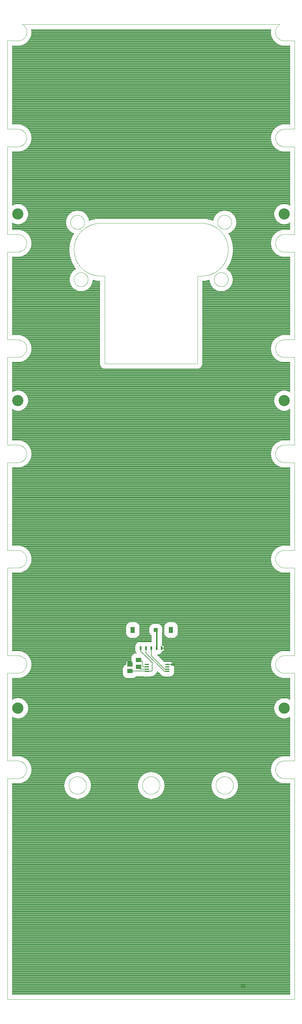
<source format=gbl>
G75*
%MOIN*%
%OFA0B0*%
%FSLAX25Y25*%
%IPPOS*%
%LPD*%
%AMOC8*
5,1,8,0,0,1.08239X$1,22.5*
%
%ADD10C,0.00394*%
%ADD11R,0.02362X0.03937*%
%ADD12R,0.04921X0.07087*%
%ADD13R,0.05906X0.05118*%
%ADD14R,0.04724X0.01378*%
%ADD15C,0.12583*%
%ADD16C,0.12661*%
%ADD17C,0.00400*%
%ADD18C,0.02781*%
%ADD19C,0.00600*%
%ADD20C,0.01600*%
D10*
X0102215Y0071072D02*
X0425050Y0071072D01*
X0425050Y0319015D01*
X0413239Y0319015D01*
X0413239Y0319014D02*
X0412999Y0319017D01*
X0412760Y0319026D01*
X0412521Y0319040D01*
X0412282Y0319061D01*
X0412043Y0319087D01*
X0411806Y0319119D01*
X0411569Y0319157D01*
X0411333Y0319200D01*
X0411099Y0319249D01*
X0410866Y0319304D01*
X0410634Y0319365D01*
X0410403Y0319431D01*
X0410175Y0319503D01*
X0409948Y0319581D01*
X0409723Y0319663D01*
X0409500Y0319752D01*
X0409279Y0319846D01*
X0409061Y0319945D01*
X0408845Y0320049D01*
X0408632Y0320159D01*
X0408422Y0320273D01*
X0408214Y0320393D01*
X0408009Y0320518D01*
X0407808Y0320648D01*
X0407610Y0320783D01*
X0407415Y0320922D01*
X0407223Y0321066D01*
X0407035Y0321215D01*
X0406851Y0321368D01*
X0406671Y0321526D01*
X0406494Y0321688D01*
X0406321Y0321855D01*
X0406153Y0322025D01*
X0405989Y0322200D01*
X0405829Y0322378D01*
X0405673Y0322561D01*
X0405522Y0322747D01*
X0405376Y0322937D01*
X0405234Y0323130D01*
X0405097Y0323326D01*
X0404964Y0323526D01*
X0404837Y0323729D01*
X0404715Y0323935D01*
X0404597Y0324145D01*
X0404485Y0324356D01*
X0404378Y0324571D01*
X0404276Y0324788D01*
X0404180Y0325007D01*
X0404089Y0325229D01*
X0404003Y0325453D01*
X0403923Y0325679D01*
X0403849Y0325907D01*
X0403780Y0326136D01*
X0403716Y0326367D01*
X0403658Y0326600D01*
X0403606Y0326834D01*
X0403560Y0327069D01*
X0403519Y0327305D01*
X0403484Y0327543D01*
X0403455Y0327780D01*
X0403432Y0328019D01*
X0403414Y0328258D01*
X0403403Y0328498D01*
X0403397Y0328737D01*
X0403397Y0328977D01*
X0403403Y0329216D01*
X0403414Y0329456D01*
X0403432Y0329695D01*
X0403455Y0329934D01*
X0403484Y0330171D01*
X0403519Y0330409D01*
X0403560Y0330645D01*
X0403606Y0330880D01*
X0403658Y0331114D01*
X0403716Y0331347D01*
X0403780Y0331578D01*
X0403849Y0331807D01*
X0403923Y0332035D01*
X0404003Y0332261D01*
X0404089Y0332485D01*
X0404180Y0332707D01*
X0404276Y0332926D01*
X0404378Y0333143D01*
X0404485Y0333358D01*
X0404597Y0333569D01*
X0404715Y0333779D01*
X0404837Y0333985D01*
X0404964Y0334188D01*
X0405097Y0334388D01*
X0405234Y0334584D01*
X0405376Y0334777D01*
X0405522Y0334967D01*
X0405673Y0335153D01*
X0405829Y0335336D01*
X0405989Y0335514D01*
X0406153Y0335689D01*
X0406321Y0335859D01*
X0406494Y0336026D01*
X0406671Y0336188D01*
X0406851Y0336346D01*
X0407035Y0336499D01*
X0407223Y0336648D01*
X0407415Y0336792D01*
X0407610Y0336931D01*
X0407808Y0337066D01*
X0408009Y0337196D01*
X0408214Y0337321D01*
X0408422Y0337441D01*
X0408632Y0337555D01*
X0408845Y0337665D01*
X0409061Y0337769D01*
X0409279Y0337868D01*
X0409500Y0337962D01*
X0409723Y0338051D01*
X0409948Y0338133D01*
X0410175Y0338211D01*
X0410403Y0338283D01*
X0410634Y0338349D01*
X0410866Y0338410D01*
X0411099Y0338465D01*
X0411333Y0338514D01*
X0411569Y0338557D01*
X0411806Y0338595D01*
X0412043Y0338627D01*
X0412282Y0338653D01*
X0412521Y0338674D01*
X0412760Y0338688D01*
X0412999Y0338697D01*
X0413239Y0338700D01*
X0425050Y0338700D01*
X0425050Y0437125D01*
X0413239Y0437125D01*
X0413239Y0437124D02*
X0412999Y0437127D01*
X0412760Y0437136D01*
X0412521Y0437150D01*
X0412282Y0437171D01*
X0412043Y0437197D01*
X0411806Y0437229D01*
X0411569Y0437267D01*
X0411333Y0437310D01*
X0411099Y0437359D01*
X0410866Y0437414D01*
X0410634Y0437475D01*
X0410403Y0437541D01*
X0410175Y0437613D01*
X0409948Y0437691D01*
X0409723Y0437773D01*
X0409500Y0437862D01*
X0409279Y0437956D01*
X0409061Y0438055D01*
X0408845Y0438159D01*
X0408632Y0438269D01*
X0408422Y0438383D01*
X0408214Y0438503D01*
X0408009Y0438628D01*
X0407808Y0438758D01*
X0407610Y0438893D01*
X0407415Y0439032D01*
X0407223Y0439176D01*
X0407035Y0439325D01*
X0406851Y0439478D01*
X0406671Y0439636D01*
X0406494Y0439798D01*
X0406321Y0439965D01*
X0406153Y0440135D01*
X0405989Y0440310D01*
X0405829Y0440488D01*
X0405673Y0440671D01*
X0405522Y0440857D01*
X0405376Y0441047D01*
X0405234Y0441240D01*
X0405097Y0441436D01*
X0404964Y0441636D01*
X0404837Y0441839D01*
X0404715Y0442045D01*
X0404597Y0442255D01*
X0404485Y0442466D01*
X0404378Y0442681D01*
X0404276Y0442898D01*
X0404180Y0443117D01*
X0404089Y0443339D01*
X0404003Y0443563D01*
X0403923Y0443789D01*
X0403849Y0444017D01*
X0403780Y0444246D01*
X0403716Y0444477D01*
X0403658Y0444710D01*
X0403606Y0444944D01*
X0403560Y0445179D01*
X0403519Y0445415D01*
X0403484Y0445653D01*
X0403455Y0445890D01*
X0403432Y0446129D01*
X0403414Y0446368D01*
X0403403Y0446608D01*
X0403397Y0446847D01*
X0403397Y0447087D01*
X0403403Y0447326D01*
X0403414Y0447566D01*
X0403432Y0447805D01*
X0403455Y0448044D01*
X0403484Y0448281D01*
X0403519Y0448519D01*
X0403560Y0448755D01*
X0403606Y0448990D01*
X0403658Y0449224D01*
X0403716Y0449457D01*
X0403780Y0449688D01*
X0403849Y0449917D01*
X0403923Y0450145D01*
X0404003Y0450371D01*
X0404089Y0450595D01*
X0404180Y0450817D01*
X0404276Y0451036D01*
X0404378Y0451253D01*
X0404485Y0451468D01*
X0404597Y0451679D01*
X0404715Y0451889D01*
X0404837Y0452095D01*
X0404964Y0452298D01*
X0405097Y0452498D01*
X0405234Y0452694D01*
X0405376Y0452887D01*
X0405522Y0453077D01*
X0405673Y0453263D01*
X0405829Y0453446D01*
X0405989Y0453624D01*
X0406153Y0453799D01*
X0406321Y0453969D01*
X0406494Y0454136D01*
X0406671Y0454298D01*
X0406851Y0454456D01*
X0407035Y0454609D01*
X0407223Y0454758D01*
X0407415Y0454902D01*
X0407610Y0455041D01*
X0407808Y0455176D01*
X0408009Y0455306D01*
X0408214Y0455431D01*
X0408422Y0455551D01*
X0408632Y0455665D01*
X0408845Y0455775D01*
X0409061Y0455879D01*
X0409279Y0455978D01*
X0409500Y0456072D01*
X0409723Y0456161D01*
X0409948Y0456243D01*
X0410175Y0456321D01*
X0410403Y0456393D01*
X0410634Y0456459D01*
X0410866Y0456520D01*
X0411099Y0456575D01*
X0411333Y0456624D01*
X0411569Y0456667D01*
X0411806Y0456705D01*
X0412043Y0456737D01*
X0412282Y0456763D01*
X0412521Y0456784D01*
X0412760Y0456798D01*
X0412999Y0456807D01*
X0413239Y0456810D01*
X0425050Y0456810D01*
X0425050Y0555235D01*
X0413239Y0555235D01*
X0412999Y0555238D01*
X0412760Y0555247D01*
X0412521Y0555261D01*
X0412282Y0555282D01*
X0412043Y0555308D01*
X0411806Y0555340D01*
X0411569Y0555378D01*
X0411333Y0555421D01*
X0411099Y0555470D01*
X0410866Y0555525D01*
X0410634Y0555586D01*
X0410403Y0555652D01*
X0410175Y0555724D01*
X0409948Y0555802D01*
X0409723Y0555884D01*
X0409500Y0555973D01*
X0409279Y0556067D01*
X0409061Y0556166D01*
X0408845Y0556270D01*
X0408632Y0556380D01*
X0408422Y0556494D01*
X0408214Y0556614D01*
X0408009Y0556739D01*
X0407808Y0556869D01*
X0407610Y0557004D01*
X0407415Y0557143D01*
X0407223Y0557287D01*
X0407035Y0557436D01*
X0406851Y0557589D01*
X0406671Y0557747D01*
X0406494Y0557909D01*
X0406321Y0558076D01*
X0406153Y0558246D01*
X0405989Y0558421D01*
X0405829Y0558599D01*
X0405673Y0558782D01*
X0405522Y0558968D01*
X0405376Y0559158D01*
X0405234Y0559351D01*
X0405097Y0559547D01*
X0404964Y0559747D01*
X0404837Y0559950D01*
X0404715Y0560157D01*
X0404597Y0560366D01*
X0404485Y0560577D01*
X0404378Y0560792D01*
X0404276Y0561009D01*
X0404180Y0561228D01*
X0404089Y0561450D01*
X0404003Y0561674D01*
X0403923Y0561900D01*
X0403849Y0562128D01*
X0403780Y0562357D01*
X0403716Y0562588D01*
X0403658Y0562821D01*
X0403606Y0563055D01*
X0403560Y0563290D01*
X0403519Y0563526D01*
X0403484Y0563764D01*
X0403455Y0564001D01*
X0403432Y0564240D01*
X0403414Y0564479D01*
X0403403Y0564719D01*
X0403397Y0564958D01*
X0403397Y0565198D01*
X0403403Y0565437D01*
X0403414Y0565677D01*
X0403432Y0565916D01*
X0403455Y0566155D01*
X0403484Y0566392D01*
X0403519Y0566630D01*
X0403560Y0566866D01*
X0403606Y0567101D01*
X0403658Y0567335D01*
X0403716Y0567568D01*
X0403780Y0567799D01*
X0403849Y0568028D01*
X0403923Y0568256D01*
X0404003Y0568482D01*
X0404089Y0568706D01*
X0404180Y0568928D01*
X0404276Y0569147D01*
X0404378Y0569364D01*
X0404485Y0569579D01*
X0404597Y0569790D01*
X0404715Y0570000D01*
X0404837Y0570206D01*
X0404964Y0570409D01*
X0405097Y0570609D01*
X0405234Y0570805D01*
X0405376Y0570998D01*
X0405522Y0571188D01*
X0405673Y0571374D01*
X0405829Y0571557D01*
X0405989Y0571735D01*
X0406153Y0571910D01*
X0406321Y0572080D01*
X0406494Y0572247D01*
X0406671Y0572409D01*
X0406851Y0572567D01*
X0407035Y0572720D01*
X0407223Y0572869D01*
X0407415Y0573013D01*
X0407610Y0573152D01*
X0407808Y0573287D01*
X0408009Y0573417D01*
X0408214Y0573542D01*
X0408422Y0573662D01*
X0408632Y0573776D01*
X0408845Y0573886D01*
X0409061Y0573990D01*
X0409279Y0574089D01*
X0409500Y0574183D01*
X0409723Y0574272D01*
X0409948Y0574354D01*
X0410175Y0574432D01*
X0410403Y0574504D01*
X0410634Y0574570D01*
X0410866Y0574631D01*
X0411099Y0574686D01*
X0411333Y0574735D01*
X0411569Y0574778D01*
X0411806Y0574816D01*
X0412043Y0574848D01*
X0412282Y0574874D01*
X0412521Y0574895D01*
X0412760Y0574909D01*
X0412999Y0574918D01*
X0413239Y0574921D01*
X0413239Y0574920D02*
X0425050Y0574920D01*
X0425050Y0673345D01*
X0413239Y0673345D01*
X0412999Y0673348D01*
X0412760Y0673357D01*
X0412521Y0673371D01*
X0412282Y0673392D01*
X0412043Y0673418D01*
X0411806Y0673450D01*
X0411569Y0673488D01*
X0411333Y0673531D01*
X0411099Y0673580D01*
X0410866Y0673635D01*
X0410634Y0673696D01*
X0410403Y0673762D01*
X0410175Y0673834D01*
X0409948Y0673912D01*
X0409723Y0673994D01*
X0409500Y0674083D01*
X0409279Y0674177D01*
X0409061Y0674276D01*
X0408845Y0674380D01*
X0408632Y0674490D01*
X0408422Y0674604D01*
X0408214Y0674724D01*
X0408009Y0674849D01*
X0407808Y0674979D01*
X0407610Y0675114D01*
X0407415Y0675253D01*
X0407223Y0675397D01*
X0407035Y0675546D01*
X0406851Y0675699D01*
X0406671Y0675857D01*
X0406494Y0676019D01*
X0406321Y0676186D01*
X0406153Y0676356D01*
X0405989Y0676531D01*
X0405829Y0676709D01*
X0405673Y0676892D01*
X0405522Y0677078D01*
X0405376Y0677268D01*
X0405234Y0677461D01*
X0405097Y0677657D01*
X0404964Y0677857D01*
X0404837Y0678060D01*
X0404715Y0678267D01*
X0404597Y0678476D01*
X0404485Y0678687D01*
X0404378Y0678902D01*
X0404276Y0679119D01*
X0404180Y0679338D01*
X0404089Y0679560D01*
X0404003Y0679784D01*
X0403923Y0680010D01*
X0403849Y0680238D01*
X0403780Y0680467D01*
X0403716Y0680698D01*
X0403658Y0680931D01*
X0403606Y0681165D01*
X0403560Y0681400D01*
X0403519Y0681636D01*
X0403484Y0681874D01*
X0403455Y0682111D01*
X0403432Y0682350D01*
X0403414Y0682589D01*
X0403403Y0682829D01*
X0403397Y0683068D01*
X0403397Y0683308D01*
X0403403Y0683547D01*
X0403414Y0683787D01*
X0403432Y0684026D01*
X0403455Y0684265D01*
X0403484Y0684502D01*
X0403519Y0684740D01*
X0403560Y0684976D01*
X0403606Y0685211D01*
X0403658Y0685445D01*
X0403716Y0685678D01*
X0403780Y0685909D01*
X0403849Y0686138D01*
X0403923Y0686366D01*
X0404003Y0686592D01*
X0404089Y0686816D01*
X0404180Y0687038D01*
X0404276Y0687257D01*
X0404378Y0687474D01*
X0404485Y0687689D01*
X0404597Y0687900D01*
X0404715Y0688110D01*
X0404837Y0688316D01*
X0404964Y0688519D01*
X0405097Y0688719D01*
X0405234Y0688915D01*
X0405376Y0689108D01*
X0405522Y0689298D01*
X0405673Y0689484D01*
X0405829Y0689667D01*
X0405989Y0689845D01*
X0406153Y0690020D01*
X0406321Y0690190D01*
X0406494Y0690357D01*
X0406671Y0690519D01*
X0406851Y0690677D01*
X0407035Y0690830D01*
X0407223Y0690979D01*
X0407415Y0691123D01*
X0407610Y0691262D01*
X0407808Y0691397D01*
X0408009Y0691527D01*
X0408214Y0691652D01*
X0408422Y0691772D01*
X0408632Y0691886D01*
X0408845Y0691996D01*
X0409061Y0692100D01*
X0409279Y0692199D01*
X0409500Y0692293D01*
X0409723Y0692382D01*
X0409948Y0692464D01*
X0410175Y0692542D01*
X0410403Y0692614D01*
X0410634Y0692680D01*
X0410866Y0692741D01*
X0411099Y0692796D01*
X0411333Y0692845D01*
X0411569Y0692888D01*
X0411806Y0692926D01*
X0412043Y0692958D01*
X0412282Y0692984D01*
X0412521Y0693005D01*
X0412760Y0693019D01*
X0412999Y0693028D01*
X0413239Y0693031D01*
X0413239Y0693030D02*
X0425050Y0693030D01*
X0425050Y0791456D01*
X0413239Y0791456D01*
X0413239Y0791455D02*
X0412999Y0791458D01*
X0412760Y0791467D01*
X0412521Y0791481D01*
X0412282Y0791502D01*
X0412043Y0791528D01*
X0411806Y0791560D01*
X0411569Y0791598D01*
X0411333Y0791641D01*
X0411099Y0791690D01*
X0410866Y0791745D01*
X0410634Y0791806D01*
X0410403Y0791872D01*
X0410175Y0791944D01*
X0409948Y0792022D01*
X0409723Y0792104D01*
X0409500Y0792193D01*
X0409279Y0792287D01*
X0409061Y0792386D01*
X0408845Y0792490D01*
X0408632Y0792600D01*
X0408422Y0792714D01*
X0408214Y0792834D01*
X0408009Y0792959D01*
X0407808Y0793089D01*
X0407610Y0793224D01*
X0407415Y0793363D01*
X0407223Y0793507D01*
X0407035Y0793656D01*
X0406851Y0793809D01*
X0406671Y0793967D01*
X0406494Y0794129D01*
X0406321Y0794296D01*
X0406153Y0794466D01*
X0405989Y0794641D01*
X0405829Y0794819D01*
X0405673Y0795002D01*
X0405522Y0795188D01*
X0405376Y0795378D01*
X0405234Y0795571D01*
X0405097Y0795767D01*
X0404964Y0795967D01*
X0404837Y0796170D01*
X0404715Y0796377D01*
X0404597Y0796586D01*
X0404485Y0796797D01*
X0404378Y0797012D01*
X0404276Y0797229D01*
X0404180Y0797448D01*
X0404089Y0797670D01*
X0404003Y0797894D01*
X0403923Y0798120D01*
X0403849Y0798348D01*
X0403780Y0798577D01*
X0403716Y0798808D01*
X0403658Y0799041D01*
X0403606Y0799275D01*
X0403560Y0799510D01*
X0403519Y0799746D01*
X0403484Y0799984D01*
X0403455Y0800221D01*
X0403432Y0800460D01*
X0403414Y0800699D01*
X0403403Y0800939D01*
X0403397Y0801178D01*
X0403397Y0801418D01*
X0403403Y0801657D01*
X0403414Y0801897D01*
X0403432Y0802136D01*
X0403455Y0802375D01*
X0403484Y0802612D01*
X0403519Y0802850D01*
X0403560Y0803086D01*
X0403606Y0803321D01*
X0403658Y0803555D01*
X0403716Y0803788D01*
X0403780Y0804019D01*
X0403849Y0804248D01*
X0403923Y0804476D01*
X0404003Y0804702D01*
X0404089Y0804926D01*
X0404180Y0805148D01*
X0404276Y0805367D01*
X0404378Y0805584D01*
X0404485Y0805799D01*
X0404597Y0806010D01*
X0404715Y0806220D01*
X0404837Y0806426D01*
X0404964Y0806629D01*
X0405097Y0806829D01*
X0405234Y0807025D01*
X0405376Y0807218D01*
X0405522Y0807408D01*
X0405673Y0807594D01*
X0405829Y0807777D01*
X0405989Y0807955D01*
X0406153Y0808130D01*
X0406321Y0808300D01*
X0406494Y0808467D01*
X0406671Y0808629D01*
X0406851Y0808787D01*
X0407035Y0808940D01*
X0407223Y0809089D01*
X0407415Y0809233D01*
X0407610Y0809372D01*
X0407808Y0809507D01*
X0408009Y0809637D01*
X0408214Y0809762D01*
X0408422Y0809882D01*
X0408632Y0809996D01*
X0408845Y0810106D01*
X0409061Y0810210D01*
X0409279Y0810309D01*
X0409500Y0810403D01*
X0409723Y0810492D01*
X0409948Y0810574D01*
X0410175Y0810652D01*
X0410403Y0810724D01*
X0410634Y0810790D01*
X0410866Y0810851D01*
X0411099Y0810906D01*
X0411333Y0810955D01*
X0411569Y0810998D01*
X0411806Y0811036D01*
X0412043Y0811068D01*
X0412282Y0811094D01*
X0412521Y0811115D01*
X0412760Y0811129D01*
X0412999Y0811138D01*
X0413239Y0811141D01*
X0425050Y0811141D01*
X0425050Y0909566D01*
X0413239Y0909566D01*
X0413239Y0909565D02*
X0412999Y0909568D01*
X0412760Y0909577D01*
X0412521Y0909591D01*
X0412282Y0909612D01*
X0412043Y0909638D01*
X0411806Y0909670D01*
X0411569Y0909708D01*
X0411333Y0909751D01*
X0411099Y0909800D01*
X0410866Y0909855D01*
X0410634Y0909916D01*
X0410403Y0909982D01*
X0410175Y0910054D01*
X0409948Y0910132D01*
X0409723Y0910214D01*
X0409500Y0910303D01*
X0409279Y0910397D01*
X0409061Y0910496D01*
X0408845Y0910600D01*
X0408632Y0910710D01*
X0408422Y0910824D01*
X0408214Y0910944D01*
X0408009Y0911069D01*
X0407808Y0911199D01*
X0407610Y0911334D01*
X0407415Y0911473D01*
X0407223Y0911617D01*
X0407035Y0911766D01*
X0406851Y0911919D01*
X0406671Y0912077D01*
X0406494Y0912239D01*
X0406321Y0912406D01*
X0406153Y0912576D01*
X0405989Y0912751D01*
X0405829Y0912929D01*
X0405673Y0913112D01*
X0405522Y0913298D01*
X0405376Y0913488D01*
X0405234Y0913681D01*
X0405097Y0913877D01*
X0404964Y0914077D01*
X0404837Y0914280D01*
X0404715Y0914487D01*
X0404597Y0914696D01*
X0404485Y0914907D01*
X0404378Y0915122D01*
X0404276Y0915339D01*
X0404180Y0915558D01*
X0404089Y0915780D01*
X0404003Y0916004D01*
X0403923Y0916230D01*
X0403849Y0916458D01*
X0403780Y0916687D01*
X0403716Y0916918D01*
X0403658Y0917151D01*
X0403606Y0917385D01*
X0403560Y0917620D01*
X0403519Y0917856D01*
X0403484Y0918094D01*
X0403455Y0918331D01*
X0403432Y0918570D01*
X0403414Y0918809D01*
X0403403Y0919049D01*
X0403397Y0919288D01*
X0403397Y0919528D01*
X0403403Y0919767D01*
X0403414Y0920007D01*
X0403432Y0920246D01*
X0403455Y0920485D01*
X0403484Y0920722D01*
X0403519Y0920960D01*
X0403560Y0921196D01*
X0403606Y0921431D01*
X0403658Y0921665D01*
X0403716Y0921898D01*
X0403780Y0922129D01*
X0403849Y0922358D01*
X0403923Y0922586D01*
X0404003Y0922812D01*
X0404089Y0923036D01*
X0404180Y0923258D01*
X0404276Y0923477D01*
X0404378Y0923694D01*
X0404485Y0923909D01*
X0404597Y0924120D01*
X0404715Y0924330D01*
X0404837Y0924536D01*
X0404964Y0924739D01*
X0405097Y0924939D01*
X0405234Y0925135D01*
X0405376Y0925328D01*
X0405522Y0925518D01*
X0405673Y0925704D01*
X0405829Y0925887D01*
X0405989Y0926065D01*
X0406153Y0926240D01*
X0406321Y0926410D01*
X0406494Y0926577D01*
X0406671Y0926739D01*
X0406851Y0926897D01*
X0407035Y0927050D01*
X0407223Y0927199D01*
X0407415Y0927343D01*
X0407610Y0927482D01*
X0407808Y0927617D01*
X0408009Y0927747D01*
X0408214Y0927872D01*
X0408422Y0927992D01*
X0408632Y0928106D01*
X0408845Y0928216D01*
X0409061Y0928320D01*
X0409279Y0928419D01*
X0409500Y0928513D01*
X0409723Y0928602D01*
X0409948Y0928684D01*
X0410175Y0928762D01*
X0410403Y0928834D01*
X0410634Y0928900D01*
X0410866Y0928961D01*
X0411099Y0929016D01*
X0411333Y0929065D01*
X0411569Y0929108D01*
X0411806Y0929146D01*
X0412043Y0929178D01*
X0412282Y0929204D01*
X0412521Y0929225D01*
X0412760Y0929239D01*
X0412999Y0929248D01*
X0413239Y0929251D01*
X0425050Y0929251D01*
X0425050Y1027676D01*
X0413239Y1027676D01*
X0412999Y1027679D01*
X0412760Y1027688D01*
X0412521Y1027702D01*
X0412282Y1027723D01*
X0412043Y1027749D01*
X0411806Y1027781D01*
X0411569Y1027819D01*
X0411333Y1027862D01*
X0411099Y1027911D01*
X0410866Y1027966D01*
X0410634Y1028027D01*
X0410403Y1028093D01*
X0410175Y1028165D01*
X0409948Y1028243D01*
X0409723Y1028325D01*
X0409500Y1028414D01*
X0409279Y1028508D01*
X0409061Y1028607D01*
X0408845Y1028711D01*
X0408632Y1028821D01*
X0408422Y1028935D01*
X0408214Y1029055D01*
X0408009Y1029180D01*
X0407808Y1029310D01*
X0407610Y1029445D01*
X0407415Y1029584D01*
X0407223Y1029728D01*
X0407035Y1029877D01*
X0406851Y1030030D01*
X0406671Y1030188D01*
X0406494Y1030350D01*
X0406321Y1030517D01*
X0406153Y1030687D01*
X0405989Y1030862D01*
X0405829Y1031040D01*
X0405673Y1031223D01*
X0405522Y1031409D01*
X0405376Y1031599D01*
X0405234Y1031792D01*
X0405097Y1031988D01*
X0404964Y1032188D01*
X0404837Y1032391D01*
X0404715Y1032598D01*
X0404597Y1032807D01*
X0404485Y1033018D01*
X0404378Y1033233D01*
X0404276Y1033450D01*
X0404180Y1033669D01*
X0404089Y1033891D01*
X0404003Y1034115D01*
X0403923Y1034341D01*
X0403849Y1034569D01*
X0403780Y1034798D01*
X0403716Y1035029D01*
X0403658Y1035262D01*
X0403606Y1035496D01*
X0403560Y1035731D01*
X0403519Y1035967D01*
X0403484Y1036205D01*
X0403455Y1036442D01*
X0403432Y1036681D01*
X0403414Y1036920D01*
X0403403Y1037160D01*
X0403397Y1037399D01*
X0403397Y1037639D01*
X0403403Y1037878D01*
X0403414Y1038118D01*
X0403432Y1038357D01*
X0403455Y1038596D01*
X0403484Y1038833D01*
X0403519Y1039071D01*
X0403560Y1039307D01*
X0403606Y1039542D01*
X0403658Y1039776D01*
X0403716Y1040009D01*
X0403780Y1040240D01*
X0403849Y1040469D01*
X0403923Y1040697D01*
X0404003Y1040923D01*
X0404089Y1041147D01*
X0404180Y1041369D01*
X0404276Y1041588D01*
X0404378Y1041805D01*
X0404485Y1042020D01*
X0404597Y1042231D01*
X0404715Y1042441D01*
X0404837Y1042647D01*
X0404964Y1042850D01*
X0405097Y1043050D01*
X0405234Y1043246D01*
X0405376Y1043439D01*
X0405522Y1043629D01*
X0405673Y1043815D01*
X0405829Y1043998D01*
X0405989Y1044176D01*
X0406153Y1044351D01*
X0406321Y1044521D01*
X0406494Y1044688D01*
X0406671Y1044850D01*
X0406851Y1045008D01*
X0407035Y1045161D01*
X0407223Y1045310D01*
X0407415Y1045454D01*
X0407610Y1045593D01*
X0407808Y1045728D01*
X0408009Y1045858D01*
X0408214Y1045983D01*
X0408422Y1046103D01*
X0408632Y1046217D01*
X0408845Y1046327D01*
X0409061Y1046431D01*
X0409279Y1046530D01*
X0409500Y1046624D01*
X0409723Y1046713D01*
X0409948Y1046795D01*
X0410175Y1046873D01*
X0410403Y1046945D01*
X0410634Y1047011D01*
X0410866Y1047072D01*
X0411099Y1047127D01*
X0411333Y1047176D01*
X0411569Y1047219D01*
X0411806Y1047257D01*
X0412043Y1047289D01*
X0412282Y1047315D01*
X0412521Y1047336D01*
X0412760Y1047350D01*
X0412999Y1047359D01*
X0413239Y1047362D01*
X0413239Y1047361D02*
X0425050Y1047361D01*
X0425050Y1146466D01*
X0413239Y1146466D01*
X0413239Y1146465D02*
X0412999Y1146468D01*
X0412760Y1146477D01*
X0412520Y1146491D01*
X0412282Y1146512D01*
X0412043Y1146538D01*
X0411806Y1146570D01*
X0411569Y1146608D01*
X0411333Y1146651D01*
X0411099Y1146701D01*
X0410865Y1146756D01*
X0410633Y1146816D01*
X0410403Y1146882D01*
X0410174Y1146954D01*
X0409947Y1147032D01*
X0409722Y1147115D01*
X0409500Y1147203D01*
X0409279Y1147297D01*
X0409061Y1147396D01*
X0408845Y1147500D01*
X0408632Y1147610D01*
X0408421Y1147725D01*
X0408214Y1147845D01*
X0408009Y1147969D01*
X0407807Y1148099D01*
X0407609Y1148234D01*
X0407414Y1148373D01*
X0407223Y1148518D01*
X0407035Y1148667D01*
X0406851Y1148820D01*
X0406670Y1148978D01*
X0406494Y1149140D01*
X0406321Y1149306D01*
X0406152Y1149477D01*
X0405988Y1149651D01*
X0405828Y1149830D01*
X0405673Y1150012D01*
X0405522Y1150198D01*
X0405375Y1150388D01*
X0405233Y1150581D01*
X0405096Y1150778D01*
X0404964Y1150978D01*
X0404837Y1151181D01*
X0404714Y1151387D01*
X0404597Y1151596D01*
X0404485Y1151808D01*
X0404378Y1152023D01*
X0404276Y1152240D01*
X0404180Y1152459D01*
X0404089Y1152681D01*
X0404003Y1152905D01*
X0403923Y1153131D01*
X0403848Y1153359D01*
X0403779Y1153588D01*
X0403716Y1153820D01*
X0403658Y1154052D01*
X0403606Y1154286D01*
X0403559Y1154521D01*
X0403519Y1154758D01*
X0403484Y1154995D01*
X0403455Y1155233D01*
X0403432Y1155471D01*
X0403414Y1155710D01*
X0403403Y1155950D01*
X0403397Y1156190D01*
X0403397Y1156429D01*
X0403403Y1156669D01*
X0403414Y1156908D01*
X0403432Y1157148D01*
X0403455Y1157386D01*
X0403484Y1157624D01*
X0403519Y1157861D01*
X0403560Y1158097D01*
X0403606Y1158333D01*
X0403659Y1158567D01*
X0403716Y1158799D01*
X0403780Y1159030D01*
X0403849Y1159260D01*
X0403924Y1159488D01*
X0404004Y1159714D01*
X0404090Y1159938D01*
X0404181Y1160159D01*
X0404277Y1160379D01*
X0404379Y1160596D01*
X0404486Y1160810D01*
X0404598Y1161022D01*
X0404716Y1161231D01*
X0404838Y1161437D01*
X0404966Y1161640D01*
X0405098Y1161840D01*
X0405235Y1162037D01*
X0405377Y1162230D01*
X0405523Y1162420D01*
X0405675Y1162606D01*
X0405830Y1162788D01*
X0405990Y1162967D01*
X0406155Y1163141D01*
X0406323Y1163312D01*
X0406496Y1163478D01*
X0406672Y1163640D01*
X0406853Y1163798D01*
X0407037Y1163951D01*
X0407225Y1164100D01*
X0407417Y1164244D01*
X0407612Y1164384D01*
X0407810Y1164518D01*
X0408011Y1164648D01*
X0408216Y1164773D01*
X0119049Y1164773D01*
X0119254Y1164648D01*
X0119455Y1164518D01*
X0119653Y1164384D01*
X0119848Y1164244D01*
X0120040Y1164100D01*
X0120228Y1163951D01*
X0120412Y1163798D01*
X0120593Y1163640D01*
X0120769Y1163478D01*
X0120942Y1163312D01*
X0121110Y1163141D01*
X0121275Y1162967D01*
X0121435Y1162788D01*
X0121590Y1162606D01*
X0121742Y1162420D01*
X0121888Y1162230D01*
X0122030Y1162037D01*
X0122167Y1161840D01*
X0122299Y1161640D01*
X0122427Y1161437D01*
X0122549Y1161231D01*
X0122667Y1161022D01*
X0122779Y1160810D01*
X0122886Y1160596D01*
X0122988Y1160379D01*
X0123084Y1160159D01*
X0123175Y1159938D01*
X0123261Y1159714D01*
X0123341Y1159488D01*
X0123416Y1159260D01*
X0123485Y1159030D01*
X0123549Y1158799D01*
X0123606Y1158567D01*
X0123659Y1158333D01*
X0123705Y1158097D01*
X0123746Y1157861D01*
X0123781Y1157624D01*
X0123810Y1157386D01*
X0123833Y1157148D01*
X0123851Y1156908D01*
X0123862Y1156669D01*
X0123868Y1156429D01*
X0123868Y1156190D01*
X0123862Y1155950D01*
X0123851Y1155710D01*
X0123833Y1155471D01*
X0123810Y1155233D01*
X0123781Y1154995D01*
X0123746Y1154758D01*
X0123706Y1154521D01*
X0123659Y1154286D01*
X0123607Y1154052D01*
X0123549Y1153820D01*
X0123486Y1153588D01*
X0123417Y1153359D01*
X0123342Y1153131D01*
X0123262Y1152905D01*
X0123176Y1152681D01*
X0123085Y1152459D01*
X0122989Y1152240D01*
X0122887Y1152023D01*
X0122780Y1151808D01*
X0122668Y1151596D01*
X0122551Y1151387D01*
X0122428Y1151181D01*
X0122301Y1150978D01*
X0122169Y1150778D01*
X0122032Y1150581D01*
X0121890Y1150388D01*
X0121743Y1150198D01*
X0121592Y1150012D01*
X0121437Y1149830D01*
X0121277Y1149651D01*
X0121113Y1149477D01*
X0120944Y1149306D01*
X0120771Y1149140D01*
X0120595Y1148978D01*
X0120414Y1148820D01*
X0120230Y1148667D01*
X0120042Y1148518D01*
X0119851Y1148373D01*
X0119656Y1148234D01*
X0119458Y1148099D01*
X0119256Y1147969D01*
X0119051Y1147845D01*
X0118844Y1147725D01*
X0118633Y1147610D01*
X0118420Y1147500D01*
X0118204Y1147396D01*
X0117986Y1147297D01*
X0117765Y1147203D01*
X0117543Y1147115D01*
X0117318Y1147032D01*
X0117091Y1146954D01*
X0116862Y1146882D01*
X0116632Y1146816D01*
X0116400Y1146756D01*
X0116166Y1146701D01*
X0115932Y1146651D01*
X0115696Y1146608D01*
X0115459Y1146570D01*
X0115222Y1146538D01*
X0114983Y1146512D01*
X0114745Y1146491D01*
X0114505Y1146477D01*
X0114266Y1146468D01*
X0114026Y1146465D01*
X0114026Y1146466D02*
X0102215Y1146466D01*
X0102215Y1047361D01*
X0114026Y1047361D01*
X0114026Y1047362D02*
X0114266Y1047359D01*
X0114505Y1047350D01*
X0114744Y1047336D01*
X0114983Y1047315D01*
X0115222Y1047289D01*
X0115459Y1047257D01*
X0115696Y1047219D01*
X0115932Y1047176D01*
X0116166Y1047127D01*
X0116399Y1047072D01*
X0116631Y1047011D01*
X0116862Y1046945D01*
X0117090Y1046873D01*
X0117317Y1046795D01*
X0117542Y1046713D01*
X0117765Y1046624D01*
X0117986Y1046530D01*
X0118204Y1046431D01*
X0118420Y1046327D01*
X0118633Y1046217D01*
X0118843Y1046103D01*
X0119051Y1045983D01*
X0119256Y1045858D01*
X0119457Y1045728D01*
X0119655Y1045593D01*
X0119850Y1045454D01*
X0120042Y1045310D01*
X0120230Y1045161D01*
X0120414Y1045008D01*
X0120594Y1044850D01*
X0120771Y1044688D01*
X0120944Y1044521D01*
X0121112Y1044351D01*
X0121276Y1044176D01*
X0121436Y1043998D01*
X0121592Y1043815D01*
X0121743Y1043629D01*
X0121889Y1043439D01*
X0122031Y1043246D01*
X0122168Y1043050D01*
X0122301Y1042850D01*
X0122428Y1042647D01*
X0122550Y1042441D01*
X0122668Y1042231D01*
X0122780Y1042020D01*
X0122887Y1041805D01*
X0122989Y1041588D01*
X0123085Y1041369D01*
X0123176Y1041147D01*
X0123262Y1040923D01*
X0123342Y1040697D01*
X0123416Y1040469D01*
X0123485Y1040240D01*
X0123549Y1040009D01*
X0123607Y1039776D01*
X0123659Y1039542D01*
X0123705Y1039307D01*
X0123746Y1039071D01*
X0123781Y1038833D01*
X0123810Y1038596D01*
X0123833Y1038357D01*
X0123851Y1038118D01*
X0123862Y1037878D01*
X0123868Y1037639D01*
X0123868Y1037399D01*
X0123862Y1037160D01*
X0123851Y1036920D01*
X0123833Y1036681D01*
X0123810Y1036442D01*
X0123781Y1036205D01*
X0123746Y1035967D01*
X0123705Y1035731D01*
X0123659Y1035496D01*
X0123607Y1035262D01*
X0123549Y1035029D01*
X0123485Y1034798D01*
X0123416Y1034569D01*
X0123342Y1034341D01*
X0123262Y1034115D01*
X0123176Y1033891D01*
X0123085Y1033669D01*
X0122989Y1033450D01*
X0122887Y1033233D01*
X0122780Y1033018D01*
X0122668Y1032807D01*
X0122550Y1032598D01*
X0122428Y1032391D01*
X0122301Y1032188D01*
X0122168Y1031988D01*
X0122031Y1031792D01*
X0121889Y1031599D01*
X0121743Y1031409D01*
X0121592Y1031223D01*
X0121436Y1031040D01*
X0121276Y1030862D01*
X0121112Y1030687D01*
X0120944Y1030517D01*
X0120771Y1030350D01*
X0120594Y1030188D01*
X0120414Y1030030D01*
X0120230Y1029877D01*
X0120042Y1029728D01*
X0119850Y1029584D01*
X0119655Y1029445D01*
X0119457Y1029310D01*
X0119256Y1029180D01*
X0119051Y1029055D01*
X0118843Y1028935D01*
X0118633Y1028821D01*
X0118420Y1028711D01*
X0118204Y1028607D01*
X0117986Y1028508D01*
X0117765Y1028414D01*
X0117542Y1028325D01*
X0117317Y1028243D01*
X0117090Y1028165D01*
X0116862Y1028093D01*
X0116631Y1028027D01*
X0116399Y1027966D01*
X0116166Y1027911D01*
X0115932Y1027862D01*
X0115696Y1027819D01*
X0115459Y1027781D01*
X0115222Y1027749D01*
X0114983Y1027723D01*
X0114744Y1027702D01*
X0114505Y1027688D01*
X0114266Y1027679D01*
X0114026Y1027676D01*
X0102215Y1027676D01*
X0102215Y0929251D01*
X0114026Y0929251D01*
X0114266Y0929248D01*
X0114505Y0929239D01*
X0114744Y0929225D01*
X0114983Y0929204D01*
X0115222Y0929178D01*
X0115459Y0929146D01*
X0115696Y0929108D01*
X0115932Y0929065D01*
X0116166Y0929016D01*
X0116399Y0928961D01*
X0116631Y0928900D01*
X0116862Y0928834D01*
X0117090Y0928762D01*
X0117317Y0928684D01*
X0117542Y0928602D01*
X0117765Y0928513D01*
X0117986Y0928419D01*
X0118204Y0928320D01*
X0118420Y0928216D01*
X0118633Y0928106D01*
X0118843Y0927992D01*
X0119051Y0927872D01*
X0119256Y0927747D01*
X0119457Y0927617D01*
X0119655Y0927482D01*
X0119850Y0927343D01*
X0120042Y0927199D01*
X0120230Y0927050D01*
X0120414Y0926897D01*
X0120594Y0926739D01*
X0120771Y0926577D01*
X0120944Y0926410D01*
X0121112Y0926240D01*
X0121276Y0926065D01*
X0121436Y0925887D01*
X0121592Y0925704D01*
X0121743Y0925518D01*
X0121889Y0925328D01*
X0122031Y0925135D01*
X0122168Y0924939D01*
X0122301Y0924739D01*
X0122428Y0924536D01*
X0122550Y0924330D01*
X0122668Y0924120D01*
X0122780Y0923909D01*
X0122887Y0923694D01*
X0122989Y0923477D01*
X0123085Y0923258D01*
X0123176Y0923036D01*
X0123262Y0922812D01*
X0123342Y0922586D01*
X0123416Y0922358D01*
X0123485Y0922129D01*
X0123549Y0921898D01*
X0123607Y0921665D01*
X0123659Y0921431D01*
X0123705Y0921196D01*
X0123746Y0920960D01*
X0123781Y0920722D01*
X0123810Y0920485D01*
X0123833Y0920246D01*
X0123851Y0920007D01*
X0123862Y0919767D01*
X0123868Y0919528D01*
X0123868Y0919288D01*
X0123862Y0919049D01*
X0123851Y0918809D01*
X0123833Y0918570D01*
X0123810Y0918331D01*
X0123781Y0918094D01*
X0123746Y0917856D01*
X0123705Y0917620D01*
X0123659Y0917385D01*
X0123607Y0917151D01*
X0123549Y0916918D01*
X0123485Y0916687D01*
X0123416Y0916458D01*
X0123342Y0916230D01*
X0123262Y0916004D01*
X0123176Y0915780D01*
X0123085Y0915558D01*
X0122989Y0915339D01*
X0122887Y0915122D01*
X0122780Y0914907D01*
X0122668Y0914696D01*
X0122550Y0914487D01*
X0122428Y0914280D01*
X0122301Y0914077D01*
X0122168Y0913877D01*
X0122031Y0913681D01*
X0121889Y0913488D01*
X0121743Y0913298D01*
X0121592Y0913112D01*
X0121436Y0912929D01*
X0121276Y0912751D01*
X0121112Y0912576D01*
X0120944Y0912406D01*
X0120771Y0912239D01*
X0120594Y0912077D01*
X0120414Y0911919D01*
X0120230Y0911766D01*
X0120042Y0911617D01*
X0119850Y0911473D01*
X0119655Y0911334D01*
X0119457Y0911199D01*
X0119256Y0911069D01*
X0119051Y0910944D01*
X0118843Y0910824D01*
X0118633Y0910710D01*
X0118420Y0910600D01*
X0118204Y0910496D01*
X0117986Y0910397D01*
X0117765Y0910303D01*
X0117542Y0910214D01*
X0117317Y0910132D01*
X0117090Y0910054D01*
X0116862Y0909982D01*
X0116631Y0909916D01*
X0116399Y0909855D01*
X0116166Y0909800D01*
X0115932Y0909751D01*
X0115696Y0909708D01*
X0115459Y0909670D01*
X0115222Y0909638D01*
X0114983Y0909612D01*
X0114744Y0909591D01*
X0114505Y0909577D01*
X0114266Y0909568D01*
X0114026Y0909565D01*
X0114026Y0909566D02*
X0102215Y0909566D01*
X0102215Y0811141D01*
X0114026Y0811141D01*
X0114266Y0811138D01*
X0114505Y0811129D01*
X0114744Y0811115D01*
X0114983Y0811094D01*
X0115222Y0811068D01*
X0115459Y0811036D01*
X0115696Y0810998D01*
X0115932Y0810955D01*
X0116166Y0810906D01*
X0116399Y0810851D01*
X0116631Y0810790D01*
X0116862Y0810724D01*
X0117090Y0810652D01*
X0117317Y0810574D01*
X0117542Y0810492D01*
X0117765Y0810403D01*
X0117986Y0810309D01*
X0118204Y0810210D01*
X0118420Y0810106D01*
X0118633Y0809996D01*
X0118843Y0809882D01*
X0119051Y0809762D01*
X0119256Y0809637D01*
X0119457Y0809507D01*
X0119655Y0809372D01*
X0119850Y0809233D01*
X0120042Y0809089D01*
X0120230Y0808940D01*
X0120414Y0808787D01*
X0120594Y0808629D01*
X0120771Y0808467D01*
X0120944Y0808300D01*
X0121112Y0808130D01*
X0121276Y0807955D01*
X0121436Y0807777D01*
X0121592Y0807594D01*
X0121743Y0807408D01*
X0121889Y0807218D01*
X0122031Y0807025D01*
X0122168Y0806829D01*
X0122301Y0806629D01*
X0122428Y0806426D01*
X0122550Y0806220D01*
X0122668Y0806010D01*
X0122780Y0805799D01*
X0122887Y0805584D01*
X0122989Y0805367D01*
X0123085Y0805148D01*
X0123176Y0804926D01*
X0123262Y0804702D01*
X0123342Y0804476D01*
X0123416Y0804248D01*
X0123485Y0804019D01*
X0123549Y0803788D01*
X0123607Y0803555D01*
X0123659Y0803321D01*
X0123705Y0803086D01*
X0123746Y0802850D01*
X0123781Y0802612D01*
X0123810Y0802375D01*
X0123833Y0802136D01*
X0123851Y0801897D01*
X0123862Y0801657D01*
X0123868Y0801418D01*
X0123868Y0801178D01*
X0123862Y0800939D01*
X0123851Y0800699D01*
X0123833Y0800460D01*
X0123810Y0800221D01*
X0123781Y0799984D01*
X0123746Y0799746D01*
X0123705Y0799510D01*
X0123659Y0799275D01*
X0123607Y0799041D01*
X0123549Y0798808D01*
X0123485Y0798577D01*
X0123416Y0798348D01*
X0123342Y0798120D01*
X0123262Y0797894D01*
X0123176Y0797670D01*
X0123085Y0797448D01*
X0122989Y0797229D01*
X0122887Y0797012D01*
X0122780Y0796797D01*
X0122668Y0796586D01*
X0122550Y0796377D01*
X0122428Y0796170D01*
X0122301Y0795967D01*
X0122168Y0795767D01*
X0122031Y0795571D01*
X0121889Y0795378D01*
X0121743Y0795188D01*
X0121592Y0795002D01*
X0121436Y0794819D01*
X0121276Y0794641D01*
X0121112Y0794466D01*
X0120944Y0794296D01*
X0120771Y0794129D01*
X0120594Y0793967D01*
X0120414Y0793809D01*
X0120230Y0793656D01*
X0120042Y0793507D01*
X0119850Y0793363D01*
X0119655Y0793224D01*
X0119457Y0793089D01*
X0119256Y0792959D01*
X0119051Y0792834D01*
X0118843Y0792714D01*
X0118633Y0792600D01*
X0118420Y0792490D01*
X0118204Y0792386D01*
X0117986Y0792287D01*
X0117765Y0792193D01*
X0117542Y0792104D01*
X0117317Y0792022D01*
X0117090Y0791944D01*
X0116862Y0791872D01*
X0116631Y0791806D01*
X0116399Y0791745D01*
X0116166Y0791690D01*
X0115932Y0791641D01*
X0115696Y0791598D01*
X0115459Y0791560D01*
X0115222Y0791528D01*
X0114983Y0791502D01*
X0114744Y0791481D01*
X0114505Y0791467D01*
X0114266Y0791458D01*
X0114026Y0791455D01*
X0114026Y0791456D02*
X0102215Y0791456D01*
X0102215Y0693030D01*
X0114026Y0693030D01*
X0114026Y0693031D02*
X0114266Y0693028D01*
X0114505Y0693019D01*
X0114744Y0693005D01*
X0114983Y0692984D01*
X0115222Y0692958D01*
X0115459Y0692926D01*
X0115696Y0692888D01*
X0115932Y0692845D01*
X0116166Y0692796D01*
X0116399Y0692741D01*
X0116631Y0692680D01*
X0116862Y0692614D01*
X0117090Y0692542D01*
X0117317Y0692464D01*
X0117542Y0692382D01*
X0117765Y0692293D01*
X0117986Y0692199D01*
X0118204Y0692100D01*
X0118420Y0691996D01*
X0118633Y0691886D01*
X0118843Y0691772D01*
X0119051Y0691652D01*
X0119256Y0691527D01*
X0119457Y0691397D01*
X0119655Y0691262D01*
X0119850Y0691123D01*
X0120042Y0690979D01*
X0120230Y0690830D01*
X0120414Y0690677D01*
X0120594Y0690519D01*
X0120771Y0690357D01*
X0120944Y0690190D01*
X0121112Y0690020D01*
X0121276Y0689845D01*
X0121436Y0689667D01*
X0121592Y0689484D01*
X0121743Y0689298D01*
X0121889Y0689108D01*
X0122031Y0688915D01*
X0122168Y0688719D01*
X0122301Y0688519D01*
X0122428Y0688316D01*
X0122550Y0688110D01*
X0122668Y0687900D01*
X0122780Y0687689D01*
X0122887Y0687474D01*
X0122989Y0687257D01*
X0123085Y0687038D01*
X0123176Y0686816D01*
X0123262Y0686592D01*
X0123342Y0686366D01*
X0123416Y0686138D01*
X0123485Y0685909D01*
X0123549Y0685678D01*
X0123607Y0685445D01*
X0123659Y0685211D01*
X0123705Y0684976D01*
X0123746Y0684740D01*
X0123781Y0684502D01*
X0123810Y0684265D01*
X0123833Y0684026D01*
X0123851Y0683787D01*
X0123862Y0683547D01*
X0123868Y0683308D01*
X0123868Y0683068D01*
X0123862Y0682829D01*
X0123851Y0682589D01*
X0123833Y0682350D01*
X0123810Y0682111D01*
X0123781Y0681874D01*
X0123746Y0681636D01*
X0123705Y0681400D01*
X0123659Y0681165D01*
X0123607Y0680931D01*
X0123549Y0680698D01*
X0123485Y0680467D01*
X0123416Y0680238D01*
X0123342Y0680010D01*
X0123262Y0679784D01*
X0123176Y0679560D01*
X0123085Y0679338D01*
X0122989Y0679119D01*
X0122887Y0678902D01*
X0122780Y0678687D01*
X0122668Y0678476D01*
X0122550Y0678267D01*
X0122428Y0678060D01*
X0122301Y0677857D01*
X0122168Y0677657D01*
X0122031Y0677461D01*
X0121889Y0677268D01*
X0121743Y0677078D01*
X0121592Y0676892D01*
X0121436Y0676709D01*
X0121276Y0676531D01*
X0121112Y0676356D01*
X0120944Y0676186D01*
X0120771Y0676019D01*
X0120594Y0675857D01*
X0120414Y0675699D01*
X0120230Y0675546D01*
X0120042Y0675397D01*
X0119850Y0675253D01*
X0119655Y0675114D01*
X0119457Y0674979D01*
X0119256Y0674849D01*
X0119051Y0674724D01*
X0118843Y0674604D01*
X0118633Y0674490D01*
X0118420Y0674380D01*
X0118204Y0674276D01*
X0117986Y0674177D01*
X0117765Y0674083D01*
X0117542Y0673994D01*
X0117317Y0673912D01*
X0117090Y0673834D01*
X0116862Y0673762D01*
X0116631Y0673696D01*
X0116399Y0673635D01*
X0116166Y0673580D01*
X0115932Y0673531D01*
X0115696Y0673488D01*
X0115459Y0673450D01*
X0115222Y0673418D01*
X0114983Y0673392D01*
X0114744Y0673371D01*
X0114505Y0673357D01*
X0114266Y0673348D01*
X0114026Y0673345D01*
X0102215Y0673345D01*
X0102215Y0574920D01*
X0114026Y0574920D01*
X0114026Y0574921D02*
X0114266Y0574918D01*
X0114505Y0574909D01*
X0114744Y0574895D01*
X0114983Y0574874D01*
X0115222Y0574848D01*
X0115459Y0574816D01*
X0115696Y0574778D01*
X0115932Y0574735D01*
X0116166Y0574686D01*
X0116399Y0574631D01*
X0116631Y0574570D01*
X0116862Y0574504D01*
X0117090Y0574432D01*
X0117317Y0574354D01*
X0117542Y0574272D01*
X0117765Y0574183D01*
X0117986Y0574089D01*
X0118204Y0573990D01*
X0118420Y0573886D01*
X0118633Y0573776D01*
X0118843Y0573662D01*
X0119051Y0573542D01*
X0119256Y0573417D01*
X0119457Y0573287D01*
X0119655Y0573152D01*
X0119850Y0573013D01*
X0120042Y0572869D01*
X0120230Y0572720D01*
X0120414Y0572567D01*
X0120594Y0572409D01*
X0120771Y0572247D01*
X0120944Y0572080D01*
X0121112Y0571910D01*
X0121276Y0571735D01*
X0121436Y0571557D01*
X0121592Y0571374D01*
X0121743Y0571188D01*
X0121889Y0570998D01*
X0122031Y0570805D01*
X0122168Y0570609D01*
X0122301Y0570409D01*
X0122428Y0570206D01*
X0122550Y0570000D01*
X0122668Y0569790D01*
X0122780Y0569579D01*
X0122887Y0569364D01*
X0122989Y0569147D01*
X0123085Y0568928D01*
X0123176Y0568706D01*
X0123262Y0568482D01*
X0123342Y0568256D01*
X0123416Y0568028D01*
X0123485Y0567799D01*
X0123549Y0567568D01*
X0123607Y0567335D01*
X0123659Y0567101D01*
X0123705Y0566866D01*
X0123746Y0566630D01*
X0123781Y0566392D01*
X0123810Y0566155D01*
X0123833Y0565916D01*
X0123851Y0565677D01*
X0123862Y0565437D01*
X0123868Y0565198D01*
X0123868Y0564958D01*
X0123862Y0564719D01*
X0123851Y0564479D01*
X0123833Y0564240D01*
X0123810Y0564001D01*
X0123781Y0563764D01*
X0123746Y0563526D01*
X0123705Y0563290D01*
X0123659Y0563055D01*
X0123607Y0562821D01*
X0123549Y0562588D01*
X0123485Y0562357D01*
X0123416Y0562128D01*
X0123342Y0561900D01*
X0123262Y0561674D01*
X0123176Y0561450D01*
X0123085Y0561228D01*
X0122989Y0561009D01*
X0122887Y0560792D01*
X0122780Y0560577D01*
X0122668Y0560366D01*
X0122550Y0560157D01*
X0122428Y0559950D01*
X0122301Y0559747D01*
X0122168Y0559547D01*
X0122031Y0559351D01*
X0121889Y0559158D01*
X0121743Y0558968D01*
X0121592Y0558782D01*
X0121436Y0558599D01*
X0121276Y0558421D01*
X0121112Y0558246D01*
X0120944Y0558076D01*
X0120771Y0557909D01*
X0120594Y0557747D01*
X0120414Y0557589D01*
X0120230Y0557436D01*
X0120042Y0557287D01*
X0119850Y0557143D01*
X0119655Y0557004D01*
X0119457Y0556869D01*
X0119256Y0556739D01*
X0119051Y0556614D01*
X0118843Y0556494D01*
X0118633Y0556380D01*
X0118420Y0556270D01*
X0118204Y0556166D01*
X0117986Y0556067D01*
X0117765Y0555973D01*
X0117542Y0555884D01*
X0117317Y0555802D01*
X0117090Y0555724D01*
X0116862Y0555652D01*
X0116631Y0555586D01*
X0116399Y0555525D01*
X0116166Y0555470D01*
X0115932Y0555421D01*
X0115696Y0555378D01*
X0115459Y0555340D01*
X0115222Y0555308D01*
X0114983Y0555282D01*
X0114744Y0555261D01*
X0114505Y0555247D01*
X0114266Y0555238D01*
X0114026Y0555235D01*
X0102215Y0555235D01*
X0102215Y0456810D01*
X0114026Y0456810D01*
X0114266Y0456807D01*
X0114505Y0456798D01*
X0114744Y0456784D01*
X0114983Y0456763D01*
X0115222Y0456737D01*
X0115459Y0456705D01*
X0115696Y0456667D01*
X0115932Y0456624D01*
X0116166Y0456575D01*
X0116399Y0456520D01*
X0116631Y0456459D01*
X0116862Y0456393D01*
X0117090Y0456321D01*
X0117317Y0456243D01*
X0117542Y0456161D01*
X0117765Y0456072D01*
X0117986Y0455978D01*
X0118204Y0455879D01*
X0118420Y0455775D01*
X0118633Y0455665D01*
X0118843Y0455551D01*
X0119051Y0455431D01*
X0119256Y0455306D01*
X0119457Y0455176D01*
X0119655Y0455041D01*
X0119850Y0454902D01*
X0120042Y0454758D01*
X0120230Y0454609D01*
X0120414Y0454456D01*
X0120594Y0454298D01*
X0120771Y0454136D01*
X0120944Y0453969D01*
X0121112Y0453799D01*
X0121276Y0453624D01*
X0121436Y0453446D01*
X0121592Y0453263D01*
X0121743Y0453077D01*
X0121889Y0452887D01*
X0122031Y0452694D01*
X0122168Y0452498D01*
X0122301Y0452298D01*
X0122428Y0452095D01*
X0122550Y0451889D01*
X0122668Y0451679D01*
X0122780Y0451468D01*
X0122887Y0451253D01*
X0122989Y0451036D01*
X0123085Y0450817D01*
X0123176Y0450595D01*
X0123262Y0450371D01*
X0123342Y0450145D01*
X0123416Y0449917D01*
X0123485Y0449688D01*
X0123549Y0449457D01*
X0123607Y0449224D01*
X0123659Y0448990D01*
X0123705Y0448755D01*
X0123746Y0448519D01*
X0123781Y0448281D01*
X0123810Y0448044D01*
X0123833Y0447805D01*
X0123851Y0447566D01*
X0123862Y0447326D01*
X0123868Y0447087D01*
X0123868Y0446847D01*
X0123862Y0446608D01*
X0123851Y0446368D01*
X0123833Y0446129D01*
X0123810Y0445890D01*
X0123781Y0445653D01*
X0123746Y0445415D01*
X0123705Y0445179D01*
X0123659Y0444944D01*
X0123607Y0444710D01*
X0123549Y0444477D01*
X0123485Y0444246D01*
X0123416Y0444017D01*
X0123342Y0443789D01*
X0123262Y0443563D01*
X0123176Y0443339D01*
X0123085Y0443117D01*
X0122989Y0442898D01*
X0122887Y0442681D01*
X0122780Y0442466D01*
X0122668Y0442255D01*
X0122550Y0442046D01*
X0122428Y0441839D01*
X0122301Y0441636D01*
X0122168Y0441436D01*
X0122031Y0441240D01*
X0121889Y0441047D01*
X0121743Y0440857D01*
X0121592Y0440671D01*
X0121436Y0440488D01*
X0121276Y0440310D01*
X0121112Y0440135D01*
X0120944Y0439965D01*
X0120771Y0439798D01*
X0120594Y0439636D01*
X0120414Y0439478D01*
X0120230Y0439325D01*
X0120042Y0439176D01*
X0119850Y0439032D01*
X0119655Y0438893D01*
X0119457Y0438758D01*
X0119256Y0438628D01*
X0119051Y0438503D01*
X0118843Y0438383D01*
X0118633Y0438269D01*
X0118420Y0438159D01*
X0118204Y0438055D01*
X0117986Y0437956D01*
X0117765Y0437862D01*
X0117542Y0437773D01*
X0117317Y0437691D01*
X0117090Y0437613D01*
X0116862Y0437541D01*
X0116631Y0437475D01*
X0116399Y0437414D01*
X0116166Y0437359D01*
X0115932Y0437310D01*
X0115696Y0437267D01*
X0115459Y0437229D01*
X0115222Y0437197D01*
X0114983Y0437171D01*
X0114744Y0437150D01*
X0114505Y0437136D01*
X0114266Y0437127D01*
X0114026Y0437124D01*
X0114026Y0437125D02*
X0102215Y0437125D01*
X0102215Y0338700D01*
X0114026Y0338700D01*
X0114266Y0338697D01*
X0114505Y0338688D01*
X0114744Y0338674D01*
X0114983Y0338653D01*
X0115222Y0338627D01*
X0115459Y0338595D01*
X0115696Y0338557D01*
X0115932Y0338514D01*
X0116166Y0338465D01*
X0116399Y0338410D01*
X0116631Y0338349D01*
X0116862Y0338283D01*
X0117090Y0338211D01*
X0117317Y0338133D01*
X0117542Y0338051D01*
X0117765Y0337962D01*
X0117986Y0337868D01*
X0118204Y0337769D01*
X0118420Y0337665D01*
X0118633Y0337555D01*
X0118843Y0337441D01*
X0119051Y0337321D01*
X0119256Y0337196D01*
X0119457Y0337066D01*
X0119655Y0336931D01*
X0119850Y0336792D01*
X0120042Y0336648D01*
X0120230Y0336499D01*
X0120414Y0336346D01*
X0120594Y0336188D01*
X0120771Y0336026D01*
X0120944Y0335859D01*
X0121112Y0335689D01*
X0121276Y0335514D01*
X0121436Y0335336D01*
X0121592Y0335153D01*
X0121743Y0334967D01*
X0121889Y0334777D01*
X0122031Y0334584D01*
X0122168Y0334388D01*
X0122301Y0334188D01*
X0122428Y0333985D01*
X0122550Y0333779D01*
X0122668Y0333569D01*
X0122780Y0333358D01*
X0122887Y0333143D01*
X0122989Y0332926D01*
X0123085Y0332707D01*
X0123176Y0332485D01*
X0123262Y0332261D01*
X0123342Y0332035D01*
X0123416Y0331807D01*
X0123485Y0331578D01*
X0123549Y0331347D01*
X0123607Y0331114D01*
X0123659Y0330880D01*
X0123705Y0330645D01*
X0123746Y0330409D01*
X0123781Y0330171D01*
X0123810Y0329934D01*
X0123833Y0329695D01*
X0123851Y0329456D01*
X0123862Y0329216D01*
X0123868Y0328977D01*
X0123868Y0328737D01*
X0123862Y0328498D01*
X0123851Y0328258D01*
X0123833Y0328019D01*
X0123810Y0327780D01*
X0123781Y0327543D01*
X0123746Y0327305D01*
X0123705Y0327069D01*
X0123659Y0326834D01*
X0123607Y0326600D01*
X0123549Y0326367D01*
X0123485Y0326136D01*
X0123416Y0325907D01*
X0123342Y0325679D01*
X0123262Y0325453D01*
X0123176Y0325229D01*
X0123085Y0325007D01*
X0122989Y0324788D01*
X0122887Y0324571D01*
X0122780Y0324356D01*
X0122668Y0324145D01*
X0122550Y0323936D01*
X0122428Y0323729D01*
X0122301Y0323526D01*
X0122168Y0323326D01*
X0122031Y0323130D01*
X0121889Y0322937D01*
X0121743Y0322747D01*
X0121592Y0322561D01*
X0121436Y0322378D01*
X0121276Y0322200D01*
X0121112Y0322025D01*
X0120944Y0321855D01*
X0120771Y0321688D01*
X0120594Y0321526D01*
X0120414Y0321368D01*
X0120230Y0321215D01*
X0120042Y0321066D01*
X0119850Y0320922D01*
X0119655Y0320783D01*
X0119457Y0320648D01*
X0119256Y0320518D01*
X0119051Y0320393D01*
X0118843Y0320273D01*
X0118633Y0320159D01*
X0118420Y0320049D01*
X0118204Y0319945D01*
X0117986Y0319846D01*
X0117765Y0319752D01*
X0117542Y0319663D01*
X0117317Y0319581D01*
X0117090Y0319503D01*
X0116862Y0319431D01*
X0116631Y0319365D01*
X0116399Y0319304D01*
X0116166Y0319249D01*
X0115932Y0319200D01*
X0115696Y0319157D01*
X0115459Y0319119D01*
X0115222Y0319087D01*
X0114983Y0319061D01*
X0114744Y0319040D01*
X0114505Y0319026D01*
X0114266Y0319017D01*
X0114026Y0319014D01*
X0114026Y0319015D02*
X0102215Y0319015D01*
X0102215Y0071072D01*
X0171112Y0311229D02*
X0171115Y0311471D01*
X0171124Y0311712D01*
X0171139Y0311953D01*
X0171159Y0312194D01*
X0171186Y0312434D01*
X0171219Y0312673D01*
X0171257Y0312912D01*
X0171301Y0313149D01*
X0171351Y0313386D01*
X0171407Y0313621D01*
X0171469Y0313854D01*
X0171536Y0314086D01*
X0171609Y0314317D01*
X0171687Y0314545D01*
X0171772Y0314771D01*
X0171861Y0314996D01*
X0171956Y0315218D01*
X0172057Y0315437D01*
X0172163Y0315655D01*
X0172274Y0315869D01*
X0172391Y0316081D01*
X0172512Y0316289D01*
X0172639Y0316495D01*
X0172771Y0316697D01*
X0172908Y0316897D01*
X0173049Y0317092D01*
X0173195Y0317285D01*
X0173346Y0317473D01*
X0173502Y0317658D01*
X0173662Y0317839D01*
X0173826Y0318016D01*
X0173995Y0318189D01*
X0174168Y0318358D01*
X0174345Y0318522D01*
X0174526Y0318682D01*
X0174711Y0318838D01*
X0174899Y0318989D01*
X0175092Y0319135D01*
X0175287Y0319276D01*
X0175487Y0319413D01*
X0175689Y0319545D01*
X0175895Y0319672D01*
X0176103Y0319793D01*
X0176315Y0319910D01*
X0176529Y0320021D01*
X0176747Y0320127D01*
X0176966Y0320228D01*
X0177188Y0320323D01*
X0177413Y0320412D01*
X0177639Y0320497D01*
X0177867Y0320575D01*
X0178098Y0320648D01*
X0178330Y0320715D01*
X0178563Y0320777D01*
X0178798Y0320833D01*
X0179035Y0320883D01*
X0179272Y0320927D01*
X0179511Y0320965D01*
X0179750Y0320998D01*
X0179990Y0321025D01*
X0180231Y0321045D01*
X0180472Y0321060D01*
X0180713Y0321069D01*
X0180955Y0321072D01*
X0181197Y0321069D01*
X0181438Y0321060D01*
X0181679Y0321045D01*
X0181920Y0321025D01*
X0182160Y0320998D01*
X0182399Y0320965D01*
X0182638Y0320927D01*
X0182875Y0320883D01*
X0183112Y0320833D01*
X0183347Y0320777D01*
X0183580Y0320715D01*
X0183812Y0320648D01*
X0184043Y0320575D01*
X0184271Y0320497D01*
X0184497Y0320412D01*
X0184722Y0320323D01*
X0184944Y0320228D01*
X0185163Y0320127D01*
X0185381Y0320021D01*
X0185595Y0319910D01*
X0185807Y0319793D01*
X0186015Y0319672D01*
X0186221Y0319545D01*
X0186423Y0319413D01*
X0186623Y0319276D01*
X0186818Y0319135D01*
X0187011Y0318989D01*
X0187199Y0318838D01*
X0187384Y0318682D01*
X0187565Y0318522D01*
X0187742Y0318358D01*
X0187915Y0318189D01*
X0188084Y0318016D01*
X0188248Y0317839D01*
X0188408Y0317658D01*
X0188564Y0317473D01*
X0188715Y0317285D01*
X0188861Y0317092D01*
X0189002Y0316897D01*
X0189139Y0316697D01*
X0189271Y0316495D01*
X0189398Y0316289D01*
X0189519Y0316081D01*
X0189636Y0315869D01*
X0189747Y0315655D01*
X0189853Y0315437D01*
X0189954Y0315218D01*
X0190049Y0314996D01*
X0190138Y0314771D01*
X0190223Y0314545D01*
X0190301Y0314317D01*
X0190374Y0314086D01*
X0190441Y0313854D01*
X0190503Y0313621D01*
X0190559Y0313386D01*
X0190609Y0313149D01*
X0190653Y0312912D01*
X0190691Y0312673D01*
X0190724Y0312434D01*
X0190751Y0312194D01*
X0190771Y0311953D01*
X0190786Y0311712D01*
X0190795Y0311471D01*
X0190798Y0311229D01*
X0190795Y0310987D01*
X0190786Y0310746D01*
X0190771Y0310505D01*
X0190751Y0310264D01*
X0190724Y0310024D01*
X0190691Y0309785D01*
X0190653Y0309546D01*
X0190609Y0309309D01*
X0190559Y0309072D01*
X0190503Y0308837D01*
X0190441Y0308604D01*
X0190374Y0308372D01*
X0190301Y0308141D01*
X0190223Y0307913D01*
X0190138Y0307687D01*
X0190049Y0307462D01*
X0189954Y0307240D01*
X0189853Y0307021D01*
X0189747Y0306803D01*
X0189636Y0306589D01*
X0189519Y0306377D01*
X0189398Y0306169D01*
X0189271Y0305963D01*
X0189139Y0305761D01*
X0189002Y0305561D01*
X0188861Y0305366D01*
X0188715Y0305173D01*
X0188564Y0304985D01*
X0188408Y0304800D01*
X0188248Y0304619D01*
X0188084Y0304442D01*
X0187915Y0304269D01*
X0187742Y0304100D01*
X0187565Y0303936D01*
X0187384Y0303776D01*
X0187199Y0303620D01*
X0187011Y0303469D01*
X0186818Y0303323D01*
X0186623Y0303182D01*
X0186423Y0303045D01*
X0186221Y0302913D01*
X0186015Y0302786D01*
X0185807Y0302665D01*
X0185595Y0302548D01*
X0185381Y0302437D01*
X0185163Y0302331D01*
X0184944Y0302230D01*
X0184722Y0302135D01*
X0184497Y0302046D01*
X0184271Y0301961D01*
X0184043Y0301883D01*
X0183812Y0301810D01*
X0183580Y0301743D01*
X0183347Y0301681D01*
X0183112Y0301625D01*
X0182875Y0301575D01*
X0182638Y0301531D01*
X0182399Y0301493D01*
X0182160Y0301460D01*
X0181920Y0301433D01*
X0181679Y0301413D01*
X0181438Y0301398D01*
X0181197Y0301389D01*
X0180955Y0301386D01*
X0180713Y0301389D01*
X0180472Y0301398D01*
X0180231Y0301413D01*
X0179990Y0301433D01*
X0179750Y0301460D01*
X0179511Y0301493D01*
X0179272Y0301531D01*
X0179035Y0301575D01*
X0178798Y0301625D01*
X0178563Y0301681D01*
X0178330Y0301743D01*
X0178098Y0301810D01*
X0177867Y0301883D01*
X0177639Y0301961D01*
X0177413Y0302046D01*
X0177188Y0302135D01*
X0176966Y0302230D01*
X0176747Y0302331D01*
X0176529Y0302437D01*
X0176315Y0302548D01*
X0176103Y0302665D01*
X0175895Y0302786D01*
X0175689Y0302913D01*
X0175487Y0303045D01*
X0175287Y0303182D01*
X0175092Y0303323D01*
X0174899Y0303469D01*
X0174711Y0303620D01*
X0174526Y0303776D01*
X0174345Y0303936D01*
X0174168Y0304100D01*
X0173995Y0304269D01*
X0173826Y0304442D01*
X0173662Y0304619D01*
X0173502Y0304800D01*
X0173346Y0304985D01*
X0173195Y0305173D01*
X0173049Y0305366D01*
X0172908Y0305561D01*
X0172771Y0305761D01*
X0172639Y0305963D01*
X0172512Y0306169D01*
X0172391Y0306377D01*
X0172274Y0306589D01*
X0172163Y0306803D01*
X0172057Y0307021D01*
X0171956Y0307240D01*
X0171861Y0307462D01*
X0171772Y0307687D01*
X0171687Y0307913D01*
X0171609Y0308141D01*
X0171536Y0308372D01*
X0171469Y0308604D01*
X0171407Y0308837D01*
X0171351Y0309072D01*
X0171301Y0309309D01*
X0171257Y0309546D01*
X0171219Y0309785D01*
X0171186Y0310024D01*
X0171159Y0310264D01*
X0171139Y0310505D01*
X0171124Y0310746D01*
X0171115Y0310987D01*
X0171112Y0311229D01*
X0109339Y0397844D02*
X0109341Y0397980D01*
X0109347Y0398117D01*
X0109357Y0398252D01*
X0109371Y0398388D01*
X0109388Y0398523D01*
X0109410Y0398658D01*
X0109436Y0398792D01*
X0109465Y0398925D01*
X0109499Y0399057D01*
X0109536Y0399188D01*
X0109577Y0399318D01*
X0109622Y0399447D01*
X0109670Y0399574D01*
X0109722Y0399700D01*
X0109778Y0399825D01*
X0109838Y0399948D01*
X0109900Y0400068D01*
X0109967Y0400187D01*
X0110037Y0400305D01*
X0110110Y0400420D01*
X0110187Y0400532D01*
X0110266Y0400643D01*
X0110349Y0400751D01*
X0110436Y0400857D01*
X0110525Y0400960D01*
X0110617Y0401060D01*
X0110712Y0401158D01*
X0110810Y0401253D01*
X0110910Y0401345D01*
X0111013Y0401434D01*
X0111119Y0401521D01*
X0111227Y0401604D01*
X0111338Y0401683D01*
X0111450Y0401760D01*
X0111565Y0401833D01*
X0111682Y0401903D01*
X0111802Y0401970D01*
X0111922Y0402032D01*
X0112045Y0402092D01*
X0112170Y0402148D01*
X0112296Y0402200D01*
X0112423Y0402248D01*
X0112552Y0402293D01*
X0112682Y0402334D01*
X0112813Y0402371D01*
X0112945Y0402405D01*
X0113078Y0402434D01*
X0113212Y0402460D01*
X0113347Y0402482D01*
X0113482Y0402499D01*
X0113618Y0402513D01*
X0113753Y0402523D01*
X0113890Y0402529D01*
X0114026Y0402531D01*
X0114162Y0402529D01*
X0114299Y0402523D01*
X0114434Y0402513D01*
X0114570Y0402499D01*
X0114705Y0402482D01*
X0114840Y0402460D01*
X0114974Y0402434D01*
X0115107Y0402405D01*
X0115239Y0402371D01*
X0115370Y0402334D01*
X0115500Y0402293D01*
X0115629Y0402248D01*
X0115756Y0402200D01*
X0115882Y0402148D01*
X0116007Y0402092D01*
X0116130Y0402032D01*
X0116250Y0401970D01*
X0116369Y0401903D01*
X0116487Y0401833D01*
X0116602Y0401760D01*
X0116714Y0401683D01*
X0116825Y0401604D01*
X0116933Y0401521D01*
X0117039Y0401434D01*
X0117142Y0401345D01*
X0117242Y0401253D01*
X0117340Y0401158D01*
X0117435Y0401060D01*
X0117527Y0400960D01*
X0117616Y0400857D01*
X0117703Y0400751D01*
X0117786Y0400643D01*
X0117865Y0400532D01*
X0117942Y0400420D01*
X0118015Y0400305D01*
X0118085Y0400187D01*
X0118152Y0400068D01*
X0118214Y0399948D01*
X0118274Y0399825D01*
X0118330Y0399700D01*
X0118382Y0399574D01*
X0118430Y0399447D01*
X0118475Y0399318D01*
X0118516Y0399188D01*
X0118553Y0399057D01*
X0118587Y0398925D01*
X0118616Y0398792D01*
X0118642Y0398658D01*
X0118664Y0398523D01*
X0118681Y0398388D01*
X0118695Y0398252D01*
X0118705Y0398117D01*
X0118711Y0397980D01*
X0118713Y0397844D01*
X0118711Y0397708D01*
X0118705Y0397571D01*
X0118695Y0397436D01*
X0118681Y0397300D01*
X0118664Y0397165D01*
X0118642Y0397030D01*
X0118616Y0396896D01*
X0118587Y0396763D01*
X0118553Y0396631D01*
X0118516Y0396500D01*
X0118475Y0396370D01*
X0118430Y0396241D01*
X0118382Y0396114D01*
X0118330Y0395988D01*
X0118274Y0395863D01*
X0118214Y0395740D01*
X0118152Y0395620D01*
X0118085Y0395500D01*
X0118015Y0395383D01*
X0117942Y0395268D01*
X0117865Y0395156D01*
X0117786Y0395045D01*
X0117703Y0394937D01*
X0117616Y0394831D01*
X0117527Y0394728D01*
X0117435Y0394628D01*
X0117340Y0394530D01*
X0117242Y0394435D01*
X0117142Y0394343D01*
X0117039Y0394254D01*
X0116933Y0394167D01*
X0116825Y0394084D01*
X0116714Y0394005D01*
X0116602Y0393928D01*
X0116487Y0393855D01*
X0116370Y0393785D01*
X0116250Y0393718D01*
X0116130Y0393656D01*
X0116007Y0393596D01*
X0115882Y0393540D01*
X0115756Y0393488D01*
X0115629Y0393440D01*
X0115500Y0393395D01*
X0115370Y0393354D01*
X0115239Y0393317D01*
X0115107Y0393283D01*
X0114974Y0393254D01*
X0114840Y0393228D01*
X0114705Y0393206D01*
X0114570Y0393189D01*
X0114434Y0393175D01*
X0114299Y0393165D01*
X0114162Y0393159D01*
X0114026Y0393157D01*
X0113890Y0393159D01*
X0113753Y0393165D01*
X0113618Y0393175D01*
X0113482Y0393189D01*
X0113347Y0393206D01*
X0113212Y0393228D01*
X0113078Y0393254D01*
X0112945Y0393283D01*
X0112813Y0393317D01*
X0112682Y0393354D01*
X0112552Y0393395D01*
X0112423Y0393440D01*
X0112296Y0393488D01*
X0112170Y0393540D01*
X0112045Y0393596D01*
X0111922Y0393656D01*
X0111802Y0393718D01*
X0111682Y0393785D01*
X0111565Y0393855D01*
X0111450Y0393928D01*
X0111338Y0394005D01*
X0111227Y0394084D01*
X0111119Y0394167D01*
X0111013Y0394254D01*
X0110910Y0394343D01*
X0110810Y0394435D01*
X0110712Y0394530D01*
X0110617Y0394628D01*
X0110525Y0394728D01*
X0110436Y0394831D01*
X0110349Y0394937D01*
X0110266Y0395045D01*
X0110187Y0395156D01*
X0110110Y0395268D01*
X0110037Y0395383D01*
X0109967Y0395500D01*
X0109900Y0395620D01*
X0109838Y0395740D01*
X0109778Y0395863D01*
X0109722Y0395988D01*
X0109670Y0396114D01*
X0109622Y0396241D01*
X0109577Y0396370D01*
X0109536Y0396500D01*
X0109499Y0396631D01*
X0109465Y0396763D01*
X0109436Y0396896D01*
X0109410Y0397030D01*
X0109388Y0397165D01*
X0109371Y0397300D01*
X0109357Y0397436D01*
X0109347Y0397571D01*
X0109341Y0397708D01*
X0109339Y0397844D01*
X0109339Y0742922D02*
X0109341Y0743058D01*
X0109347Y0743195D01*
X0109357Y0743330D01*
X0109371Y0743466D01*
X0109388Y0743601D01*
X0109410Y0743736D01*
X0109436Y0743870D01*
X0109465Y0744003D01*
X0109499Y0744135D01*
X0109536Y0744266D01*
X0109577Y0744396D01*
X0109622Y0744525D01*
X0109670Y0744652D01*
X0109722Y0744778D01*
X0109778Y0744903D01*
X0109838Y0745026D01*
X0109900Y0745146D01*
X0109967Y0745265D01*
X0110037Y0745383D01*
X0110110Y0745498D01*
X0110187Y0745610D01*
X0110266Y0745721D01*
X0110349Y0745829D01*
X0110436Y0745935D01*
X0110525Y0746038D01*
X0110617Y0746138D01*
X0110712Y0746236D01*
X0110810Y0746331D01*
X0110910Y0746423D01*
X0111013Y0746512D01*
X0111119Y0746599D01*
X0111227Y0746682D01*
X0111338Y0746761D01*
X0111450Y0746838D01*
X0111565Y0746911D01*
X0111682Y0746981D01*
X0111802Y0747048D01*
X0111922Y0747110D01*
X0112045Y0747170D01*
X0112170Y0747226D01*
X0112296Y0747278D01*
X0112423Y0747326D01*
X0112552Y0747371D01*
X0112682Y0747412D01*
X0112813Y0747449D01*
X0112945Y0747483D01*
X0113078Y0747512D01*
X0113212Y0747538D01*
X0113347Y0747560D01*
X0113482Y0747577D01*
X0113618Y0747591D01*
X0113753Y0747601D01*
X0113890Y0747607D01*
X0114026Y0747609D01*
X0114162Y0747607D01*
X0114299Y0747601D01*
X0114434Y0747591D01*
X0114570Y0747577D01*
X0114705Y0747560D01*
X0114840Y0747538D01*
X0114974Y0747512D01*
X0115107Y0747483D01*
X0115239Y0747449D01*
X0115370Y0747412D01*
X0115500Y0747371D01*
X0115629Y0747326D01*
X0115756Y0747278D01*
X0115882Y0747226D01*
X0116007Y0747170D01*
X0116130Y0747110D01*
X0116250Y0747048D01*
X0116369Y0746981D01*
X0116487Y0746911D01*
X0116602Y0746838D01*
X0116714Y0746761D01*
X0116825Y0746682D01*
X0116933Y0746599D01*
X0117039Y0746512D01*
X0117142Y0746423D01*
X0117242Y0746331D01*
X0117340Y0746236D01*
X0117435Y0746138D01*
X0117527Y0746038D01*
X0117616Y0745935D01*
X0117703Y0745829D01*
X0117786Y0745721D01*
X0117865Y0745610D01*
X0117942Y0745498D01*
X0118015Y0745383D01*
X0118085Y0745265D01*
X0118152Y0745146D01*
X0118214Y0745026D01*
X0118274Y0744903D01*
X0118330Y0744778D01*
X0118382Y0744652D01*
X0118430Y0744525D01*
X0118475Y0744396D01*
X0118516Y0744266D01*
X0118553Y0744135D01*
X0118587Y0744003D01*
X0118616Y0743870D01*
X0118642Y0743736D01*
X0118664Y0743601D01*
X0118681Y0743466D01*
X0118695Y0743330D01*
X0118705Y0743195D01*
X0118711Y0743058D01*
X0118713Y0742922D01*
X0118711Y0742786D01*
X0118705Y0742649D01*
X0118695Y0742514D01*
X0118681Y0742378D01*
X0118664Y0742243D01*
X0118642Y0742108D01*
X0118616Y0741974D01*
X0118587Y0741841D01*
X0118553Y0741709D01*
X0118516Y0741578D01*
X0118475Y0741448D01*
X0118430Y0741319D01*
X0118382Y0741192D01*
X0118330Y0741066D01*
X0118274Y0740941D01*
X0118214Y0740818D01*
X0118152Y0740698D01*
X0118085Y0740578D01*
X0118015Y0740461D01*
X0117942Y0740346D01*
X0117865Y0740234D01*
X0117786Y0740123D01*
X0117703Y0740015D01*
X0117616Y0739909D01*
X0117527Y0739806D01*
X0117435Y0739706D01*
X0117340Y0739608D01*
X0117242Y0739513D01*
X0117142Y0739421D01*
X0117039Y0739332D01*
X0116933Y0739245D01*
X0116825Y0739162D01*
X0116714Y0739083D01*
X0116602Y0739006D01*
X0116487Y0738933D01*
X0116370Y0738863D01*
X0116250Y0738796D01*
X0116130Y0738734D01*
X0116007Y0738674D01*
X0115882Y0738618D01*
X0115756Y0738566D01*
X0115629Y0738518D01*
X0115500Y0738473D01*
X0115370Y0738432D01*
X0115239Y0738395D01*
X0115107Y0738361D01*
X0114974Y0738332D01*
X0114840Y0738306D01*
X0114705Y0738284D01*
X0114570Y0738267D01*
X0114434Y0738253D01*
X0114299Y0738243D01*
X0114162Y0738237D01*
X0114026Y0738235D01*
X0113890Y0738237D01*
X0113753Y0738243D01*
X0113618Y0738253D01*
X0113482Y0738267D01*
X0113347Y0738284D01*
X0113212Y0738306D01*
X0113078Y0738332D01*
X0112945Y0738361D01*
X0112813Y0738395D01*
X0112682Y0738432D01*
X0112552Y0738473D01*
X0112423Y0738518D01*
X0112296Y0738566D01*
X0112170Y0738618D01*
X0112045Y0738674D01*
X0111922Y0738734D01*
X0111802Y0738796D01*
X0111682Y0738863D01*
X0111565Y0738933D01*
X0111450Y0739006D01*
X0111338Y0739083D01*
X0111227Y0739162D01*
X0111119Y0739245D01*
X0111013Y0739332D01*
X0110910Y0739421D01*
X0110810Y0739513D01*
X0110712Y0739608D01*
X0110617Y0739706D01*
X0110525Y0739806D01*
X0110436Y0739909D01*
X0110349Y0740015D01*
X0110266Y0740123D01*
X0110187Y0740234D01*
X0110110Y0740346D01*
X0110037Y0740461D01*
X0109967Y0740578D01*
X0109900Y0740698D01*
X0109838Y0740818D01*
X0109778Y0740941D01*
X0109722Y0741066D01*
X0109670Y0741192D01*
X0109622Y0741319D01*
X0109577Y0741448D01*
X0109536Y0741578D01*
X0109499Y0741709D01*
X0109465Y0741841D01*
X0109436Y0741974D01*
X0109410Y0742108D01*
X0109388Y0742243D01*
X0109371Y0742378D01*
X0109357Y0742514D01*
X0109347Y0742649D01*
X0109341Y0742786D01*
X0109339Y0742922D01*
X0173077Y0942972D02*
X0173079Y0943165D01*
X0173086Y0943358D01*
X0173098Y0943551D01*
X0173115Y0943744D01*
X0173136Y0943936D01*
X0173162Y0944127D01*
X0173193Y0944318D01*
X0173228Y0944508D01*
X0173268Y0944697D01*
X0173313Y0944885D01*
X0173362Y0945072D01*
X0173416Y0945258D01*
X0173474Y0945442D01*
X0173537Y0945625D01*
X0173605Y0945806D01*
X0173676Y0945985D01*
X0173753Y0946163D01*
X0173833Y0946339D01*
X0173918Y0946512D01*
X0174007Y0946684D01*
X0174100Y0946853D01*
X0174197Y0947020D01*
X0174299Y0947185D01*
X0174404Y0947347D01*
X0174513Y0947506D01*
X0174627Y0947663D01*
X0174744Y0947816D01*
X0174864Y0947967D01*
X0174989Y0948115D01*
X0175117Y0948260D01*
X0175248Y0948401D01*
X0175383Y0948540D01*
X0175522Y0948675D01*
X0175663Y0948806D01*
X0175808Y0948934D01*
X0175956Y0949059D01*
X0176107Y0949179D01*
X0176260Y0949296D01*
X0176417Y0949410D01*
X0176576Y0949519D01*
X0176738Y0949624D01*
X0176903Y0949726D01*
X0177070Y0949823D01*
X0177239Y0949916D01*
X0177411Y0950005D01*
X0177584Y0950090D01*
X0177760Y0950170D01*
X0177938Y0950247D01*
X0178117Y0950318D01*
X0178298Y0950386D01*
X0178481Y0950449D01*
X0178665Y0950507D01*
X0178851Y0950561D01*
X0179038Y0950610D01*
X0179226Y0950655D01*
X0179415Y0950695D01*
X0179605Y0950730D01*
X0179796Y0950761D01*
X0179987Y0950787D01*
X0180179Y0950808D01*
X0180372Y0950825D01*
X0180565Y0950837D01*
X0180758Y0950844D01*
X0180951Y0950846D01*
X0181144Y0950844D01*
X0181337Y0950837D01*
X0181530Y0950825D01*
X0181723Y0950808D01*
X0181915Y0950787D01*
X0182106Y0950761D01*
X0182297Y0950730D01*
X0182487Y0950695D01*
X0182676Y0950655D01*
X0182864Y0950610D01*
X0183051Y0950561D01*
X0183237Y0950507D01*
X0183421Y0950449D01*
X0183604Y0950386D01*
X0183785Y0950318D01*
X0183964Y0950247D01*
X0184142Y0950170D01*
X0184318Y0950090D01*
X0184491Y0950005D01*
X0184663Y0949916D01*
X0184832Y0949823D01*
X0184999Y0949726D01*
X0185164Y0949624D01*
X0185326Y0949519D01*
X0185485Y0949410D01*
X0185642Y0949296D01*
X0185795Y0949179D01*
X0185946Y0949059D01*
X0186094Y0948934D01*
X0186239Y0948806D01*
X0186380Y0948675D01*
X0186519Y0948540D01*
X0186654Y0948401D01*
X0186785Y0948260D01*
X0186913Y0948115D01*
X0187038Y0947967D01*
X0187158Y0947816D01*
X0187275Y0947663D01*
X0187389Y0947506D01*
X0187498Y0947347D01*
X0187603Y0947185D01*
X0187705Y0947020D01*
X0187802Y0946853D01*
X0187895Y0946684D01*
X0187984Y0946512D01*
X0188069Y0946339D01*
X0188149Y0946163D01*
X0188226Y0945985D01*
X0188297Y0945806D01*
X0188365Y0945625D01*
X0188428Y0945442D01*
X0188486Y0945258D01*
X0188540Y0945072D01*
X0188589Y0944885D01*
X0188634Y0944697D01*
X0188674Y0944508D01*
X0188709Y0944318D01*
X0188740Y0944127D01*
X0188766Y0943936D01*
X0188787Y0943744D01*
X0188804Y0943551D01*
X0188816Y0943358D01*
X0188823Y0943165D01*
X0188825Y0942972D01*
X0188823Y0942779D01*
X0188816Y0942586D01*
X0188804Y0942393D01*
X0188787Y0942200D01*
X0188766Y0942008D01*
X0188740Y0941817D01*
X0188709Y0941626D01*
X0188674Y0941436D01*
X0188634Y0941247D01*
X0188589Y0941059D01*
X0188540Y0940872D01*
X0188486Y0940686D01*
X0188428Y0940502D01*
X0188365Y0940319D01*
X0188297Y0940138D01*
X0188226Y0939959D01*
X0188149Y0939781D01*
X0188069Y0939605D01*
X0187984Y0939432D01*
X0187895Y0939260D01*
X0187802Y0939091D01*
X0187705Y0938924D01*
X0187603Y0938759D01*
X0187498Y0938597D01*
X0187389Y0938438D01*
X0187275Y0938281D01*
X0187158Y0938128D01*
X0187038Y0937977D01*
X0186913Y0937829D01*
X0186785Y0937684D01*
X0186654Y0937543D01*
X0186519Y0937404D01*
X0186380Y0937269D01*
X0186239Y0937138D01*
X0186094Y0937010D01*
X0185946Y0936885D01*
X0185795Y0936765D01*
X0185642Y0936648D01*
X0185485Y0936534D01*
X0185326Y0936425D01*
X0185164Y0936320D01*
X0184999Y0936218D01*
X0184832Y0936121D01*
X0184663Y0936028D01*
X0184491Y0935939D01*
X0184318Y0935854D01*
X0184142Y0935774D01*
X0183964Y0935697D01*
X0183785Y0935626D01*
X0183604Y0935558D01*
X0183421Y0935495D01*
X0183237Y0935437D01*
X0183051Y0935383D01*
X0182864Y0935334D01*
X0182676Y0935289D01*
X0182487Y0935249D01*
X0182297Y0935214D01*
X0182106Y0935183D01*
X0181915Y0935157D01*
X0181723Y0935136D01*
X0181530Y0935119D01*
X0181337Y0935107D01*
X0181144Y0935100D01*
X0180951Y0935098D01*
X0180758Y0935100D01*
X0180565Y0935107D01*
X0180372Y0935119D01*
X0180179Y0935136D01*
X0179987Y0935157D01*
X0179796Y0935183D01*
X0179605Y0935214D01*
X0179415Y0935249D01*
X0179226Y0935289D01*
X0179038Y0935334D01*
X0178851Y0935383D01*
X0178665Y0935437D01*
X0178481Y0935495D01*
X0178298Y0935558D01*
X0178117Y0935626D01*
X0177938Y0935697D01*
X0177760Y0935774D01*
X0177584Y0935854D01*
X0177411Y0935939D01*
X0177239Y0936028D01*
X0177070Y0936121D01*
X0176903Y0936218D01*
X0176738Y0936320D01*
X0176576Y0936425D01*
X0176417Y0936534D01*
X0176260Y0936648D01*
X0176107Y0936765D01*
X0175956Y0936885D01*
X0175808Y0937010D01*
X0175663Y0937138D01*
X0175522Y0937269D01*
X0175383Y0937404D01*
X0175248Y0937543D01*
X0175117Y0937684D01*
X0174989Y0937829D01*
X0174864Y0937977D01*
X0174744Y0938128D01*
X0174627Y0938281D01*
X0174513Y0938438D01*
X0174404Y0938597D01*
X0174299Y0938759D01*
X0174197Y0938924D01*
X0174100Y0939091D01*
X0174007Y0939260D01*
X0173918Y0939432D01*
X0173833Y0939605D01*
X0173753Y0939781D01*
X0173676Y0939959D01*
X0173605Y0940138D01*
X0173537Y0940319D01*
X0173474Y0940502D01*
X0173416Y0940686D01*
X0173362Y0940872D01*
X0173313Y0941059D01*
X0173268Y0941247D01*
X0173228Y0941436D01*
X0173193Y0941626D01*
X0173162Y0941817D01*
X0173136Y0942008D01*
X0173115Y0942200D01*
X0173098Y0942393D01*
X0173086Y0942586D01*
X0173079Y0942779D01*
X0173077Y0942972D01*
X0177014Y0878689D02*
X0177016Y0878882D01*
X0177023Y0879075D01*
X0177035Y0879268D01*
X0177052Y0879461D01*
X0177073Y0879653D01*
X0177099Y0879844D01*
X0177130Y0880035D01*
X0177165Y0880225D01*
X0177205Y0880414D01*
X0177250Y0880602D01*
X0177299Y0880789D01*
X0177353Y0880975D01*
X0177411Y0881159D01*
X0177474Y0881342D01*
X0177542Y0881523D01*
X0177613Y0881702D01*
X0177690Y0881880D01*
X0177770Y0882056D01*
X0177855Y0882229D01*
X0177944Y0882401D01*
X0178037Y0882570D01*
X0178134Y0882737D01*
X0178236Y0882902D01*
X0178341Y0883064D01*
X0178450Y0883223D01*
X0178564Y0883380D01*
X0178681Y0883533D01*
X0178801Y0883684D01*
X0178926Y0883832D01*
X0179054Y0883977D01*
X0179185Y0884118D01*
X0179320Y0884257D01*
X0179459Y0884392D01*
X0179600Y0884523D01*
X0179745Y0884651D01*
X0179893Y0884776D01*
X0180044Y0884896D01*
X0180197Y0885013D01*
X0180354Y0885127D01*
X0180513Y0885236D01*
X0180675Y0885341D01*
X0180840Y0885443D01*
X0181007Y0885540D01*
X0181176Y0885633D01*
X0181348Y0885722D01*
X0181521Y0885807D01*
X0181697Y0885887D01*
X0181875Y0885964D01*
X0182054Y0886035D01*
X0182235Y0886103D01*
X0182418Y0886166D01*
X0182602Y0886224D01*
X0182788Y0886278D01*
X0182975Y0886327D01*
X0183163Y0886372D01*
X0183352Y0886412D01*
X0183542Y0886447D01*
X0183733Y0886478D01*
X0183924Y0886504D01*
X0184116Y0886525D01*
X0184309Y0886542D01*
X0184502Y0886554D01*
X0184695Y0886561D01*
X0184888Y0886563D01*
X0185081Y0886561D01*
X0185274Y0886554D01*
X0185467Y0886542D01*
X0185660Y0886525D01*
X0185852Y0886504D01*
X0186043Y0886478D01*
X0186234Y0886447D01*
X0186424Y0886412D01*
X0186613Y0886372D01*
X0186801Y0886327D01*
X0186988Y0886278D01*
X0187174Y0886224D01*
X0187358Y0886166D01*
X0187541Y0886103D01*
X0187722Y0886035D01*
X0187901Y0885964D01*
X0188079Y0885887D01*
X0188255Y0885807D01*
X0188428Y0885722D01*
X0188600Y0885633D01*
X0188769Y0885540D01*
X0188936Y0885443D01*
X0189101Y0885341D01*
X0189263Y0885236D01*
X0189422Y0885127D01*
X0189579Y0885013D01*
X0189732Y0884896D01*
X0189883Y0884776D01*
X0190031Y0884651D01*
X0190176Y0884523D01*
X0190317Y0884392D01*
X0190456Y0884257D01*
X0190591Y0884118D01*
X0190722Y0883977D01*
X0190850Y0883832D01*
X0190975Y0883684D01*
X0191095Y0883533D01*
X0191212Y0883380D01*
X0191326Y0883223D01*
X0191435Y0883064D01*
X0191540Y0882902D01*
X0191642Y0882737D01*
X0191739Y0882570D01*
X0191832Y0882401D01*
X0191921Y0882229D01*
X0192006Y0882056D01*
X0192086Y0881880D01*
X0192163Y0881702D01*
X0192234Y0881523D01*
X0192302Y0881342D01*
X0192365Y0881159D01*
X0192423Y0880975D01*
X0192477Y0880789D01*
X0192526Y0880602D01*
X0192571Y0880414D01*
X0192611Y0880225D01*
X0192646Y0880035D01*
X0192677Y0879844D01*
X0192703Y0879653D01*
X0192724Y0879461D01*
X0192741Y0879268D01*
X0192753Y0879075D01*
X0192760Y0878882D01*
X0192762Y0878689D01*
X0192760Y0878496D01*
X0192753Y0878303D01*
X0192741Y0878110D01*
X0192724Y0877917D01*
X0192703Y0877725D01*
X0192677Y0877534D01*
X0192646Y0877343D01*
X0192611Y0877153D01*
X0192571Y0876964D01*
X0192526Y0876776D01*
X0192477Y0876589D01*
X0192423Y0876403D01*
X0192365Y0876219D01*
X0192302Y0876036D01*
X0192234Y0875855D01*
X0192163Y0875676D01*
X0192086Y0875498D01*
X0192006Y0875322D01*
X0191921Y0875149D01*
X0191832Y0874977D01*
X0191739Y0874808D01*
X0191642Y0874641D01*
X0191540Y0874476D01*
X0191435Y0874314D01*
X0191326Y0874155D01*
X0191212Y0873998D01*
X0191095Y0873845D01*
X0190975Y0873694D01*
X0190850Y0873546D01*
X0190722Y0873401D01*
X0190591Y0873260D01*
X0190456Y0873121D01*
X0190317Y0872986D01*
X0190176Y0872855D01*
X0190031Y0872727D01*
X0189883Y0872602D01*
X0189732Y0872482D01*
X0189579Y0872365D01*
X0189422Y0872251D01*
X0189263Y0872142D01*
X0189101Y0872037D01*
X0188936Y0871935D01*
X0188769Y0871838D01*
X0188600Y0871745D01*
X0188428Y0871656D01*
X0188255Y0871571D01*
X0188079Y0871491D01*
X0187901Y0871414D01*
X0187722Y0871343D01*
X0187541Y0871275D01*
X0187358Y0871212D01*
X0187174Y0871154D01*
X0186988Y0871100D01*
X0186801Y0871051D01*
X0186613Y0871006D01*
X0186424Y0870966D01*
X0186234Y0870931D01*
X0186043Y0870900D01*
X0185852Y0870874D01*
X0185660Y0870853D01*
X0185467Y0870836D01*
X0185274Y0870824D01*
X0185081Y0870817D01*
X0184888Y0870815D01*
X0184695Y0870817D01*
X0184502Y0870824D01*
X0184309Y0870836D01*
X0184116Y0870853D01*
X0183924Y0870874D01*
X0183733Y0870900D01*
X0183542Y0870931D01*
X0183352Y0870966D01*
X0183163Y0871006D01*
X0182975Y0871051D01*
X0182788Y0871100D01*
X0182602Y0871154D01*
X0182418Y0871212D01*
X0182235Y0871275D01*
X0182054Y0871343D01*
X0181875Y0871414D01*
X0181697Y0871491D01*
X0181521Y0871571D01*
X0181348Y0871656D01*
X0181176Y0871745D01*
X0181007Y0871838D01*
X0180840Y0871935D01*
X0180675Y0872037D01*
X0180513Y0872142D01*
X0180354Y0872251D01*
X0180197Y0872365D01*
X0180044Y0872482D01*
X0179893Y0872602D01*
X0179745Y0872727D01*
X0179600Y0872855D01*
X0179459Y0872986D01*
X0179320Y0873121D01*
X0179185Y0873260D01*
X0179054Y0873401D01*
X0178926Y0873546D01*
X0178801Y0873694D01*
X0178681Y0873845D01*
X0178564Y0873998D01*
X0178450Y0874155D01*
X0178341Y0874314D01*
X0178236Y0874476D01*
X0178134Y0874641D01*
X0178037Y0874808D01*
X0177944Y0874977D01*
X0177855Y0875149D01*
X0177770Y0875322D01*
X0177690Y0875498D01*
X0177613Y0875676D01*
X0177542Y0875855D01*
X0177474Y0876036D01*
X0177411Y0876219D01*
X0177353Y0876403D01*
X0177299Y0876589D01*
X0177250Y0876776D01*
X0177205Y0876964D01*
X0177165Y0877153D01*
X0177130Y0877343D01*
X0177099Y0877534D01*
X0177073Y0877725D01*
X0177052Y0877917D01*
X0177035Y0878110D01*
X0177023Y0878303D01*
X0177016Y0878496D01*
X0177014Y0878689D01*
X0206542Y0882681D02*
X0211463Y0882681D01*
X0211463Y0784256D01*
X0315794Y0784256D01*
X0315794Y0882681D01*
X0320715Y0882681D01*
X0321434Y0882690D01*
X0322153Y0882716D01*
X0322870Y0882760D01*
X0323587Y0882821D01*
X0324302Y0882900D01*
X0325014Y0882996D01*
X0325724Y0883109D01*
X0326432Y0883240D01*
X0327135Y0883387D01*
X0327835Y0883552D01*
X0328531Y0883734D01*
X0329222Y0883933D01*
X0329908Y0884149D01*
X0330589Y0884381D01*
X0331263Y0884629D01*
X0331932Y0884894D01*
X0332594Y0885176D01*
X0333248Y0885473D01*
X0333896Y0885786D01*
X0334535Y0886115D01*
X0335167Y0886459D01*
X0335789Y0886819D01*
X0336403Y0887193D01*
X0337008Y0887583D01*
X0337602Y0887987D01*
X0338187Y0888405D01*
X0338762Y0888838D01*
X0339326Y0889284D01*
X0339878Y0889744D01*
X0340420Y0890217D01*
X0340949Y0890704D01*
X0341467Y0891203D01*
X0341972Y0891714D01*
X0342465Y0892238D01*
X0342945Y0892774D01*
X0343412Y0893321D01*
X0343865Y0893879D01*
X0344304Y0894448D01*
X0344730Y0895028D01*
X0345141Y0895618D01*
X0345538Y0896217D01*
X0345920Y0896827D01*
X0346287Y0897445D01*
X0346639Y0898072D01*
X0346975Y0898708D01*
X0347296Y0899351D01*
X0347602Y0900002D01*
X0347891Y0900660D01*
X0348164Y0901326D01*
X0348421Y0901997D01*
X0348661Y0902675D01*
X0348885Y0903358D01*
X0349093Y0904047D01*
X0349283Y0904740D01*
X0349456Y0905438D01*
X0349613Y0906140D01*
X0349752Y0906846D01*
X0349874Y0907554D01*
X0349979Y0908266D01*
X0350066Y0908979D01*
X0350136Y0909695D01*
X0350188Y0910412D01*
X0350223Y0911131D01*
X0350241Y0911849D01*
X0350241Y0912569D01*
X0350223Y0913287D01*
X0350188Y0914006D01*
X0350136Y0914723D01*
X0350066Y0915439D01*
X0349979Y0916152D01*
X0349874Y0916864D01*
X0349752Y0917572D01*
X0349613Y0918278D01*
X0349456Y0918980D01*
X0349283Y0919678D01*
X0349093Y0920371D01*
X0348885Y0921060D01*
X0348661Y0921743D01*
X0348421Y0922421D01*
X0348164Y0923092D01*
X0347891Y0923758D01*
X0347602Y0924416D01*
X0347296Y0925067D01*
X0346975Y0925710D01*
X0346639Y0926346D01*
X0346287Y0926973D01*
X0345920Y0927591D01*
X0345538Y0928201D01*
X0345141Y0928800D01*
X0344730Y0929390D01*
X0344304Y0929970D01*
X0343865Y0930539D01*
X0343412Y0931097D01*
X0342945Y0931644D01*
X0342465Y0932180D01*
X0341972Y0932704D01*
X0341467Y0933215D01*
X0340949Y0933714D01*
X0340420Y0934201D01*
X0339878Y0934674D01*
X0339326Y0935134D01*
X0338762Y0935580D01*
X0338187Y0936013D01*
X0337602Y0936431D01*
X0337008Y0936835D01*
X0336403Y0937225D01*
X0335789Y0937599D01*
X0335167Y0937959D01*
X0334535Y0938303D01*
X0333896Y0938632D01*
X0333248Y0938945D01*
X0332594Y0939242D01*
X0331932Y0939524D01*
X0331263Y0939789D01*
X0330589Y0940037D01*
X0329908Y0940269D01*
X0329222Y0940485D01*
X0328531Y0940684D01*
X0327835Y0940866D01*
X0327135Y0941031D01*
X0326432Y0941178D01*
X0325724Y0941309D01*
X0325014Y0941422D01*
X0324302Y0941518D01*
X0323587Y0941597D01*
X0322870Y0941658D01*
X0322153Y0941702D01*
X0321434Y0941728D01*
X0320715Y0941737D01*
X0206542Y0941737D01*
X0205823Y0941728D01*
X0205104Y0941702D01*
X0204387Y0941658D01*
X0203670Y0941597D01*
X0202955Y0941518D01*
X0202243Y0941422D01*
X0201533Y0941309D01*
X0200825Y0941178D01*
X0200122Y0941031D01*
X0199422Y0940866D01*
X0198726Y0940684D01*
X0198035Y0940485D01*
X0197349Y0940269D01*
X0196668Y0940037D01*
X0195994Y0939789D01*
X0195325Y0939524D01*
X0194663Y0939242D01*
X0194009Y0938945D01*
X0193361Y0938632D01*
X0192722Y0938303D01*
X0192090Y0937959D01*
X0191468Y0937599D01*
X0190854Y0937225D01*
X0190249Y0936835D01*
X0189655Y0936431D01*
X0189070Y0936013D01*
X0188495Y0935580D01*
X0187931Y0935134D01*
X0187379Y0934674D01*
X0186837Y0934201D01*
X0186308Y0933714D01*
X0185790Y0933215D01*
X0185285Y0932704D01*
X0184792Y0932180D01*
X0184312Y0931644D01*
X0183845Y0931097D01*
X0183392Y0930539D01*
X0182953Y0929970D01*
X0182527Y0929390D01*
X0182116Y0928800D01*
X0181719Y0928201D01*
X0181337Y0927591D01*
X0180970Y0926973D01*
X0180618Y0926346D01*
X0180282Y0925710D01*
X0179961Y0925067D01*
X0179655Y0924416D01*
X0179366Y0923758D01*
X0179093Y0923092D01*
X0178836Y0922421D01*
X0178596Y0921743D01*
X0178372Y0921060D01*
X0178164Y0920371D01*
X0177974Y0919678D01*
X0177801Y0918980D01*
X0177644Y0918278D01*
X0177505Y0917572D01*
X0177383Y0916864D01*
X0177278Y0916152D01*
X0177191Y0915439D01*
X0177121Y0914723D01*
X0177069Y0914006D01*
X0177034Y0913287D01*
X0177016Y0912569D01*
X0177016Y0911849D01*
X0177034Y0911131D01*
X0177069Y0910412D01*
X0177121Y0909695D01*
X0177191Y0908979D01*
X0177278Y0908266D01*
X0177383Y0907554D01*
X0177505Y0906846D01*
X0177644Y0906140D01*
X0177801Y0905438D01*
X0177974Y0904740D01*
X0178164Y0904047D01*
X0178372Y0903358D01*
X0178596Y0902675D01*
X0178836Y0901997D01*
X0179093Y0901326D01*
X0179366Y0900660D01*
X0179655Y0900002D01*
X0179961Y0899351D01*
X0180282Y0898708D01*
X0180618Y0898072D01*
X0180970Y0897445D01*
X0181337Y0896827D01*
X0181719Y0896217D01*
X0182116Y0895618D01*
X0182527Y0895028D01*
X0182953Y0894448D01*
X0183392Y0893879D01*
X0183845Y0893321D01*
X0184312Y0892774D01*
X0184792Y0892238D01*
X0185285Y0891714D01*
X0185790Y0891203D01*
X0186308Y0890704D01*
X0186837Y0890217D01*
X0187379Y0889744D01*
X0187931Y0889284D01*
X0188495Y0888838D01*
X0189070Y0888405D01*
X0189655Y0887987D01*
X0190249Y0887583D01*
X0190854Y0887193D01*
X0191468Y0886819D01*
X0192090Y0886459D01*
X0192722Y0886115D01*
X0193361Y0885786D01*
X0194009Y0885473D01*
X0194663Y0885176D01*
X0195325Y0884894D01*
X0195994Y0884629D01*
X0196668Y0884381D01*
X0197349Y0884149D01*
X0198035Y0883933D01*
X0198726Y0883734D01*
X0199422Y0883552D01*
X0200122Y0883387D01*
X0200825Y0883240D01*
X0201533Y0883109D01*
X0202243Y0882996D01*
X0202955Y0882900D01*
X0203670Y0882821D01*
X0204387Y0882760D01*
X0205104Y0882716D01*
X0205823Y0882690D01*
X0206542Y0882681D01*
X0109339Y0952174D02*
X0109341Y0952310D01*
X0109347Y0952447D01*
X0109357Y0952582D01*
X0109371Y0952718D01*
X0109388Y0952853D01*
X0109410Y0952988D01*
X0109436Y0953122D01*
X0109465Y0953255D01*
X0109499Y0953387D01*
X0109536Y0953518D01*
X0109577Y0953648D01*
X0109622Y0953777D01*
X0109670Y0953904D01*
X0109722Y0954030D01*
X0109778Y0954155D01*
X0109838Y0954278D01*
X0109900Y0954398D01*
X0109967Y0954517D01*
X0110037Y0954635D01*
X0110110Y0954750D01*
X0110187Y0954862D01*
X0110266Y0954973D01*
X0110349Y0955081D01*
X0110436Y0955187D01*
X0110525Y0955290D01*
X0110617Y0955390D01*
X0110712Y0955488D01*
X0110810Y0955583D01*
X0110910Y0955675D01*
X0111013Y0955764D01*
X0111119Y0955851D01*
X0111227Y0955934D01*
X0111338Y0956013D01*
X0111450Y0956090D01*
X0111565Y0956163D01*
X0111682Y0956233D01*
X0111802Y0956300D01*
X0111922Y0956362D01*
X0112045Y0956422D01*
X0112170Y0956478D01*
X0112296Y0956530D01*
X0112423Y0956578D01*
X0112552Y0956623D01*
X0112682Y0956664D01*
X0112813Y0956701D01*
X0112945Y0956735D01*
X0113078Y0956764D01*
X0113212Y0956790D01*
X0113347Y0956812D01*
X0113482Y0956829D01*
X0113618Y0956843D01*
X0113753Y0956853D01*
X0113890Y0956859D01*
X0114026Y0956861D01*
X0114162Y0956859D01*
X0114299Y0956853D01*
X0114434Y0956843D01*
X0114570Y0956829D01*
X0114705Y0956812D01*
X0114840Y0956790D01*
X0114974Y0956764D01*
X0115107Y0956735D01*
X0115239Y0956701D01*
X0115370Y0956664D01*
X0115500Y0956623D01*
X0115629Y0956578D01*
X0115756Y0956530D01*
X0115882Y0956478D01*
X0116007Y0956422D01*
X0116130Y0956362D01*
X0116250Y0956300D01*
X0116369Y0956233D01*
X0116487Y0956163D01*
X0116602Y0956090D01*
X0116714Y0956013D01*
X0116825Y0955934D01*
X0116933Y0955851D01*
X0117039Y0955764D01*
X0117142Y0955675D01*
X0117242Y0955583D01*
X0117340Y0955488D01*
X0117435Y0955390D01*
X0117527Y0955290D01*
X0117616Y0955187D01*
X0117703Y0955081D01*
X0117786Y0954973D01*
X0117865Y0954862D01*
X0117942Y0954750D01*
X0118015Y0954635D01*
X0118085Y0954517D01*
X0118152Y0954398D01*
X0118214Y0954278D01*
X0118274Y0954155D01*
X0118330Y0954030D01*
X0118382Y0953904D01*
X0118430Y0953777D01*
X0118475Y0953648D01*
X0118516Y0953518D01*
X0118553Y0953387D01*
X0118587Y0953255D01*
X0118616Y0953122D01*
X0118642Y0952988D01*
X0118664Y0952853D01*
X0118681Y0952718D01*
X0118695Y0952582D01*
X0118705Y0952447D01*
X0118711Y0952310D01*
X0118713Y0952174D01*
X0118711Y0952038D01*
X0118705Y0951901D01*
X0118695Y0951766D01*
X0118681Y0951630D01*
X0118664Y0951495D01*
X0118642Y0951360D01*
X0118616Y0951226D01*
X0118587Y0951093D01*
X0118553Y0950961D01*
X0118516Y0950830D01*
X0118475Y0950700D01*
X0118430Y0950571D01*
X0118382Y0950444D01*
X0118330Y0950318D01*
X0118274Y0950193D01*
X0118214Y0950070D01*
X0118152Y0949950D01*
X0118085Y0949830D01*
X0118015Y0949713D01*
X0117942Y0949598D01*
X0117865Y0949486D01*
X0117786Y0949375D01*
X0117703Y0949267D01*
X0117616Y0949161D01*
X0117527Y0949058D01*
X0117435Y0948958D01*
X0117340Y0948860D01*
X0117242Y0948765D01*
X0117142Y0948673D01*
X0117039Y0948584D01*
X0116933Y0948497D01*
X0116825Y0948414D01*
X0116714Y0948335D01*
X0116602Y0948258D01*
X0116487Y0948185D01*
X0116370Y0948115D01*
X0116250Y0948048D01*
X0116130Y0947986D01*
X0116007Y0947926D01*
X0115882Y0947870D01*
X0115756Y0947818D01*
X0115629Y0947770D01*
X0115500Y0947725D01*
X0115370Y0947684D01*
X0115239Y0947647D01*
X0115107Y0947613D01*
X0114974Y0947584D01*
X0114840Y0947558D01*
X0114705Y0947536D01*
X0114570Y0947519D01*
X0114434Y0947505D01*
X0114299Y0947495D01*
X0114162Y0947489D01*
X0114026Y0947487D01*
X0113890Y0947489D01*
X0113753Y0947495D01*
X0113618Y0947505D01*
X0113482Y0947519D01*
X0113347Y0947536D01*
X0113212Y0947558D01*
X0113078Y0947584D01*
X0112945Y0947613D01*
X0112813Y0947647D01*
X0112682Y0947684D01*
X0112552Y0947725D01*
X0112423Y0947770D01*
X0112296Y0947818D01*
X0112170Y0947870D01*
X0112045Y0947926D01*
X0111922Y0947986D01*
X0111802Y0948048D01*
X0111682Y0948115D01*
X0111565Y0948185D01*
X0111450Y0948258D01*
X0111338Y0948335D01*
X0111227Y0948414D01*
X0111119Y0948497D01*
X0111013Y0948584D01*
X0110910Y0948673D01*
X0110810Y0948765D01*
X0110712Y0948860D01*
X0110617Y0948958D01*
X0110525Y0949058D01*
X0110436Y0949161D01*
X0110349Y0949267D01*
X0110266Y0949375D01*
X0110187Y0949486D01*
X0110110Y0949598D01*
X0110037Y0949713D01*
X0109967Y0949830D01*
X0109900Y0949950D01*
X0109838Y0950070D01*
X0109778Y0950193D01*
X0109722Y0950318D01*
X0109670Y0950444D01*
X0109622Y0950571D01*
X0109577Y0950700D01*
X0109536Y0950830D01*
X0109499Y0950961D01*
X0109465Y0951093D01*
X0109436Y0951226D01*
X0109410Y0951360D01*
X0109388Y0951495D01*
X0109371Y0951630D01*
X0109357Y0951766D01*
X0109347Y0951901D01*
X0109341Y0952038D01*
X0109339Y0952174D01*
X0253789Y0311229D02*
X0253792Y0311471D01*
X0253801Y0311712D01*
X0253816Y0311953D01*
X0253836Y0312194D01*
X0253863Y0312434D01*
X0253896Y0312673D01*
X0253934Y0312912D01*
X0253978Y0313149D01*
X0254028Y0313386D01*
X0254084Y0313621D01*
X0254146Y0313854D01*
X0254213Y0314086D01*
X0254286Y0314317D01*
X0254364Y0314545D01*
X0254449Y0314771D01*
X0254538Y0314996D01*
X0254633Y0315218D01*
X0254734Y0315437D01*
X0254840Y0315655D01*
X0254951Y0315869D01*
X0255068Y0316081D01*
X0255189Y0316289D01*
X0255316Y0316495D01*
X0255448Y0316697D01*
X0255585Y0316897D01*
X0255726Y0317092D01*
X0255872Y0317285D01*
X0256023Y0317473D01*
X0256179Y0317658D01*
X0256339Y0317839D01*
X0256503Y0318016D01*
X0256672Y0318189D01*
X0256845Y0318358D01*
X0257022Y0318522D01*
X0257203Y0318682D01*
X0257388Y0318838D01*
X0257576Y0318989D01*
X0257769Y0319135D01*
X0257964Y0319276D01*
X0258164Y0319413D01*
X0258366Y0319545D01*
X0258572Y0319672D01*
X0258780Y0319793D01*
X0258992Y0319910D01*
X0259206Y0320021D01*
X0259424Y0320127D01*
X0259643Y0320228D01*
X0259865Y0320323D01*
X0260090Y0320412D01*
X0260316Y0320497D01*
X0260544Y0320575D01*
X0260775Y0320648D01*
X0261007Y0320715D01*
X0261240Y0320777D01*
X0261475Y0320833D01*
X0261712Y0320883D01*
X0261949Y0320927D01*
X0262188Y0320965D01*
X0262427Y0320998D01*
X0262667Y0321025D01*
X0262908Y0321045D01*
X0263149Y0321060D01*
X0263390Y0321069D01*
X0263632Y0321072D01*
X0263874Y0321069D01*
X0264115Y0321060D01*
X0264356Y0321045D01*
X0264597Y0321025D01*
X0264837Y0320998D01*
X0265076Y0320965D01*
X0265315Y0320927D01*
X0265552Y0320883D01*
X0265789Y0320833D01*
X0266024Y0320777D01*
X0266257Y0320715D01*
X0266489Y0320648D01*
X0266720Y0320575D01*
X0266948Y0320497D01*
X0267174Y0320412D01*
X0267399Y0320323D01*
X0267621Y0320228D01*
X0267840Y0320127D01*
X0268058Y0320021D01*
X0268272Y0319910D01*
X0268484Y0319793D01*
X0268692Y0319672D01*
X0268898Y0319545D01*
X0269100Y0319413D01*
X0269300Y0319276D01*
X0269495Y0319135D01*
X0269688Y0318989D01*
X0269876Y0318838D01*
X0270061Y0318682D01*
X0270242Y0318522D01*
X0270419Y0318358D01*
X0270592Y0318189D01*
X0270761Y0318016D01*
X0270925Y0317839D01*
X0271085Y0317658D01*
X0271241Y0317473D01*
X0271392Y0317285D01*
X0271538Y0317092D01*
X0271679Y0316897D01*
X0271816Y0316697D01*
X0271948Y0316495D01*
X0272075Y0316289D01*
X0272196Y0316081D01*
X0272313Y0315869D01*
X0272424Y0315655D01*
X0272530Y0315437D01*
X0272631Y0315218D01*
X0272726Y0314996D01*
X0272815Y0314771D01*
X0272900Y0314545D01*
X0272978Y0314317D01*
X0273051Y0314086D01*
X0273118Y0313854D01*
X0273180Y0313621D01*
X0273236Y0313386D01*
X0273286Y0313149D01*
X0273330Y0312912D01*
X0273368Y0312673D01*
X0273401Y0312434D01*
X0273428Y0312194D01*
X0273448Y0311953D01*
X0273463Y0311712D01*
X0273472Y0311471D01*
X0273475Y0311229D01*
X0273472Y0310987D01*
X0273463Y0310746D01*
X0273448Y0310505D01*
X0273428Y0310264D01*
X0273401Y0310024D01*
X0273368Y0309785D01*
X0273330Y0309546D01*
X0273286Y0309309D01*
X0273236Y0309072D01*
X0273180Y0308837D01*
X0273118Y0308604D01*
X0273051Y0308372D01*
X0272978Y0308141D01*
X0272900Y0307913D01*
X0272815Y0307687D01*
X0272726Y0307462D01*
X0272631Y0307240D01*
X0272530Y0307021D01*
X0272424Y0306803D01*
X0272313Y0306589D01*
X0272196Y0306377D01*
X0272075Y0306169D01*
X0271948Y0305963D01*
X0271816Y0305761D01*
X0271679Y0305561D01*
X0271538Y0305366D01*
X0271392Y0305173D01*
X0271241Y0304985D01*
X0271085Y0304800D01*
X0270925Y0304619D01*
X0270761Y0304442D01*
X0270592Y0304269D01*
X0270419Y0304100D01*
X0270242Y0303936D01*
X0270061Y0303776D01*
X0269876Y0303620D01*
X0269688Y0303469D01*
X0269495Y0303323D01*
X0269300Y0303182D01*
X0269100Y0303045D01*
X0268898Y0302913D01*
X0268692Y0302786D01*
X0268484Y0302665D01*
X0268272Y0302548D01*
X0268058Y0302437D01*
X0267840Y0302331D01*
X0267621Y0302230D01*
X0267399Y0302135D01*
X0267174Y0302046D01*
X0266948Y0301961D01*
X0266720Y0301883D01*
X0266489Y0301810D01*
X0266257Y0301743D01*
X0266024Y0301681D01*
X0265789Y0301625D01*
X0265552Y0301575D01*
X0265315Y0301531D01*
X0265076Y0301493D01*
X0264837Y0301460D01*
X0264597Y0301433D01*
X0264356Y0301413D01*
X0264115Y0301398D01*
X0263874Y0301389D01*
X0263632Y0301386D01*
X0263390Y0301389D01*
X0263149Y0301398D01*
X0262908Y0301413D01*
X0262667Y0301433D01*
X0262427Y0301460D01*
X0262188Y0301493D01*
X0261949Y0301531D01*
X0261712Y0301575D01*
X0261475Y0301625D01*
X0261240Y0301681D01*
X0261007Y0301743D01*
X0260775Y0301810D01*
X0260544Y0301883D01*
X0260316Y0301961D01*
X0260090Y0302046D01*
X0259865Y0302135D01*
X0259643Y0302230D01*
X0259424Y0302331D01*
X0259206Y0302437D01*
X0258992Y0302548D01*
X0258780Y0302665D01*
X0258572Y0302786D01*
X0258366Y0302913D01*
X0258164Y0303045D01*
X0257964Y0303182D01*
X0257769Y0303323D01*
X0257576Y0303469D01*
X0257388Y0303620D01*
X0257203Y0303776D01*
X0257022Y0303936D01*
X0256845Y0304100D01*
X0256672Y0304269D01*
X0256503Y0304442D01*
X0256339Y0304619D01*
X0256179Y0304800D01*
X0256023Y0304985D01*
X0255872Y0305173D01*
X0255726Y0305366D01*
X0255585Y0305561D01*
X0255448Y0305761D01*
X0255316Y0305963D01*
X0255189Y0306169D01*
X0255068Y0306377D01*
X0254951Y0306589D01*
X0254840Y0306803D01*
X0254734Y0307021D01*
X0254633Y0307240D01*
X0254538Y0307462D01*
X0254449Y0307687D01*
X0254364Y0307913D01*
X0254286Y0308141D01*
X0254213Y0308372D01*
X0254146Y0308604D01*
X0254084Y0308837D01*
X0254028Y0309072D01*
X0253978Y0309309D01*
X0253934Y0309546D01*
X0253896Y0309785D01*
X0253863Y0310024D01*
X0253836Y0310264D01*
X0253816Y0310505D01*
X0253801Y0310746D01*
X0253792Y0310987D01*
X0253789Y0311229D01*
X0336466Y0311229D02*
X0336469Y0311471D01*
X0336478Y0311712D01*
X0336493Y0311953D01*
X0336513Y0312194D01*
X0336540Y0312434D01*
X0336573Y0312673D01*
X0336611Y0312912D01*
X0336655Y0313149D01*
X0336705Y0313386D01*
X0336761Y0313621D01*
X0336823Y0313854D01*
X0336890Y0314086D01*
X0336963Y0314317D01*
X0337041Y0314545D01*
X0337126Y0314771D01*
X0337215Y0314996D01*
X0337310Y0315218D01*
X0337411Y0315437D01*
X0337517Y0315655D01*
X0337628Y0315869D01*
X0337745Y0316081D01*
X0337866Y0316289D01*
X0337993Y0316495D01*
X0338125Y0316697D01*
X0338262Y0316897D01*
X0338403Y0317092D01*
X0338549Y0317285D01*
X0338700Y0317473D01*
X0338856Y0317658D01*
X0339016Y0317839D01*
X0339180Y0318016D01*
X0339349Y0318189D01*
X0339522Y0318358D01*
X0339699Y0318522D01*
X0339880Y0318682D01*
X0340065Y0318838D01*
X0340253Y0318989D01*
X0340446Y0319135D01*
X0340641Y0319276D01*
X0340841Y0319413D01*
X0341043Y0319545D01*
X0341249Y0319672D01*
X0341457Y0319793D01*
X0341669Y0319910D01*
X0341883Y0320021D01*
X0342101Y0320127D01*
X0342320Y0320228D01*
X0342542Y0320323D01*
X0342767Y0320412D01*
X0342993Y0320497D01*
X0343221Y0320575D01*
X0343452Y0320648D01*
X0343684Y0320715D01*
X0343917Y0320777D01*
X0344152Y0320833D01*
X0344389Y0320883D01*
X0344626Y0320927D01*
X0344865Y0320965D01*
X0345104Y0320998D01*
X0345344Y0321025D01*
X0345585Y0321045D01*
X0345826Y0321060D01*
X0346067Y0321069D01*
X0346309Y0321072D01*
X0346551Y0321069D01*
X0346792Y0321060D01*
X0347033Y0321045D01*
X0347274Y0321025D01*
X0347514Y0320998D01*
X0347753Y0320965D01*
X0347992Y0320927D01*
X0348229Y0320883D01*
X0348466Y0320833D01*
X0348701Y0320777D01*
X0348934Y0320715D01*
X0349166Y0320648D01*
X0349397Y0320575D01*
X0349625Y0320497D01*
X0349851Y0320412D01*
X0350076Y0320323D01*
X0350298Y0320228D01*
X0350517Y0320127D01*
X0350735Y0320021D01*
X0350949Y0319910D01*
X0351161Y0319793D01*
X0351369Y0319672D01*
X0351575Y0319545D01*
X0351777Y0319413D01*
X0351977Y0319276D01*
X0352172Y0319135D01*
X0352365Y0318989D01*
X0352553Y0318838D01*
X0352738Y0318682D01*
X0352919Y0318522D01*
X0353096Y0318358D01*
X0353269Y0318189D01*
X0353438Y0318016D01*
X0353602Y0317839D01*
X0353762Y0317658D01*
X0353918Y0317473D01*
X0354069Y0317285D01*
X0354215Y0317092D01*
X0354356Y0316897D01*
X0354493Y0316697D01*
X0354625Y0316495D01*
X0354752Y0316289D01*
X0354873Y0316081D01*
X0354990Y0315869D01*
X0355101Y0315655D01*
X0355207Y0315437D01*
X0355308Y0315218D01*
X0355403Y0314996D01*
X0355492Y0314771D01*
X0355577Y0314545D01*
X0355655Y0314317D01*
X0355728Y0314086D01*
X0355795Y0313854D01*
X0355857Y0313621D01*
X0355913Y0313386D01*
X0355963Y0313149D01*
X0356007Y0312912D01*
X0356045Y0312673D01*
X0356078Y0312434D01*
X0356105Y0312194D01*
X0356125Y0311953D01*
X0356140Y0311712D01*
X0356149Y0311471D01*
X0356152Y0311229D01*
X0356149Y0310987D01*
X0356140Y0310746D01*
X0356125Y0310505D01*
X0356105Y0310264D01*
X0356078Y0310024D01*
X0356045Y0309785D01*
X0356007Y0309546D01*
X0355963Y0309309D01*
X0355913Y0309072D01*
X0355857Y0308837D01*
X0355795Y0308604D01*
X0355728Y0308372D01*
X0355655Y0308141D01*
X0355577Y0307913D01*
X0355492Y0307687D01*
X0355403Y0307462D01*
X0355308Y0307240D01*
X0355207Y0307021D01*
X0355101Y0306803D01*
X0354990Y0306589D01*
X0354873Y0306377D01*
X0354752Y0306169D01*
X0354625Y0305963D01*
X0354493Y0305761D01*
X0354356Y0305561D01*
X0354215Y0305366D01*
X0354069Y0305173D01*
X0353918Y0304985D01*
X0353762Y0304800D01*
X0353602Y0304619D01*
X0353438Y0304442D01*
X0353269Y0304269D01*
X0353096Y0304100D01*
X0352919Y0303936D01*
X0352738Y0303776D01*
X0352553Y0303620D01*
X0352365Y0303469D01*
X0352172Y0303323D01*
X0351977Y0303182D01*
X0351777Y0303045D01*
X0351575Y0302913D01*
X0351369Y0302786D01*
X0351161Y0302665D01*
X0350949Y0302548D01*
X0350735Y0302437D01*
X0350517Y0302331D01*
X0350298Y0302230D01*
X0350076Y0302135D01*
X0349851Y0302046D01*
X0349625Y0301961D01*
X0349397Y0301883D01*
X0349166Y0301810D01*
X0348934Y0301743D01*
X0348701Y0301681D01*
X0348466Y0301625D01*
X0348229Y0301575D01*
X0347992Y0301531D01*
X0347753Y0301493D01*
X0347514Y0301460D01*
X0347274Y0301433D01*
X0347033Y0301413D01*
X0346792Y0301398D01*
X0346551Y0301389D01*
X0346309Y0301386D01*
X0346067Y0301389D01*
X0345826Y0301398D01*
X0345585Y0301413D01*
X0345344Y0301433D01*
X0345104Y0301460D01*
X0344865Y0301493D01*
X0344626Y0301531D01*
X0344389Y0301575D01*
X0344152Y0301625D01*
X0343917Y0301681D01*
X0343684Y0301743D01*
X0343452Y0301810D01*
X0343221Y0301883D01*
X0342993Y0301961D01*
X0342767Y0302046D01*
X0342542Y0302135D01*
X0342320Y0302230D01*
X0342101Y0302331D01*
X0341883Y0302437D01*
X0341669Y0302548D01*
X0341457Y0302665D01*
X0341249Y0302786D01*
X0341043Y0302913D01*
X0340841Y0303045D01*
X0340641Y0303182D01*
X0340446Y0303323D01*
X0340253Y0303469D01*
X0340065Y0303620D01*
X0339880Y0303776D01*
X0339699Y0303936D01*
X0339522Y0304100D01*
X0339349Y0304269D01*
X0339180Y0304442D01*
X0339016Y0304619D01*
X0338856Y0304800D01*
X0338700Y0304985D01*
X0338549Y0305173D01*
X0338403Y0305366D01*
X0338262Y0305561D01*
X0338125Y0305761D01*
X0337993Y0305963D01*
X0337866Y0306169D01*
X0337745Y0306377D01*
X0337628Y0306589D01*
X0337517Y0306803D01*
X0337411Y0307021D01*
X0337310Y0307240D01*
X0337215Y0307462D01*
X0337126Y0307687D01*
X0337041Y0307913D01*
X0336963Y0308141D01*
X0336890Y0308372D01*
X0336823Y0308604D01*
X0336761Y0308837D01*
X0336705Y0309072D01*
X0336655Y0309309D01*
X0336611Y0309546D01*
X0336573Y0309785D01*
X0336540Y0310024D01*
X0336513Y0310264D01*
X0336493Y0310505D01*
X0336478Y0310746D01*
X0336469Y0310987D01*
X0336466Y0311229D01*
X0408552Y0397844D02*
X0408554Y0397980D01*
X0408560Y0398117D01*
X0408570Y0398252D01*
X0408584Y0398388D01*
X0408601Y0398523D01*
X0408623Y0398658D01*
X0408649Y0398792D01*
X0408678Y0398925D01*
X0408712Y0399057D01*
X0408749Y0399188D01*
X0408790Y0399318D01*
X0408835Y0399447D01*
X0408883Y0399574D01*
X0408935Y0399700D01*
X0408991Y0399825D01*
X0409051Y0399948D01*
X0409113Y0400068D01*
X0409180Y0400187D01*
X0409250Y0400305D01*
X0409323Y0400420D01*
X0409400Y0400532D01*
X0409479Y0400643D01*
X0409562Y0400751D01*
X0409649Y0400857D01*
X0409738Y0400960D01*
X0409830Y0401060D01*
X0409925Y0401158D01*
X0410023Y0401253D01*
X0410123Y0401345D01*
X0410226Y0401434D01*
X0410332Y0401521D01*
X0410440Y0401604D01*
X0410551Y0401683D01*
X0410663Y0401760D01*
X0410778Y0401833D01*
X0410895Y0401903D01*
X0411015Y0401970D01*
X0411135Y0402032D01*
X0411258Y0402092D01*
X0411383Y0402148D01*
X0411509Y0402200D01*
X0411636Y0402248D01*
X0411765Y0402293D01*
X0411895Y0402334D01*
X0412026Y0402371D01*
X0412158Y0402405D01*
X0412291Y0402434D01*
X0412425Y0402460D01*
X0412560Y0402482D01*
X0412695Y0402499D01*
X0412831Y0402513D01*
X0412966Y0402523D01*
X0413103Y0402529D01*
X0413239Y0402531D01*
X0413375Y0402529D01*
X0413512Y0402523D01*
X0413647Y0402513D01*
X0413783Y0402499D01*
X0413918Y0402482D01*
X0414053Y0402460D01*
X0414187Y0402434D01*
X0414320Y0402405D01*
X0414452Y0402371D01*
X0414583Y0402334D01*
X0414713Y0402293D01*
X0414842Y0402248D01*
X0414969Y0402200D01*
X0415095Y0402148D01*
X0415220Y0402092D01*
X0415343Y0402032D01*
X0415463Y0401970D01*
X0415582Y0401903D01*
X0415700Y0401833D01*
X0415815Y0401760D01*
X0415927Y0401683D01*
X0416038Y0401604D01*
X0416146Y0401521D01*
X0416252Y0401434D01*
X0416355Y0401345D01*
X0416455Y0401253D01*
X0416553Y0401158D01*
X0416648Y0401060D01*
X0416740Y0400960D01*
X0416829Y0400857D01*
X0416916Y0400751D01*
X0416999Y0400643D01*
X0417078Y0400532D01*
X0417155Y0400420D01*
X0417228Y0400305D01*
X0417298Y0400187D01*
X0417365Y0400068D01*
X0417427Y0399948D01*
X0417487Y0399825D01*
X0417543Y0399700D01*
X0417595Y0399574D01*
X0417643Y0399447D01*
X0417688Y0399318D01*
X0417729Y0399188D01*
X0417766Y0399057D01*
X0417800Y0398925D01*
X0417829Y0398792D01*
X0417855Y0398658D01*
X0417877Y0398523D01*
X0417894Y0398388D01*
X0417908Y0398252D01*
X0417918Y0398117D01*
X0417924Y0397980D01*
X0417926Y0397844D01*
X0417924Y0397708D01*
X0417918Y0397571D01*
X0417908Y0397436D01*
X0417894Y0397300D01*
X0417877Y0397165D01*
X0417855Y0397030D01*
X0417829Y0396896D01*
X0417800Y0396763D01*
X0417766Y0396631D01*
X0417729Y0396500D01*
X0417688Y0396370D01*
X0417643Y0396241D01*
X0417595Y0396114D01*
X0417543Y0395988D01*
X0417487Y0395863D01*
X0417427Y0395740D01*
X0417365Y0395620D01*
X0417298Y0395500D01*
X0417228Y0395383D01*
X0417155Y0395268D01*
X0417078Y0395156D01*
X0416999Y0395045D01*
X0416916Y0394937D01*
X0416829Y0394831D01*
X0416740Y0394728D01*
X0416648Y0394628D01*
X0416553Y0394530D01*
X0416455Y0394435D01*
X0416355Y0394343D01*
X0416252Y0394254D01*
X0416146Y0394167D01*
X0416038Y0394084D01*
X0415927Y0394005D01*
X0415815Y0393928D01*
X0415700Y0393855D01*
X0415583Y0393785D01*
X0415463Y0393718D01*
X0415343Y0393656D01*
X0415220Y0393596D01*
X0415095Y0393540D01*
X0414969Y0393488D01*
X0414842Y0393440D01*
X0414713Y0393395D01*
X0414583Y0393354D01*
X0414452Y0393317D01*
X0414320Y0393283D01*
X0414187Y0393254D01*
X0414053Y0393228D01*
X0413918Y0393206D01*
X0413783Y0393189D01*
X0413647Y0393175D01*
X0413512Y0393165D01*
X0413375Y0393159D01*
X0413239Y0393157D01*
X0413103Y0393159D01*
X0412966Y0393165D01*
X0412831Y0393175D01*
X0412695Y0393189D01*
X0412560Y0393206D01*
X0412425Y0393228D01*
X0412291Y0393254D01*
X0412158Y0393283D01*
X0412026Y0393317D01*
X0411895Y0393354D01*
X0411765Y0393395D01*
X0411636Y0393440D01*
X0411509Y0393488D01*
X0411383Y0393540D01*
X0411258Y0393596D01*
X0411135Y0393656D01*
X0411015Y0393718D01*
X0410895Y0393785D01*
X0410778Y0393855D01*
X0410663Y0393928D01*
X0410551Y0394005D01*
X0410440Y0394084D01*
X0410332Y0394167D01*
X0410226Y0394254D01*
X0410123Y0394343D01*
X0410023Y0394435D01*
X0409925Y0394530D01*
X0409830Y0394628D01*
X0409738Y0394728D01*
X0409649Y0394831D01*
X0409562Y0394937D01*
X0409479Y0395045D01*
X0409400Y0395156D01*
X0409323Y0395268D01*
X0409250Y0395383D01*
X0409180Y0395500D01*
X0409113Y0395620D01*
X0409051Y0395740D01*
X0408991Y0395863D01*
X0408935Y0395988D01*
X0408883Y0396114D01*
X0408835Y0396241D01*
X0408790Y0396370D01*
X0408749Y0396500D01*
X0408712Y0396631D01*
X0408678Y0396763D01*
X0408649Y0396896D01*
X0408623Y0397030D01*
X0408601Y0397165D01*
X0408584Y0397300D01*
X0408570Y0397436D01*
X0408560Y0397571D01*
X0408554Y0397708D01*
X0408552Y0397844D01*
X0408552Y0742922D02*
X0408554Y0743058D01*
X0408560Y0743195D01*
X0408570Y0743330D01*
X0408584Y0743466D01*
X0408601Y0743601D01*
X0408623Y0743736D01*
X0408649Y0743870D01*
X0408678Y0744003D01*
X0408712Y0744135D01*
X0408749Y0744266D01*
X0408790Y0744396D01*
X0408835Y0744525D01*
X0408883Y0744652D01*
X0408935Y0744778D01*
X0408991Y0744903D01*
X0409051Y0745026D01*
X0409113Y0745146D01*
X0409180Y0745265D01*
X0409250Y0745383D01*
X0409323Y0745498D01*
X0409400Y0745610D01*
X0409479Y0745721D01*
X0409562Y0745829D01*
X0409649Y0745935D01*
X0409738Y0746038D01*
X0409830Y0746138D01*
X0409925Y0746236D01*
X0410023Y0746331D01*
X0410123Y0746423D01*
X0410226Y0746512D01*
X0410332Y0746599D01*
X0410440Y0746682D01*
X0410551Y0746761D01*
X0410663Y0746838D01*
X0410778Y0746911D01*
X0410895Y0746981D01*
X0411015Y0747048D01*
X0411135Y0747110D01*
X0411258Y0747170D01*
X0411383Y0747226D01*
X0411509Y0747278D01*
X0411636Y0747326D01*
X0411765Y0747371D01*
X0411895Y0747412D01*
X0412026Y0747449D01*
X0412158Y0747483D01*
X0412291Y0747512D01*
X0412425Y0747538D01*
X0412560Y0747560D01*
X0412695Y0747577D01*
X0412831Y0747591D01*
X0412966Y0747601D01*
X0413103Y0747607D01*
X0413239Y0747609D01*
X0413375Y0747607D01*
X0413512Y0747601D01*
X0413647Y0747591D01*
X0413783Y0747577D01*
X0413918Y0747560D01*
X0414053Y0747538D01*
X0414187Y0747512D01*
X0414320Y0747483D01*
X0414452Y0747449D01*
X0414583Y0747412D01*
X0414713Y0747371D01*
X0414842Y0747326D01*
X0414969Y0747278D01*
X0415095Y0747226D01*
X0415220Y0747170D01*
X0415343Y0747110D01*
X0415463Y0747048D01*
X0415582Y0746981D01*
X0415700Y0746911D01*
X0415815Y0746838D01*
X0415927Y0746761D01*
X0416038Y0746682D01*
X0416146Y0746599D01*
X0416252Y0746512D01*
X0416355Y0746423D01*
X0416455Y0746331D01*
X0416553Y0746236D01*
X0416648Y0746138D01*
X0416740Y0746038D01*
X0416829Y0745935D01*
X0416916Y0745829D01*
X0416999Y0745721D01*
X0417078Y0745610D01*
X0417155Y0745498D01*
X0417228Y0745383D01*
X0417298Y0745265D01*
X0417365Y0745146D01*
X0417427Y0745026D01*
X0417487Y0744903D01*
X0417543Y0744778D01*
X0417595Y0744652D01*
X0417643Y0744525D01*
X0417688Y0744396D01*
X0417729Y0744266D01*
X0417766Y0744135D01*
X0417800Y0744003D01*
X0417829Y0743870D01*
X0417855Y0743736D01*
X0417877Y0743601D01*
X0417894Y0743466D01*
X0417908Y0743330D01*
X0417918Y0743195D01*
X0417924Y0743058D01*
X0417926Y0742922D01*
X0417924Y0742786D01*
X0417918Y0742649D01*
X0417908Y0742514D01*
X0417894Y0742378D01*
X0417877Y0742243D01*
X0417855Y0742108D01*
X0417829Y0741974D01*
X0417800Y0741841D01*
X0417766Y0741709D01*
X0417729Y0741578D01*
X0417688Y0741448D01*
X0417643Y0741319D01*
X0417595Y0741192D01*
X0417543Y0741066D01*
X0417487Y0740941D01*
X0417427Y0740818D01*
X0417365Y0740698D01*
X0417298Y0740578D01*
X0417228Y0740461D01*
X0417155Y0740346D01*
X0417078Y0740234D01*
X0416999Y0740123D01*
X0416916Y0740015D01*
X0416829Y0739909D01*
X0416740Y0739806D01*
X0416648Y0739706D01*
X0416553Y0739608D01*
X0416455Y0739513D01*
X0416355Y0739421D01*
X0416252Y0739332D01*
X0416146Y0739245D01*
X0416038Y0739162D01*
X0415927Y0739083D01*
X0415815Y0739006D01*
X0415700Y0738933D01*
X0415583Y0738863D01*
X0415463Y0738796D01*
X0415343Y0738734D01*
X0415220Y0738674D01*
X0415095Y0738618D01*
X0414969Y0738566D01*
X0414842Y0738518D01*
X0414713Y0738473D01*
X0414583Y0738432D01*
X0414452Y0738395D01*
X0414320Y0738361D01*
X0414187Y0738332D01*
X0414053Y0738306D01*
X0413918Y0738284D01*
X0413783Y0738267D01*
X0413647Y0738253D01*
X0413512Y0738243D01*
X0413375Y0738237D01*
X0413239Y0738235D01*
X0413103Y0738237D01*
X0412966Y0738243D01*
X0412831Y0738253D01*
X0412695Y0738267D01*
X0412560Y0738284D01*
X0412425Y0738306D01*
X0412291Y0738332D01*
X0412158Y0738361D01*
X0412026Y0738395D01*
X0411895Y0738432D01*
X0411765Y0738473D01*
X0411636Y0738518D01*
X0411509Y0738566D01*
X0411383Y0738618D01*
X0411258Y0738674D01*
X0411135Y0738734D01*
X0411015Y0738796D01*
X0410895Y0738863D01*
X0410778Y0738933D01*
X0410663Y0739006D01*
X0410551Y0739083D01*
X0410440Y0739162D01*
X0410332Y0739245D01*
X0410226Y0739332D01*
X0410123Y0739421D01*
X0410023Y0739513D01*
X0409925Y0739608D01*
X0409830Y0739706D01*
X0409738Y0739806D01*
X0409649Y0739909D01*
X0409562Y0740015D01*
X0409479Y0740123D01*
X0409400Y0740234D01*
X0409323Y0740346D01*
X0409250Y0740461D01*
X0409180Y0740578D01*
X0409113Y0740698D01*
X0409051Y0740818D01*
X0408991Y0740941D01*
X0408935Y0741066D01*
X0408883Y0741192D01*
X0408835Y0741319D01*
X0408790Y0741448D01*
X0408749Y0741578D01*
X0408712Y0741709D01*
X0408678Y0741841D01*
X0408649Y0741974D01*
X0408623Y0742108D01*
X0408601Y0742243D01*
X0408584Y0742378D01*
X0408570Y0742514D01*
X0408560Y0742649D01*
X0408554Y0742786D01*
X0408552Y0742922D01*
X0334495Y0878689D02*
X0334497Y0878882D01*
X0334504Y0879075D01*
X0334516Y0879268D01*
X0334533Y0879461D01*
X0334554Y0879653D01*
X0334580Y0879844D01*
X0334611Y0880035D01*
X0334646Y0880225D01*
X0334686Y0880414D01*
X0334731Y0880602D01*
X0334780Y0880789D01*
X0334834Y0880975D01*
X0334892Y0881159D01*
X0334955Y0881342D01*
X0335023Y0881523D01*
X0335094Y0881702D01*
X0335171Y0881880D01*
X0335251Y0882056D01*
X0335336Y0882229D01*
X0335425Y0882401D01*
X0335518Y0882570D01*
X0335615Y0882737D01*
X0335717Y0882902D01*
X0335822Y0883064D01*
X0335931Y0883223D01*
X0336045Y0883380D01*
X0336162Y0883533D01*
X0336282Y0883684D01*
X0336407Y0883832D01*
X0336535Y0883977D01*
X0336666Y0884118D01*
X0336801Y0884257D01*
X0336940Y0884392D01*
X0337081Y0884523D01*
X0337226Y0884651D01*
X0337374Y0884776D01*
X0337525Y0884896D01*
X0337678Y0885013D01*
X0337835Y0885127D01*
X0337994Y0885236D01*
X0338156Y0885341D01*
X0338321Y0885443D01*
X0338488Y0885540D01*
X0338657Y0885633D01*
X0338829Y0885722D01*
X0339002Y0885807D01*
X0339178Y0885887D01*
X0339356Y0885964D01*
X0339535Y0886035D01*
X0339716Y0886103D01*
X0339899Y0886166D01*
X0340083Y0886224D01*
X0340269Y0886278D01*
X0340456Y0886327D01*
X0340644Y0886372D01*
X0340833Y0886412D01*
X0341023Y0886447D01*
X0341214Y0886478D01*
X0341405Y0886504D01*
X0341597Y0886525D01*
X0341790Y0886542D01*
X0341983Y0886554D01*
X0342176Y0886561D01*
X0342369Y0886563D01*
X0342562Y0886561D01*
X0342755Y0886554D01*
X0342948Y0886542D01*
X0343141Y0886525D01*
X0343333Y0886504D01*
X0343524Y0886478D01*
X0343715Y0886447D01*
X0343905Y0886412D01*
X0344094Y0886372D01*
X0344282Y0886327D01*
X0344469Y0886278D01*
X0344655Y0886224D01*
X0344839Y0886166D01*
X0345022Y0886103D01*
X0345203Y0886035D01*
X0345382Y0885964D01*
X0345560Y0885887D01*
X0345736Y0885807D01*
X0345909Y0885722D01*
X0346081Y0885633D01*
X0346250Y0885540D01*
X0346417Y0885443D01*
X0346582Y0885341D01*
X0346744Y0885236D01*
X0346903Y0885127D01*
X0347060Y0885013D01*
X0347213Y0884896D01*
X0347364Y0884776D01*
X0347512Y0884651D01*
X0347657Y0884523D01*
X0347798Y0884392D01*
X0347937Y0884257D01*
X0348072Y0884118D01*
X0348203Y0883977D01*
X0348331Y0883832D01*
X0348456Y0883684D01*
X0348576Y0883533D01*
X0348693Y0883380D01*
X0348807Y0883223D01*
X0348916Y0883064D01*
X0349021Y0882902D01*
X0349123Y0882737D01*
X0349220Y0882570D01*
X0349313Y0882401D01*
X0349402Y0882229D01*
X0349487Y0882056D01*
X0349567Y0881880D01*
X0349644Y0881702D01*
X0349715Y0881523D01*
X0349783Y0881342D01*
X0349846Y0881159D01*
X0349904Y0880975D01*
X0349958Y0880789D01*
X0350007Y0880602D01*
X0350052Y0880414D01*
X0350092Y0880225D01*
X0350127Y0880035D01*
X0350158Y0879844D01*
X0350184Y0879653D01*
X0350205Y0879461D01*
X0350222Y0879268D01*
X0350234Y0879075D01*
X0350241Y0878882D01*
X0350243Y0878689D01*
X0350241Y0878496D01*
X0350234Y0878303D01*
X0350222Y0878110D01*
X0350205Y0877917D01*
X0350184Y0877725D01*
X0350158Y0877534D01*
X0350127Y0877343D01*
X0350092Y0877153D01*
X0350052Y0876964D01*
X0350007Y0876776D01*
X0349958Y0876589D01*
X0349904Y0876403D01*
X0349846Y0876219D01*
X0349783Y0876036D01*
X0349715Y0875855D01*
X0349644Y0875676D01*
X0349567Y0875498D01*
X0349487Y0875322D01*
X0349402Y0875149D01*
X0349313Y0874977D01*
X0349220Y0874808D01*
X0349123Y0874641D01*
X0349021Y0874476D01*
X0348916Y0874314D01*
X0348807Y0874155D01*
X0348693Y0873998D01*
X0348576Y0873845D01*
X0348456Y0873694D01*
X0348331Y0873546D01*
X0348203Y0873401D01*
X0348072Y0873260D01*
X0347937Y0873121D01*
X0347798Y0872986D01*
X0347657Y0872855D01*
X0347512Y0872727D01*
X0347364Y0872602D01*
X0347213Y0872482D01*
X0347060Y0872365D01*
X0346903Y0872251D01*
X0346744Y0872142D01*
X0346582Y0872037D01*
X0346417Y0871935D01*
X0346250Y0871838D01*
X0346081Y0871745D01*
X0345909Y0871656D01*
X0345736Y0871571D01*
X0345560Y0871491D01*
X0345382Y0871414D01*
X0345203Y0871343D01*
X0345022Y0871275D01*
X0344839Y0871212D01*
X0344655Y0871154D01*
X0344469Y0871100D01*
X0344282Y0871051D01*
X0344094Y0871006D01*
X0343905Y0870966D01*
X0343715Y0870931D01*
X0343524Y0870900D01*
X0343333Y0870874D01*
X0343141Y0870853D01*
X0342948Y0870836D01*
X0342755Y0870824D01*
X0342562Y0870817D01*
X0342369Y0870815D01*
X0342176Y0870817D01*
X0341983Y0870824D01*
X0341790Y0870836D01*
X0341597Y0870853D01*
X0341405Y0870874D01*
X0341214Y0870900D01*
X0341023Y0870931D01*
X0340833Y0870966D01*
X0340644Y0871006D01*
X0340456Y0871051D01*
X0340269Y0871100D01*
X0340083Y0871154D01*
X0339899Y0871212D01*
X0339716Y0871275D01*
X0339535Y0871343D01*
X0339356Y0871414D01*
X0339178Y0871491D01*
X0339002Y0871571D01*
X0338829Y0871656D01*
X0338657Y0871745D01*
X0338488Y0871838D01*
X0338321Y0871935D01*
X0338156Y0872037D01*
X0337994Y0872142D01*
X0337835Y0872251D01*
X0337678Y0872365D01*
X0337525Y0872482D01*
X0337374Y0872602D01*
X0337226Y0872727D01*
X0337081Y0872855D01*
X0336940Y0872986D01*
X0336801Y0873121D01*
X0336666Y0873260D01*
X0336535Y0873401D01*
X0336407Y0873546D01*
X0336282Y0873694D01*
X0336162Y0873845D01*
X0336045Y0873998D01*
X0335931Y0874155D01*
X0335822Y0874314D01*
X0335717Y0874476D01*
X0335615Y0874641D01*
X0335518Y0874808D01*
X0335425Y0874977D01*
X0335336Y0875149D01*
X0335251Y0875322D01*
X0335171Y0875498D01*
X0335094Y0875676D01*
X0335023Y0875855D01*
X0334955Y0876036D01*
X0334892Y0876219D01*
X0334834Y0876403D01*
X0334780Y0876589D01*
X0334731Y0876776D01*
X0334686Y0876964D01*
X0334646Y0877153D01*
X0334611Y0877343D01*
X0334580Y0877534D01*
X0334554Y0877725D01*
X0334533Y0877917D01*
X0334516Y0878110D01*
X0334504Y0878303D01*
X0334497Y0878496D01*
X0334495Y0878689D01*
X0338432Y0942972D02*
X0338434Y0943165D01*
X0338441Y0943358D01*
X0338453Y0943551D01*
X0338470Y0943744D01*
X0338491Y0943936D01*
X0338517Y0944127D01*
X0338548Y0944318D01*
X0338583Y0944508D01*
X0338623Y0944697D01*
X0338668Y0944885D01*
X0338717Y0945072D01*
X0338771Y0945258D01*
X0338829Y0945442D01*
X0338892Y0945625D01*
X0338960Y0945806D01*
X0339031Y0945985D01*
X0339108Y0946163D01*
X0339188Y0946339D01*
X0339273Y0946512D01*
X0339362Y0946684D01*
X0339455Y0946853D01*
X0339552Y0947020D01*
X0339654Y0947185D01*
X0339759Y0947347D01*
X0339868Y0947506D01*
X0339982Y0947663D01*
X0340099Y0947816D01*
X0340219Y0947967D01*
X0340344Y0948115D01*
X0340472Y0948260D01*
X0340603Y0948401D01*
X0340738Y0948540D01*
X0340877Y0948675D01*
X0341018Y0948806D01*
X0341163Y0948934D01*
X0341311Y0949059D01*
X0341462Y0949179D01*
X0341615Y0949296D01*
X0341772Y0949410D01*
X0341931Y0949519D01*
X0342093Y0949624D01*
X0342258Y0949726D01*
X0342425Y0949823D01*
X0342594Y0949916D01*
X0342766Y0950005D01*
X0342939Y0950090D01*
X0343115Y0950170D01*
X0343293Y0950247D01*
X0343472Y0950318D01*
X0343653Y0950386D01*
X0343836Y0950449D01*
X0344020Y0950507D01*
X0344206Y0950561D01*
X0344393Y0950610D01*
X0344581Y0950655D01*
X0344770Y0950695D01*
X0344960Y0950730D01*
X0345151Y0950761D01*
X0345342Y0950787D01*
X0345534Y0950808D01*
X0345727Y0950825D01*
X0345920Y0950837D01*
X0346113Y0950844D01*
X0346306Y0950846D01*
X0346499Y0950844D01*
X0346692Y0950837D01*
X0346885Y0950825D01*
X0347078Y0950808D01*
X0347270Y0950787D01*
X0347461Y0950761D01*
X0347652Y0950730D01*
X0347842Y0950695D01*
X0348031Y0950655D01*
X0348219Y0950610D01*
X0348406Y0950561D01*
X0348592Y0950507D01*
X0348776Y0950449D01*
X0348959Y0950386D01*
X0349140Y0950318D01*
X0349319Y0950247D01*
X0349497Y0950170D01*
X0349673Y0950090D01*
X0349846Y0950005D01*
X0350018Y0949916D01*
X0350187Y0949823D01*
X0350354Y0949726D01*
X0350519Y0949624D01*
X0350681Y0949519D01*
X0350840Y0949410D01*
X0350997Y0949296D01*
X0351150Y0949179D01*
X0351301Y0949059D01*
X0351449Y0948934D01*
X0351594Y0948806D01*
X0351735Y0948675D01*
X0351874Y0948540D01*
X0352009Y0948401D01*
X0352140Y0948260D01*
X0352268Y0948115D01*
X0352393Y0947967D01*
X0352513Y0947816D01*
X0352630Y0947663D01*
X0352744Y0947506D01*
X0352853Y0947347D01*
X0352958Y0947185D01*
X0353060Y0947020D01*
X0353157Y0946853D01*
X0353250Y0946684D01*
X0353339Y0946512D01*
X0353424Y0946339D01*
X0353504Y0946163D01*
X0353581Y0945985D01*
X0353652Y0945806D01*
X0353720Y0945625D01*
X0353783Y0945442D01*
X0353841Y0945258D01*
X0353895Y0945072D01*
X0353944Y0944885D01*
X0353989Y0944697D01*
X0354029Y0944508D01*
X0354064Y0944318D01*
X0354095Y0944127D01*
X0354121Y0943936D01*
X0354142Y0943744D01*
X0354159Y0943551D01*
X0354171Y0943358D01*
X0354178Y0943165D01*
X0354180Y0942972D01*
X0354178Y0942779D01*
X0354171Y0942586D01*
X0354159Y0942393D01*
X0354142Y0942200D01*
X0354121Y0942008D01*
X0354095Y0941817D01*
X0354064Y0941626D01*
X0354029Y0941436D01*
X0353989Y0941247D01*
X0353944Y0941059D01*
X0353895Y0940872D01*
X0353841Y0940686D01*
X0353783Y0940502D01*
X0353720Y0940319D01*
X0353652Y0940138D01*
X0353581Y0939959D01*
X0353504Y0939781D01*
X0353424Y0939605D01*
X0353339Y0939432D01*
X0353250Y0939260D01*
X0353157Y0939091D01*
X0353060Y0938924D01*
X0352958Y0938759D01*
X0352853Y0938597D01*
X0352744Y0938438D01*
X0352630Y0938281D01*
X0352513Y0938128D01*
X0352393Y0937977D01*
X0352268Y0937829D01*
X0352140Y0937684D01*
X0352009Y0937543D01*
X0351874Y0937404D01*
X0351735Y0937269D01*
X0351594Y0937138D01*
X0351449Y0937010D01*
X0351301Y0936885D01*
X0351150Y0936765D01*
X0350997Y0936648D01*
X0350840Y0936534D01*
X0350681Y0936425D01*
X0350519Y0936320D01*
X0350354Y0936218D01*
X0350187Y0936121D01*
X0350018Y0936028D01*
X0349846Y0935939D01*
X0349673Y0935854D01*
X0349497Y0935774D01*
X0349319Y0935697D01*
X0349140Y0935626D01*
X0348959Y0935558D01*
X0348776Y0935495D01*
X0348592Y0935437D01*
X0348406Y0935383D01*
X0348219Y0935334D01*
X0348031Y0935289D01*
X0347842Y0935249D01*
X0347652Y0935214D01*
X0347461Y0935183D01*
X0347270Y0935157D01*
X0347078Y0935136D01*
X0346885Y0935119D01*
X0346692Y0935107D01*
X0346499Y0935100D01*
X0346306Y0935098D01*
X0346113Y0935100D01*
X0345920Y0935107D01*
X0345727Y0935119D01*
X0345534Y0935136D01*
X0345342Y0935157D01*
X0345151Y0935183D01*
X0344960Y0935214D01*
X0344770Y0935249D01*
X0344581Y0935289D01*
X0344393Y0935334D01*
X0344206Y0935383D01*
X0344020Y0935437D01*
X0343836Y0935495D01*
X0343653Y0935558D01*
X0343472Y0935626D01*
X0343293Y0935697D01*
X0343115Y0935774D01*
X0342939Y0935854D01*
X0342766Y0935939D01*
X0342594Y0936028D01*
X0342425Y0936121D01*
X0342258Y0936218D01*
X0342093Y0936320D01*
X0341931Y0936425D01*
X0341772Y0936534D01*
X0341615Y0936648D01*
X0341462Y0936765D01*
X0341311Y0936885D01*
X0341163Y0937010D01*
X0341018Y0937138D01*
X0340877Y0937269D01*
X0340738Y0937404D01*
X0340603Y0937543D01*
X0340472Y0937684D01*
X0340344Y0937829D01*
X0340219Y0937977D01*
X0340099Y0938128D01*
X0339982Y0938281D01*
X0339868Y0938438D01*
X0339759Y0938597D01*
X0339654Y0938759D01*
X0339552Y0938924D01*
X0339455Y0939091D01*
X0339362Y0939260D01*
X0339273Y0939432D01*
X0339188Y0939605D01*
X0339108Y0939781D01*
X0339031Y0939959D01*
X0338960Y0940138D01*
X0338892Y0940319D01*
X0338829Y0940502D01*
X0338771Y0940686D01*
X0338717Y0940872D01*
X0338668Y0941059D01*
X0338623Y0941247D01*
X0338583Y0941436D01*
X0338548Y0941626D01*
X0338517Y0941817D01*
X0338491Y0942008D01*
X0338470Y0942200D01*
X0338453Y0942393D01*
X0338441Y0942586D01*
X0338434Y0942779D01*
X0338432Y0942972D01*
X0408552Y0952174D02*
X0408554Y0952310D01*
X0408560Y0952447D01*
X0408570Y0952582D01*
X0408584Y0952718D01*
X0408601Y0952853D01*
X0408623Y0952988D01*
X0408649Y0953122D01*
X0408678Y0953255D01*
X0408712Y0953387D01*
X0408749Y0953518D01*
X0408790Y0953648D01*
X0408835Y0953777D01*
X0408883Y0953904D01*
X0408935Y0954030D01*
X0408991Y0954155D01*
X0409051Y0954278D01*
X0409113Y0954398D01*
X0409180Y0954517D01*
X0409250Y0954635D01*
X0409323Y0954750D01*
X0409400Y0954862D01*
X0409479Y0954973D01*
X0409562Y0955081D01*
X0409649Y0955187D01*
X0409738Y0955290D01*
X0409830Y0955390D01*
X0409925Y0955488D01*
X0410023Y0955583D01*
X0410123Y0955675D01*
X0410226Y0955764D01*
X0410332Y0955851D01*
X0410440Y0955934D01*
X0410551Y0956013D01*
X0410663Y0956090D01*
X0410778Y0956163D01*
X0410895Y0956233D01*
X0411015Y0956300D01*
X0411135Y0956362D01*
X0411258Y0956422D01*
X0411383Y0956478D01*
X0411509Y0956530D01*
X0411636Y0956578D01*
X0411765Y0956623D01*
X0411895Y0956664D01*
X0412026Y0956701D01*
X0412158Y0956735D01*
X0412291Y0956764D01*
X0412425Y0956790D01*
X0412560Y0956812D01*
X0412695Y0956829D01*
X0412831Y0956843D01*
X0412966Y0956853D01*
X0413103Y0956859D01*
X0413239Y0956861D01*
X0413375Y0956859D01*
X0413512Y0956853D01*
X0413647Y0956843D01*
X0413783Y0956829D01*
X0413918Y0956812D01*
X0414053Y0956790D01*
X0414187Y0956764D01*
X0414320Y0956735D01*
X0414452Y0956701D01*
X0414583Y0956664D01*
X0414713Y0956623D01*
X0414842Y0956578D01*
X0414969Y0956530D01*
X0415095Y0956478D01*
X0415220Y0956422D01*
X0415343Y0956362D01*
X0415463Y0956300D01*
X0415582Y0956233D01*
X0415700Y0956163D01*
X0415815Y0956090D01*
X0415927Y0956013D01*
X0416038Y0955934D01*
X0416146Y0955851D01*
X0416252Y0955764D01*
X0416355Y0955675D01*
X0416455Y0955583D01*
X0416553Y0955488D01*
X0416648Y0955390D01*
X0416740Y0955290D01*
X0416829Y0955187D01*
X0416916Y0955081D01*
X0416999Y0954973D01*
X0417078Y0954862D01*
X0417155Y0954750D01*
X0417228Y0954635D01*
X0417298Y0954517D01*
X0417365Y0954398D01*
X0417427Y0954278D01*
X0417487Y0954155D01*
X0417543Y0954030D01*
X0417595Y0953904D01*
X0417643Y0953777D01*
X0417688Y0953648D01*
X0417729Y0953518D01*
X0417766Y0953387D01*
X0417800Y0953255D01*
X0417829Y0953122D01*
X0417855Y0952988D01*
X0417877Y0952853D01*
X0417894Y0952718D01*
X0417908Y0952582D01*
X0417918Y0952447D01*
X0417924Y0952310D01*
X0417926Y0952174D01*
X0417924Y0952038D01*
X0417918Y0951901D01*
X0417908Y0951766D01*
X0417894Y0951630D01*
X0417877Y0951495D01*
X0417855Y0951360D01*
X0417829Y0951226D01*
X0417800Y0951093D01*
X0417766Y0950961D01*
X0417729Y0950830D01*
X0417688Y0950700D01*
X0417643Y0950571D01*
X0417595Y0950444D01*
X0417543Y0950318D01*
X0417487Y0950193D01*
X0417427Y0950070D01*
X0417365Y0949950D01*
X0417298Y0949830D01*
X0417228Y0949713D01*
X0417155Y0949598D01*
X0417078Y0949486D01*
X0416999Y0949375D01*
X0416916Y0949267D01*
X0416829Y0949161D01*
X0416740Y0949058D01*
X0416648Y0948958D01*
X0416553Y0948860D01*
X0416455Y0948765D01*
X0416355Y0948673D01*
X0416252Y0948584D01*
X0416146Y0948497D01*
X0416038Y0948414D01*
X0415927Y0948335D01*
X0415815Y0948258D01*
X0415700Y0948185D01*
X0415583Y0948115D01*
X0415463Y0948048D01*
X0415343Y0947986D01*
X0415220Y0947926D01*
X0415095Y0947870D01*
X0414969Y0947818D01*
X0414842Y0947770D01*
X0414713Y0947725D01*
X0414583Y0947684D01*
X0414452Y0947647D01*
X0414320Y0947613D01*
X0414187Y0947584D01*
X0414053Y0947558D01*
X0413918Y0947536D01*
X0413783Y0947519D01*
X0413647Y0947505D01*
X0413512Y0947495D01*
X0413375Y0947489D01*
X0413239Y0947487D01*
X0413103Y0947489D01*
X0412966Y0947495D01*
X0412831Y0947505D01*
X0412695Y0947519D01*
X0412560Y0947536D01*
X0412425Y0947558D01*
X0412291Y0947584D01*
X0412158Y0947613D01*
X0412026Y0947647D01*
X0411895Y0947684D01*
X0411765Y0947725D01*
X0411636Y0947770D01*
X0411509Y0947818D01*
X0411383Y0947870D01*
X0411258Y0947926D01*
X0411135Y0947986D01*
X0411015Y0948048D01*
X0410895Y0948115D01*
X0410778Y0948185D01*
X0410663Y0948258D01*
X0410551Y0948335D01*
X0410440Y0948414D01*
X0410332Y0948497D01*
X0410226Y0948584D01*
X0410123Y0948673D01*
X0410023Y0948765D01*
X0409925Y0948860D01*
X0409830Y0948958D01*
X0409738Y0949058D01*
X0409649Y0949161D01*
X0409562Y0949267D01*
X0409479Y0949375D01*
X0409400Y0949486D01*
X0409323Y0949598D01*
X0409250Y0949713D01*
X0409180Y0949830D01*
X0409113Y0949950D01*
X0409051Y0950070D01*
X0408991Y0950193D01*
X0408935Y0950318D01*
X0408883Y0950444D01*
X0408835Y0950571D01*
X0408790Y0950700D01*
X0408749Y0950830D01*
X0408712Y0950961D01*
X0408678Y0951093D01*
X0408649Y0951226D01*
X0408623Y0951360D01*
X0408601Y0951495D01*
X0408584Y0951630D01*
X0408570Y0951766D01*
X0408560Y0951901D01*
X0408554Y0952038D01*
X0408552Y0952174D01*
D11*
X0275691Y0465178D03*
X0269786Y0465178D03*
X0263880Y0465178D03*
X0257975Y0465178D03*
X0252069Y0465178D03*
D12*
X0242995Y0485651D03*
X0285947Y0485651D03*
D13*
X0249465Y0451770D03*
X0249465Y0444290D03*
X0239861Y0446848D03*
X0239861Y0439367D03*
D14*
X0258991Y0439124D03*
X0258991Y0441683D03*
X0258991Y0444242D03*
X0258991Y0446801D03*
X0282022Y0446801D03*
X0282022Y0444242D03*
X0282022Y0441683D03*
X0282022Y0439124D03*
D15*
X0413239Y0397844D03*
X0413239Y0742922D03*
X0413239Y0952174D03*
X0113995Y0952174D03*
X0114026Y0742922D03*
D16*
X0114026Y0397844D03*
D17*
X0111085Y0408993D02*
X0107612Y0408993D01*
X0107612Y0409391D02*
X0419653Y0409391D01*
X0419653Y0408993D02*
X0416028Y0408993D01*
X0414751Y0409335D02*
X0411726Y0409335D01*
X0408803Y0408552D01*
X0406183Y0407039D01*
X0404043Y0404899D01*
X0402530Y0402279D01*
X0401747Y0399356D01*
X0401747Y0396331D01*
X0402530Y0393408D01*
X0404043Y0390788D01*
X0406183Y0388648D01*
X0408803Y0387135D01*
X0411726Y0386352D01*
X0414751Y0386352D01*
X0417674Y0387135D01*
X0419653Y0388278D01*
X0419653Y0344096D01*
X0411048Y0344096D01*
X0406843Y0342862D01*
X0406843Y0342862D01*
X0403156Y0340493D01*
X0400287Y0337181D01*
X0398466Y0333195D01*
X0398466Y0333195D01*
X0397843Y0328857D01*
X0398466Y0324520D01*
X0398466Y0324520D01*
X0400287Y0320533D01*
X0403156Y0317222D01*
X0403156Y0317222D01*
X0406843Y0314852D01*
X0411048Y0313618D01*
X0419653Y0313618D01*
X0419653Y0076469D01*
X0107612Y0076469D01*
X0107612Y0313618D01*
X0116217Y0313618D01*
X0120422Y0314852D01*
X0124108Y0317222D01*
X0124108Y0317222D01*
X0126978Y0320533D01*
X0126978Y0320533D01*
X0128798Y0324520D01*
X0129422Y0328857D01*
X0129422Y0328857D01*
X0128798Y0333195D01*
X0126978Y0337181D01*
X0124108Y0340493D01*
X0120422Y0342862D01*
X0116217Y0344096D01*
X0107612Y0344096D01*
X0107612Y0388232D01*
X0109575Y0387099D01*
X0112508Y0386313D01*
X0115544Y0386313D01*
X0118477Y0387099D01*
X0121106Y0388617D01*
X0123253Y0390764D01*
X0124771Y0393393D01*
X0125557Y0396326D01*
X0125557Y0399362D01*
X0124771Y0402294D01*
X0123253Y0404924D01*
X0121106Y0407070D01*
X0118477Y0408588D01*
X0115544Y0409374D01*
X0112508Y0409374D01*
X0109575Y0408588D01*
X0107612Y0407455D01*
X0107612Y0431728D01*
X0116217Y0431728D01*
X0120422Y0432963D01*
X0124108Y0435332D01*
X0124108Y0435332D01*
X0126978Y0438644D01*
X0128798Y0442630D01*
X0129422Y0446967D01*
X0129422Y0446967D01*
X0128798Y0451305D01*
X0126978Y0455291D01*
X0126978Y0455291D01*
X0124108Y0458603D01*
X0120422Y0460972D01*
X0120422Y0460972D01*
X0116217Y0462207D01*
X0107612Y0462207D01*
X0107612Y0549838D01*
X0116217Y0549838D01*
X0120422Y0551073D01*
X0124108Y0553442D01*
X0124108Y0553442D01*
X0126978Y0556754D01*
X0128798Y0560740D01*
X0129422Y0565078D01*
X0128798Y0569415D01*
X0128798Y0569415D01*
X0126978Y0573401D01*
X0124108Y0576713D01*
X0120422Y0579082D01*
X0116217Y0580317D01*
X0107612Y0580317D01*
X0107612Y0667948D01*
X0116217Y0667948D01*
X0120422Y0669183D01*
X0124108Y0671552D01*
X0124108Y0671552D01*
X0126978Y0674864D01*
X0126978Y0674864D01*
X0128798Y0678850D01*
X0128798Y0678850D01*
X0129422Y0683188D01*
X0128798Y0687525D01*
X0128798Y0687525D01*
X0126978Y0691512D01*
X0124108Y0694823D01*
X0124108Y0694823D01*
X0120422Y0697193D01*
X0116217Y0698427D01*
X0107612Y0698427D01*
X0107612Y0733357D01*
X0109591Y0732214D01*
X0112513Y0731431D01*
X0115539Y0731431D01*
X0118462Y0732214D01*
X0121082Y0733727D01*
X0123221Y0735866D01*
X0124734Y0738487D01*
X0125517Y0741409D01*
X0125517Y0744435D01*
X0124734Y0747358D01*
X0123221Y0749978D01*
X0121082Y0752118D01*
X0118462Y0753631D01*
X0115539Y0754414D01*
X0112513Y0754414D01*
X0109591Y0753631D01*
X0107612Y0752488D01*
X0107612Y0786059D01*
X0116217Y0786059D01*
X0120422Y0787293D01*
X0124108Y0789662D01*
X0124108Y0789662D01*
X0126978Y0792974D01*
X0126978Y0792974D01*
X0128798Y0796960D01*
X0128798Y0796960D01*
X0129422Y0801298D01*
X0128798Y0805636D01*
X0126978Y0809622D01*
X0124108Y0812934D01*
X0120422Y0815303D01*
X0120422Y0815303D01*
X0116217Y0816537D01*
X0107612Y0816537D01*
X0107612Y0904169D01*
X0116217Y0904169D01*
X0120422Y0905404D01*
X0124108Y0907773D01*
X0126978Y0911085D01*
X0128798Y0915071D01*
X0129422Y0919408D01*
X0129422Y0919408D01*
X0128798Y0923746D01*
X0126978Y0927732D01*
X0126978Y0927732D01*
X0124108Y0931044D01*
X0120422Y0933413D01*
X0120422Y0933413D01*
X0116217Y0934648D01*
X0107612Y0934648D01*
X0107612Y0942590D01*
X0109559Y0941466D01*
X0112482Y0940683D01*
X0115507Y0940683D01*
X0118430Y0941466D01*
X0121050Y0942979D01*
X0123190Y0945118D01*
X0124703Y0947739D01*
X0125486Y0950661D01*
X0125486Y0953687D01*
X0124703Y0956610D01*
X0123190Y0959230D01*
X0121050Y0961370D01*
X0118430Y0962883D01*
X0115507Y0963666D01*
X0112482Y0963666D01*
X0109559Y0962883D01*
X0107612Y0961758D01*
X0107612Y1022279D01*
X0116217Y1022279D01*
X0120422Y1023514D01*
X0124108Y1025883D01*
X0124108Y1025883D01*
X0126978Y1029195D01*
X0128798Y1033181D01*
X0129422Y1037519D01*
X0128798Y1041856D01*
X0126978Y1045842D01*
X0126978Y1045842D01*
X0124108Y1049154D01*
X0120422Y1051523D01*
X0116217Y1052758D01*
X0107612Y1052758D01*
X0107612Y1141069D01*
X0116248Y1141069D01*
X0120507Y1142338D01*
X0124226Y1144770D01*
X0127096Y1148163D01*
X0128878Y1152234D01*
X0129423Y1156644D01*
X0128963Y1159376D01*
X0398301Y1159376D01*
X0397842Y1156644D01*
X0397842Y1156644D01*
X0398387Y1152234D01*
X0398387Y1152234D01*
X0400169Y1148163D01*
X0403039Y1144770D01*
X0406758Y1142338D01*
X0411017Y1141069D01*
X0419653Y1141069D01*
X0419653Y1052758D01*
X0411048Y1052758D01*
X0406843Y1051523D01*
X0403156Y1049154D01*
X0400287Y1045842D01*
X0398466Y1041856D01*
X0397843Y1037519D01*
X0398466Y1033181D01*
X0400287Y1029195D01*
X0400287Y1029195D01*
X0403156Y1025883D01*
X0403156Y1025883D01*
X0403156Y1025883D01*
X0406843Y1023514D01*
X0411048Y1022279D01*
X0419653Y1022279D01*
X0419653Y0961740D01*
X0417674Y0962883D01*
X0414751Y0963666D01*
X0411726Y0963666D01*
X0408803Y0962883D01*
X0406183Y0961370D01*
X0404043Y0959230D01*
X0402530Y0956610D01*
X0401747Y0953687D01*
X0401747Y0950661D01*
X0402530Y0947739D01*
X0404043Y0945118D01*
X0406183Y0942979D01*
X0408803Y0941466D01*
X0411726Y0940683D01*
X0414751Y0940683D01*
X0417674Y0941466D01*
X0419653Y0942608D01*
X0419653Y0934648D01*
X0411048Y0934648D01*
X0406843Y0933413D01*
X0406843Y0933413D01*
X0403156Y0931044D01*
X0400287Y0927732D01*
X0398466Y0923746D01*
X0398466Y0923746D01*
X0397843Y0919408D01*
X0398466Y0915071D01*
X0400287Y0911085D01*
X0400287Y0911085D01*
X0403156Y0907773D01*
X0403156Y0907773D01*
X0403156Y0907773D01*
X0406843Y0905404D01*
X0411048Y0904169D01*
X0419653Y0904169D01*
X0419653Y0816537D01*
X0411048Y0816537D01*
X0406843Y0815303D01*
X0406843Y0815303D01*
X0403156Y0812934D01*
X0400287Y0809622D01*
X0400287Y0809622D01*
X0398466Y0805636D01*
X0397843Y0801298D01*
X0398466Y0796960D01*
X0400287Y0792974D01*
X0403156Y0789662D01*
X0403156Y0789662D01*
X0403156Y0789662D01*
X0406843Y0787293D01*
X0411048Y0786059D01*
X0419653Y0786059D01*
X0419653Y0752488D01*
X0417674Y0753631D01*
X0414751Y0754414D01*
X0411726Y0754414D01*
X0408803Y0753631D01*
X0406183Y0752118D01*
X0404043Y0749978D01*
X0402530Y0747358D01*
X0401747Y0744435D01*
X0401747Y0741409D01*
X0402530Y0738487D01*
X0404043Y0735866D01*
X0406183Y0733727D01*
X0408803Y0732214D01*
X0411726Y0731431D01*
X0414751Y0731431D01*
X0417674Y0732214D01*
X0419653Y0733357D01*
X0419653Y0698427D01*
X0411048Y0698427D01*
X0406843Y0697193D01*
X0406843Y0697193D01*
X0403156Y0694823D01*
X0400287Y0691512D01*
X0400287Y0691512D01*
X0398466Y0687525D01*
X0397843Y0683188D01*
X0397843Y0683188D01*
X0398466Y0678850D01*
X0400287Y0674864D01*
X0403156Y0671552D01*
X0403156Y0671552D01*
X0403156Y0671552D01*
X0406843Y0669183D01*
X0411048Y0667948D01*
X0419653Y0667948D01*
X0419653Y0580317D01*
X0411048Y0580317D01*
X0406843Y0579082D01*
X0403156Y0576713D01*
X0400287Y0573401D01*
X0398466Y0569415D01*
X0397843Y0565078D01*
X0398466Y0560740D01*
X0400287Y0556754D01*
X0400287Y0556754D01*
X0403156Y0553442D01*
X0403156Y0553442D01*
X0403156Y0553442D01*
X0406843Y0551073D01*
X0411048Y0549838D01*
X0419653Y0549838D01*
X0419653Y0462207D01*
X0411048Y0462207D01*
X0406843Y0460972D01*
X0406843Y0460972D01*
X0403156Y0458603D01*
X0400287Y0455291D01*
X0398466Y0451305D01*
X0397843Y0446967D01*
X0398466Y0442630D01*
X0400287Y0438644D01*
X0400287Y0438644D01*
X0403156Y0435332D01*
X0403156Y0435332D01*
X0403156Y0435332D01*
X0406843Y0432963D01*
X0411048Y0431728D01*
X0419653Y0431728D01*
X0419653Y0407409D01*
X0417674Y0408552D01*
X0414751Y0409335D01*
X0417515Y0408594D02*
X0419653Y0408594D01*
X0419653Y0408196D02*
X0418291Y0408196D01*
X0418981Y0407797D02*
X0419653Y0407797D01*
X0419653Y0409790D02*
X0107612Y0409790D01*
X0107612Y0410188D02*
X0419653Y0410188D01*
X0419653Y0410587D02*
X0107612Y0410587D01*
X0107612Y0410985D02*
X0419653Y0410985D01*
X0419653Y0411384D02*
X0107612Y0411384D01*
X0107612Y0411783D02*
X0419653Y0411783D01*
X0419653Y0412181D02*
X0107612Y0412181D01*
X0107612Y0412580D02*
X0419653Y0412580D01*
X0419653Y0412978D02*
X0107612Y0412978D01*
X0107612Y0413377D02*
X0419653Y0413377D01*
X0419653Y0413775D02*
X0107612Y0413775D01*
X0107612Y0414174D02*
X0419653Y0414174D01*
X0419653Y0414572D02*
X0107612Y0414572D01*
X0107612Y0414971D02*
X0419653Y0414971D01*
X0419653Y0415369D02*
X0107612Y0415369D01*
X0107612Y0415768D02*
X0419653Y0415768D01*
X0419653Y0416166D02*
X0107612Y0416166D01*
X0107612Y0416565D02*
X0419653Y0416565D01*
X0419653Y0416963D02*
X0107612Y0416963D01*
X0107612Y0417362D02*
X0419653Y0417362D01*
X0419653Y0417760D02*
X0107612Y0417760D01*
X0107612Y0418159D02*
X0419653Y0418159D01*
X0419653Y0418557D02*
X0107612Y0418557D01*
X0107612Y0418956D02*
X0419653Y0418956D01*
X0419653Y0419354D02*
X0107612Y0419354D01*
X0107612Y0419753D02*
X0419653Y0419753D01*
X0419653Y0420151D02*
X0107612Y0420151D01*
X0107612Y0420550D02*
X0419653Y0420550D01*
X0419653Y0420948D02*
X0107612Y0420948D01*
X0107612Y0421347D02*
X0419653Y0421347D01*
X0419653Y0421745D02*
X0107612Y0421745D01*
X0107612Y0422144D02*
X0419653Y0422144D01*
X0419653Y0422542D02*
X0107612Y0422542D01*
X0107612Y0422941D02*
X0419653Y0422941D01*
X0419653Y0423339D02*
X0107612Y0423339D01*
X0107612Y0423738D02*
X0419653Y0423738D01*
X0419653Y0424136D02*
X0107612Y0424136D01*
X0107612Y0424535D02*
X0419653Y0424535D01*
X0419653Y0424933D02*
X0107612Y0424933D01*
X0107612Y0425332D02*
X0419653Y0425332D01*
X0419653Y0425730D02*
X0107612Y0425730D01*
X0107612Y0426129D02*
X0419653Y0426129D01*
X0419653Y0426527D02*
X0107612Y0426527D01*
X0107612Y0426926D02*
X0419653Y0426926D01*
X0419653Y0427324D02*
X0107612Y0427324D01*
X0107612Y0427723D02*
X0419653Y0427723D01*
X0419653Y0428121D02*
X0107612Y0428121D01*
X0107612Y0428520D02*
X0419653Y0428520D01*
X0419653Y0428918D02*
X0107612Y0428918D01*
X0107612Y0429317D02*
X0419653Y0429317D01*
X0419653Y0429716D02*
X0107612Y0429716D01*
X0107612Y0430114D02*
X0419653Y0430114D01*
X0419653Y0430513D02*
X0107612Y0430513D01*
X0107612Y0430911D02*
X0419653Y0430911D01*
X0419653Y0431310D02*
X0107612Y0431310D01*
X0107612Y0431708D02*
X0235632Y0431708D01*
X0235874Y0431608D02*
X0243848Y0431608D01*
X0245759Y0432400D01*
X0247222Y0433863D01*
X0247224Y0433867D01*
X0254067Y0433867D01*
X0255594Y0433235D01*
X0262387Y0433235D01*
X0263438Y0433670D01*
X0264970Y0433670D01*
X0266992Y0434508D01*
X0268539Y0436055D01*
X0269720Y0437236D01*
X0270558Y0439257D01*
X0270558Y0439278D01*
X0273781Y0436055D01*
X0275328Y0434508D01*
X0277349Y0433670D01*
X0277574Y0433670D01*
X0278625Y0433235D01*
X0285419Y0433235D01*
X0287330Y0434027D01*
X0288793Y0435489D01*
X0289584Y0437401D01*
X0289584Y0445965D01*
X0288793Y0447877D01*
X0287330Y0449339D01*
X0285419Y0450131D01*
X0278625Y0450131D01*
X0278195Y0449953D01*
X0270138Y0458010D01*
X0272001Y0458010D01*
X0273913Y0458801D01*
X0275375Y0460264D01*
X0276098Y0462010D01*
X0277030Y0462010D01*
X0277336Y0462092D01*
X0277609Y0462250D01*
X0277833Y0462473D01*
X0277991Y0462747D01*
X0278072Y0463052D01*
X0278072Y0464978D01*
X0276167Y0464978D01*
X0276167Y0465378D01*
X0278072Y0465378D01*
X0278072Y0467305D01*
X0277991Y0467610D01*
X0277833Y0467884D01*
X0277609Y0468107D01*
X0277336Y0468265D01*
X0277030Y0468347D01*
X0276098Y0468347D01*
X0275786Y0469101D01*
X0275786Y0481719D01*
X0276372Y0483135D01*
X0276372Y0487725D01*
X0275369Y0490148D01*
X0273515Y0492002D01*
X0271093Y0493005D01*
X0268471Y0493005D01*
X0266502Y0493005D01*
X0264080Y0492002D01*
X0262226Y0490148D01*
X0261223Y0487725D01*
X0261223Y0483135D01*
X0262226Y0480713D01*
X0263786Y0479153D01*
X0263786Y0472347D01*
X0261665Y0472347D01*
X0260928Y0472041D01*
X0260190Y0472347D01*
X0255759Y0472347D01*
X0255022Y0472041D01*
X0254285Y0472347D01*
X0249854Y0472347D01*
X0247943Y0471555D01*
X0246480Y0470092D01*
X0245688Y0468181D01*
X0245688Y0462175D01*
X0246480Y0460264D01*
X0247087Y0459657D01*
X0247140Y0459529D01*
X0245478Y0459529D01*
X0243567Y0458737D01*
X0242104Y0457274D01*
X0241313Y0455363D01*
X0241313Y0450607D01*
X0240061Y0450607D01*
X0240061Y0447126D01*
X0239661Y0447126D01*
X0239661Y0450607D01*
X0236750Y0450607D01*
X0236445Y0450525D01*
X0236171Y0450367D01*
X0235948Y0450143D01*
X0235790Y0449870D01*
X0235708Y0449565D01*
X0235708Y0447058D01*
X0233962Y0446335D01*
X0232500Y0444872D01*
X0231708Y0442961D01*
X0231708Y0435774D01*
X0232500Y0433863D01*
X0233962Y0432400D01*
X0235874Y0431608D01*
X0234670Y0432107D02*
X0117507Y0432107D01*
X0118864Y0432505D02*
X0233857Y0432505D01*
X0233459Y0432904D02*
X0120221Y0432904D01*
X0120422Y0432963D02*
X0120422Y0432963D01*
X0120950Y0433302D02*
X0233060Y0433302D01*
X0232662Y0433701D02*
X0121570Y0433701D01*
X0122190Y0434099D02*
X0232402Y0434099D01*
X0232237Y0434498D02*
X0122810Y0434498D01*
X0123430Y0434896D02*
X0232071Y0434896D01*
X0231906Y0435295D02*
X0124051Y0435295D01*
X0124421Y0435693D02*
X0231741Y0435693D01*
X0231708Y0436092D02*
X0124767Y0436092D01*
X0125112Y0436490D02*
X0231708Y0436490D01*
X0231708Y0436889D02*
X0125457Y0436889D01*
X0125803Y0437287D02*
X0231708Y0437287D01*
X0231708Y0437686D02*
X0126148Y0437686D01*
X0126493Y0438084D02*
X0231708Y0438084D01*
X0231708Y0438483D02*
X0126839Y0438483D01*
X0126978Y0438644D02*
X0126978Y0438644D01*
X0127087Y0438881D02*
X0231708Y0438881D01*
X0231708Y0439280D02*
X0127269Y0439280D01*
X0127451Y0439678D02*
X0231708Y0439678D01*
X0231708Y0440077D02*
X0127633Y0440077D01*
X0127815Y0440475D02*
X0231708Y0440475D01*
X0231708Y0440874D02*
X0127997Y0440874D01*
X0128179Y0441272D02*
X0231708Y0441272D01*
X0231708Y0441671D02*
X0128361Y0441671D01*
X0128543Y0442069D02*
X0231708Y0442069D01*
X0231708Y0442468D02*
X0128724Y0442468D01*
X0128798Y0442630D02*
X0128798Y0442630D01*
X0128832Y0442866D02*
X0231708Y0442866D01*
X0231834Y0443265D02*
X0128890Y0443265D01*
X0128947Y0443663D02*
X0231999Y0443663D01*
X0232164Y0444062D02*
X0129004Y0444062D01*
X0129062Y0444460D02*
X0232329Y0444460D01*
X0232494Y0444859D02*
X0129119Y0444859D01*
X0129176Y0445257D02*
X0232885Y0445257D01*
X0233284Y0445656D02*
X0129234Y0445656D01*
X0129291Y0446054D02*
X0233682Y0446054D01*
X0234248Y0446453D02*
X0129348Y0446453D01*
X0129405Y0446852D02*
X0235210Y0446852D01*
X0235708Y0447250D02*
X0129381Y0447250D01*
X0129324Y0447649D02*
X0235708Y0447649D01*
X0235708Y0448047D02*
X0129267Y0448047D01*
X0129210Y0448446D02*
X0235708Y0448446D01*
X0235708Y0448844D02*
X0129152Y0448844D01*
X0129095Y0449243D02*
X0235708Y0449243D01*
X0235728Y0449641D02*
X0129038Y0449641D01*
X0128980Y0450040D02*
X0235888Y0450040D01*
X0236295Y0450438D02*
X0128923Y0450438D01*
X0128866Y0450837D02*
X0241313Y0450837D01*
X0241313Y0451235D02*
X0128808Y0451235D01*
X0128798Y0451305D02*
X0128798Y0451305D01*
X0128648Y0451634D02*
X0241313Y0451634D01*
X0241313Y0452032D02*
X0128466Y0452032D01*
X0128284Y0452431D02*
X0241313Y0452431D01*
X0241313Y0452829D02*
X0128102Y0452829D01*
X0127920Y0453228D02*
X0241313Y0453228D01*
X0241313Y0453626D02*
X0127738Y0453626D01*
X0127556Y0454025D02*
X0241313Y0454025D01*
X0241313Y0454423D02*
X0127374Y0454423D01*
X0127192Y0454822D02*
X0241313Y0454822D01*
X0241313Y0455220D02*
X0127010Y0455220D01*
X0126694Y0455619D02*
X0241418Y0455619D01*
X0241583Y0456017D02*
X0126349Y0456017D01*
X0126003Y0456416D02*
X0241749Y0456416D01*
X0241914Y0456814D02*
X0125658Y0456814D01*
X0125313Y0457213D02*
X0242079Y0457213D01*
X0242441Y0457611D02*
X0124968Y0457611D01*
X0124622Y0458010D02*
X0242840Y0458010D01*
X0243238Y0458408D02*
X0124277Y0458408D01*
X0124108Y0458603D02*
X0124108Y0458603D01*
X0124108Y0458603D01*
X0123791Y0458807D02*
X0243735Y0458807D01*
X0244697Y0459205D02*
X0123171Y0459205D01*
X0122551Y0459604D02*
X0247109Y0459604D01*
X0246742Y0460002D02*
X0121931Y0460002D01*
X0121311Y0460401D02*
X0246423Y0460401D01*
X0246258Y0460799D02*
X0120691Y0460799D01*
X0119653Y0461198D02*
X0246093Y0461198D01*
X0245928Y0461596D02*
X0118296Y0461596D01*
X0116938Y0461995D02*
X0245763Y0461995D01*
X0245688Y0462393D02*
X0107612Y0462393D01*
X0107612Y0462792D02*
X0245688Y0462792D01*
X0245688Y0463190D02*
X0107612Y0463190D01*
X0107612Y0463589D02*
X0245688Y0463589D01*
X0245688Y0463987D02*
X0107612Y0463987D01*
X0107612Y0464386D02*
X0245688Y0464386D01*
X0245688Y0464785D02*
X0107612Y0464785D01*
X0107612Y0465183D02*
X0245688Y0465183D01*
X0245688Y0465582D02*
X0107612Y0465582D01*
X0107612Y0465980D02*
X0245688Y0465980D01*
X0245688Y0466379D02*
X0107612Y0466379D01*
X0107612Y0466777D02*
X0245688Y0466777D01*
X0245688Y0467176D02*
X0107612Y0467176D01*
X0107612Y0467574D02*
X0245688Y0467574D01*
X0245688Y0467973D02*
X0107612Y0467973D01*
X0107612Y0468371D02*
X0245767Y0468371D01*
X0245932Y0468770D02*
X0107612Y0468770D01*
X0107612Y0469168D02*
X0246097Y0469168D01*
X0246262Y0469567D02*
X0107612Y0469567D01*
X0107612Y0469965D02*
X0246427Y0469965D01*
X0246751Y0470364D02*
X0107612Y0470364D01*
X0107612Y0470762D02*
X0247150Y0470762D01*
X0247548Y0471161D02*
X0107612Y0471161D01*
X0107612Y0471559D02*
X0247953Y0471559D01*
X0248915Y0471958D02*
X0107612Y0471958D01*
X0107612Y0472356D02*
X0263786Y0472356D01*
X0263786Y0472755D02*
X0107612Y0472755D01*
X0107612Y0473153D02*
X0263786Y0473153D01*
X0263786Y0473552D02*
X0107612Y0473552D01*
X0107612Y0473950D02*
X0263786Y0473950D01*
X0263786Y0474349D02*
X0107612Y0474349D01*
X0107612Y0474747D02*
X0263786Y0474747D01*
X0263786Y0475146D02*
X0107612Y0475146D01*
X0107612Y0475544D02*
X0263786Y0475544D01*
X0263786Y0475943D02*
X0107612Y0475943D01*
X0107612Y0476341D02*
X0263786Y0476341D01*
X0263786Y0476740D02*
X0107612Y0476740D01*
X0107612Y0477138D02*
X0238942Y0477138D01*
X0239500Y0476907D02*
X0246489Y0476907D01*
X0248401Y0477699D01*
X0249863Y0479162D01*
X0250655Y0481073D01*
X0250655Y0490228D01*
X0249863Y0492140D01*
X0248401Y0493602D01*
X0246489Y0494394D01*
X0239500Y0494394D01*
X0237588Y0493602D01*
X0236126Y0492140D01*
X0235334Y0490228D01*
X0235334Y0481073D01*
X0236126Y0479162D01*
X0237588Y0477699D01*
X0239500Y0476907D01*
X0237980Y0477537D02*
X0107612Y0477537D01*
X0107612Y0477935D02*
X0237352Y0477935D01*
X0236953Y0478334D02*
X0107612Y0478334D01*
X0107612Y0478732D02*
X0236555Y0478732D01*
X0236156Y0479131D02*
X0107612Y0479131D01*
X0107612Y0479529D02*
X0235973Y0479529D01*
X0235808Y0479928D02*
X0107612Y0479928D01*
X0107612Y0480326D02*
X0235643Y0480326D01*
X0235478Y0480725D02*
X0107612Y0480725D01*
X0107612Y0481123D02*
X0235334Y0481123D01*
X0235334Y0481522D02*
X0107612Y0481522D01*
X0107612Y0481920D02*
X0235334Y0481920D01*
X0235334Y0482319D02*
X0107612Y0482319D01*
X0107612Y0482718D02*
X0235334Y0482718D01*
X0235334Y0483116D02*
X0107612Y0483116D01*
X0107612Y0483515D02*
X0235334Y0483515D01*
X0235334Y0483913D02*
X0107612Y0483913D01*
X0107612Y0484312D02*
X0235334Y0484312D01*
X0235334Y0484710D02*
X0107612Y0484710D01*
X0107612Y0485109D02*
X0235334Y0485109D01*
X0235334Y0485507D02*
X0107612Y0485507D01*
X0107612Y0485906D02*
X0235334Y0485906D01*
X0235334Y0486304D02*
X0107612Y0486304D01*
X0107612Y0486703D02*
X0235334Y0486703D01*
X0235334Y0487101D02*
X0107612Y0487101D01*
X0107612Y0487500D02*
X0235334Y0487500D01*
X0235334Y0487898D02*
X0107612Y0487898D01*
X0107612Y0488297D02*
X0235334Y0488297D01*
X0235334Y0488695D02*
X0107612Y0488695D01*
X0107612Y0489094D02*
X0235334Y0489094D01*
X0235334Y0489492D02*
X0107612Y0489492D01*
X0107612Y0489891D02*
X0235334Y0489891D01*
X0235359Y0490289D02*
X0107612Y0490289D01*
X0107612Y0490688D02*
X0235524Y0490688D01*
X0235689Y0491086D02*
X0107612Y0491086D01*
X0107612Y0491485D02*
X0235854Y0491485D01*
X0236019Y0491883D02*
X0107612Y0491883D01*
X0107612Y0492282D02*
X0236268Y0492282D01*
X0236666Y0492680D02*
X0107612Y0492680D01*
X0107612Y0493079D02*
X0237065Y0493079D01*
X0237463Y0493477D02*
X0107612Y0493477D01*
X0107612Y0493876D02*
X0238249Y0493876D01*
X0239211Y0494274D02*
X0107612Y0494274D01*
X0107612Y0494673D02*
X0419653Y0494673D01*
X0419653Y0495071D02*
X0107612Y0495071D01*
X0107612Y0495470D02*
X0419653Y0495470D01*
X0419653Y0495868D02*
X0107612Y0495868D01*
X0107612Y0496267D02*
X0419653Y0496267D01*
X0419653Y0496665D02*
X0107612Y0496665D01*
X0107612Y0497064D02*
X0419653Y0497064D01*
X0419653Y0497462D02*
X0107612Y0497462D01*
X0107612Y0497861D02*
X0419653Y0497861D01*
X0419653Y0498259D02*
X0107612Y0498259D01*
X0107612Y0498658D02*
X0419653Y0498658D01*
X0419653Y0499056D02*
X0107612Y0499056D01*
X0107612Y0499455D02*
X0419653Y0499455D01*
X0419653Y0499854D02*
X0107612Y0499854D01*
X0107612Y0500252D02*
X0419653Y0500252D01*
X0419653Y0500651D02*
X0107612Y0500651D01*
X0107612Y0501049D02*
X0419653Y0501049D01*
X0419653Y0501448D02*
X0107612Y0501448D01*
X0107612Y0501846D02*
X0419653Y0501846D01*
X0419653Y0502245D02*
X0107612Y0502245D01*
X0107612Y0502643D02*
X0419653Y0502643D01*
X0419653Y0503042D02*
X0107612Y0503042D01*
X0107612Y0503440D02*
X0419653Y0503440D01*
X0419653Y0503839D02*
X0107612Y0503839D01*
X0107612Y0504237D02*
X0419653Y0504237D01*
X0419653Y0504636D02*
X0107612Y0504636D01*
X0107612Y0505034D02*
X0419653Y0505034D01*
X0419653Y0505433D02*
X0107612Y0505433D01*
X0107612Y0505831D02*
X0419653Y0505831D01*
X0419653Y0506230D02*
X0107612Y0506230D01*
X0107612Y0506628D02*
X0419653Y0506628D01*
X0419653Y0507027D02*
X0107612Y0507027D01*
X0107612Y0507425D02*
X0419653Y0507425D01*
X0419653Y0507824D02*
X0107612Y0507824D01*
X0107612Y0508222D02*
X0419653Y0508222D01*
X0419653Y0508621D02*
X0107612Y0508621D01*
X0107612Y0509019D02*
X0419653Y0509019D01*
X0419653Y0509418D02*
X0107612Y0509418D01*
X0107612Y0509816D02*
X0419653Y0509816D01*
X0419653Y0510215D02*
X0107612Y0510215D01*
X0107612Y0510613D02*
X0419653Y0510613D01*
X0419653Y0511012D02*
X0107612Y0511012D01*
X0107612Y0511410D02*
X0419653Y0511410D01*
X0419653Y0511809D02*
X0107612Y0511809D01*
X0107612Y0512207D02*
X0419653Y0512207D01*
X0419653Y0512606D02*
X0107612Y0512606D01*
X0107612Y0513004D02*
X0419653Y0513004D01*
X0419653Y0513403D02*
X0107612Y0513403D01*
X0107612Y0513801D02*
X0419653Y0513801D01*
X0419653Y0514200D02*
X0107612Y0514200D01*
X0107612Y0514598D02*
X0419653Y0514598D01*
X0419653Y0514997D02*
X0107612Y0514997D01*
X0107612Y0515395D02*
X0419653Y0515395D01*
X0419653Y0515794D02*
X0107612Y0515794D01*
X0107612Y0516192D02*
X0419653Y0516192D01*
X0419653Y0516591D02*
X0107612Y0516591D01*
X0107612Y0516989D02*
X0419653Y0516989D01*
X0419653Y0517388D02*
X0107612Y0517388D01*
X0107612Y0517787D02*
X0419653Y0517787D01*
X0419653Y0518185D02*
X0107612Y0518185D01*
X0107612Y0518584D02*
X0419653Y0518584D01*
X0419653Y0518982D02*
X0107612Y0518982D01*
X0107612Y0519381D02*
X0419653Y0519381D01*
X0419653Y0519779D02*
X0107612Y0519779D01*
X0107612Y0520178D02*
X0419653Y0520178D01*
X0419653Y0520576D02*
X0107612Y0520576D01*
X0107612Y0520975D02*
X0419653Y0520975D01*
X0419653Y0521373D02*
X0107612Y0521373D01*
X0107612Y0521772D02*
X0419653Y0521772D01*
X0419653Y0522170D02*
X0107612Y0522170D01*
X0107612Y0522569D02*
X0419653Y0522569D01*
X0419653Y0522967D02*
X0107612Y0522967D01*
X0107612Y0523366D02*
X0419653Y0523366D01*
X0419653Y0523764D02*
X0107612Y0523764D01*
X0107612Y0524163D02*
X0419653Y0524163D01*
X0419653Y0524561D02*
X0107612Y0524561D01*
X0107612Y0524960D02*
X0419653Y0524960D01*
X0419653Y0525358D02*
X0107612Y0525358D01*
X0107612Y0525757D02*
X0419653Y0525757D01*
X0419653Y0526155D02*
X0107612Y0526155D01*
X0107612Y0526554D02*
X0419653Y0526554D01*
X0419653Y0526952D02*
X0107612Y0526952D01*
X0107612Y0527351D02*
X0419653Y0527351D01*
X0419653Y0527749D02*
X0107612Y0527749D01*
X0107612Y0528148D02*
X0419653Y0528148D01*
X0419653Y0528546D02*
X0107612Y0528546D01*
X0107612Y0528945D02*
X0419653Y0528945D01*
X0419653Y0529343D02*
X0107612Y0529343D01*
X0107612Y0529742D02*
X0419653Y0529742D01*
X0419653Y0530140D02*
X0107612Y0530140D01*
X0107612Y0530539D02*
X0419653Y0530539D01*
X0419653Y0530937D02*
X0107612Y0530937D01*
X0107612Y0531336D02*
X0419653Y0531336D01*
X0419653Y0531734D02*
X0107612Y0531734D01*
X0107612Y0532133D02*
X0419653Y0532133D01*
X0419653Y0532531D02*
X0107612Y0532531D01*
X0107612Y0532930D02*
X0419653Y0532930D01*
X0419653Y0533328D02*
X0107612Y0533328D01*
X0107612Y0533727D02*
X0419653Y0533727D01*
X0419653Y0534125D02*
X0107612Y0534125D01*
X0107612Y0534524D02*
X0419653Y0534524D01*
X0419653Y0534923D02*
X0107612Y0534923D01*
X0107612Y0535321D02*
X0419653Y0535321D01*
X0419653Y0535720D02*
X0107612Y0535720D01*
X0107612Y0536118D02*
X0419653Y0536118D01*
X0419653Y0536517D02*
X0107612Y0536517D01*
X0107612Y0536915D02*
X0419653Y0536915D01*
X0419653Y0537314D02*
X0107612Y0537314D01*
X0107612Y0537712D02*
X0419653Y0537712D01*
X0419653Y0538111D02*
X0107612Y0538111D01*
X0107612Y0538509D02*
X0419653Y0538509D01*
X0419653Y0538908D02*
X0107612Y0538908D01*
X0107612Y0539306D02*
X0419653Y0539306D01*
X0419653Y0539705D02*
X0107612Y0539705D01*
X0107612Y0540103D02*
X0419653Y0540103D01*
X0419653Y0540502D02*
X0107612Y0540502D01*
X0107612Y0540900D02*
X0419653Y0540900D01*
X0419653Y0541299D02*
X0107612Y0541299D01*
X0107612Y0541697D02*
X0419653Y0541697D01*
X0419653Y0542096D02*
X0107612Y0542096D01*
X0107612Y0542494D02*
X0419653Y0542494D01*
X0419653Y0542893D02*
X0107612Y0542893D01*
X0107612Y0543291D02*
X0419653Y0543291D01*
X0419653Y0543690D02*
X0107612Y0543690D01*
X0107612Y0544088D02*
X0419653Y0544088D01*
X0419653Y0544487D02*
X0107612Y0544487D01*
X0107612Y0544885D02*
X0419653Y0544885D01*
X0419653Y0545284D02*
X0107612Y0545284D01*
X0107612Y0545682D02*
X0419653Y0545682D01*
X0419653Y0546081D02*
X0107612Y0546081D01*
X0107612Y0546479D02*
X0419653Y0546479D01*
X0419653Y0546878D02*
X0107612Y0546878D01*
X0107612Y0547276D02*
X0419653Y0547276D01*
X0419653Y0547675D02*
X0107612Y0547675D01*
X0107612Y0548073D02*
X0419653Y0548073D01*
X0419653Y0548472D02*
X0107612Y0548472D01*
X0107612Y0548870D02*
X0419653Y0548870D01*
X0419653Y0549269D02*
X0107612Y0549269D01*
X0107612Y0549667D02*
X0419653Y0549667D01*
X0410272Y0550066D02*
X0116993Y0550066D01*
X0118350Y0550464D02*
X0408915Y0550464D01*
X0407558Y0550863D02*
X0119707Y0550863D01*
X0120422Y0551073D02*
X0120422Y0551073D01*
X0120715Y0551261D02*
X0406549Y0551261D01*
X0406843Y0551073D02*
X0406843Y0551073D01*
X0405929Y0551660D02*
X0121335Y0551660D01*
X0121956Y0552058D02*
X0405309Y0552058D01*
X0404689Y0552457D02*
X0122576Y0552457D01*
X0123196Y0552856D02*
X0404069Y0552856D01*
X0403449Y0553254D02*
X0123816Y0553254D01*
X0124291Y0553653D02*
X0402974Y0553653D01*
X0402629Y0554051D02*
X0124636Y0554051D01*
X0124981Y0554450D02*
X0402283Y0554450D01*
X0401938Y0554848D02*
X0125327Y0554848D01*
X0125672Y0555247D02*
X0401593Y0555247D01*
X0401247Y0555645D02*
X0126017Y0555645D01*
X0126363Y0556044D02*
X0400902Y0556044D01*
X0400557Y0556442D02*
X0126708Y0556442D01*
X0126978Y0556754D02*
X0126978Y0556754D01*
X0127018Y0556841D02*
X0400247Y0556841D01*
X0400065Y0557239D02*
X0127200Y0557239D01*
X0127382Y0557638D02*
X0399883Y0557638D01*
X0399701Y0558036D02*
X0127564Y0558036D01*
X0127746Y0558435D02*
X0399519Y0558435D01*
X0399337Y0558833D02*
X0127928Y0558833D01*
X0128110Y0559232D02*
X0399155Y0559232D01*
X0398973Y0559630D02*
X0128292Y0559630D01*
X0128474Y0560029D02*
X0398791Y0560029D01*
X0398609Y0560427D02*
X0128656Y0560427D01*
X0128798Y0560740D02*
X0128798Y0560740D01*
X0128811Y0560826D02*
X0398454Y0560826D01*
X0398466Y0560740D02*
X0398466Y0560740D01*
X0398397Y0561224D02*
X0128868Y0561224D01*
X0128925Y0561623D02*
X0398339Y0561623D01*
X0398282Y0562021D02*
X0128983Y0562021D01*
X0129040Y0562420D02*
X0398225Y0562420D01*
X0398167Y0562818D02*
X0129097Y0562818D01*
X0129155Y0563217D02*
X0398110Y0563217D01*
X0398053Y0563615D02*
X0129212Y0563615D01*
X0129269Y0564014D02*
X0397995Y0564014D01*
X0397938Y0564412D02*
X0129326Y0564412D01*
X0129384Y0564811D02*
X0397881Y0564811D01*
X0397843Y0565078D02*
X0397843Y0565078D01*
X0397862Y0565209D02*
X0129403Y0565209D01*
X0129422Y0565078D02*
X0129422Y0565078D01*
X0129346Y0565608D02*
X0397919Y0565608D01*
X0397976Y0566006D02*
X0129289Y0566006D01*
X0129231Y0566405D02*
X0398033Y0566405D01*
X0398091Y0566803D02*
X0129174Y0566803D01*
X0129117Y0567202D02*
X0398148Y0567202D01*
X0398205Y0567600D02*
X0129059Y0567600D01*
X0129002Y0567999D02*
X0398263Y0567999D01*
X0398320Y0568397D02*
X0128945Y0568397D01*
X0128887Y0568796D02*
X0398377Y0568796D01*
X0398434Y0569194D02*
X0128830Y0569194D01*
X0128717Y0569593D02*
X0398547Y0569593D01*
X0398466Y0569415D02*
X0398466Y0569415D01*
X0398729Y0569991D02*
X0128535Y0569991D01*
X0128353Y0570390D02*
X0398911Y0570390D01*
X0399093Y0570789D02*
X0128171Y0570789D01*
X0127989Y0571187D02*
X0399275Y0571187D01*
X0399457Y0571586D02*
X0127807Y0571586D01*
X0127625Y0571984D02*
X0399639Y0571984D01*
X0399821Y0572383D02*
X0127443Y0572383D01*
X0127261Y0572781D02*
X0400003Y0572781D01*
X0400185Y0573180D02*
X0127079Y0573180D01*
X0126978Y0573401D02*
X0126978Y0573401D01*
X0126825Y0573578D02*
X0400440Y0573578D01*
X0400287Y0573401D02*
X0400287Y0573401D01*
X0400785Y0573977D02*
X0126480Y0573977D01*
X0126134Y0574375D02*
X0401130Y0574375D01*
X0401476Y0574774D02*
X0125789Y0574774D01*
X0125444Y0575172D02*
X0401821Y0575172D01*
X0402166Y0575571D02*
X0125098Y0575571D01*
X0124753Y0575969D02*
X0402512Y0575969D01*
X0402857Y0576368D02*
X0124408Y0576368D01*
X0124108Y0576713D02*
X0124108Y0576713D01*
X0124026Y0576766D02*
X0403239Y0576766D01*
X0403156Y0576713D02*
X0403156Y0576713D01*
X0403859Y0577165D02*
X0123406Y0577165D01*
X0122786Y0577563D02*
X0404479Y0577563D01*
X0405099Y0577962D02*
X0122166Y0577962D01*
X0121545Y0578360D02*
X0405719Y0578360D01*
X0406339Y0578759D02*
X0120925Y0578759D01*
X0120167Y0579157D02*
X0407098Y0579157D01*
X0406843Y0579082D02*
X0406843Y0579082D01*
X0408455Y0579556D02*
X0118809Y0579556D01*
X0117452Y0579954D02*
X0409812Y0579954D01*
X0419653Y0580353D02*
X0107612Y0580353D01*
X0107612Y0580751D02*
X0419653Y0580751D01*
X0419653Y0581150D02*
X0107612Y0581150D01*
X0107612Y0581548D02*
X0419653Y0581548D01*
X0419653Y0581947D02*
X0107612Y0581947D01*
X0107612Y0582345D02*
X0419653Y0582345D01*
X0419653Y0582744D02*
X0107612Y0582744D01*
X0107612Y0583142D02*
X0419653Y0583142D01*
X0419653Y0583541D02*
X0107612Y0583541D01*
X0107612Y0583939D02*
X0419653Y0583939D01*
X0419653Y0584338D02*
X0107612Y0584338D01*
X0107612Y0584736D02*
X0419653Y0584736D01*
X0419653Y0585135D02*
X0107612Y0585135D01*
X0107612Y0585533D02*
X0419653Y0585533D01*
X0419653Y0585932D02*
X0107612Y0585932D01*
X0107612Y0586330D02*
X0419653Y0586330D01*
X0419653Y0586729D02*
X0107612Y0586729D01*
X0107612Y0587127D02*
X0419653Y0587127D01*
X0419653Y0587526D02*
X0107612Y0587526D01*
X0107612Y0587925D02*
X0419653Y0587925D01*
X0419653Y0588323D02*
X0107612Y0588323D01*
X0107612Y0588722D02*
X0419653Y0588722D01*
X0419653Y0589120D02*
X0107612Y0589120D01*
X0107612Y0589519D02*
X0419653Y0589519D01*
X0419653Y0589917D02*
X0107612Y0589917D01*
X0107612Y0590316D02*
X0419653Y0590316D01*
X0419653Y0590714D02*
X0107612Y0590714D01*
X0107612Y0591113D02*
X0419653Y0591113D01*
X0419653Y0591511D02*
X0107612Y0591511D01*
X0107612Y0591910D02*
X0419653Y0591910D01*
X0419653Y0592308D02*
X0107612Y0592308D01*
X0107612Y0592707D02*
X0419653Y0592707D01*
X0419653Y0593105D02*
X0107612Y0593105D01*
X0107612Y0593504D02*
X0419653Y0593504D01*
X0419653Y0593902D02*
X0107612Y0593902D01*
X0107612Y0594301D02*
X0419653Y0594301D01*
X0419653Y0594699D02*
X0107612Y0594699D01*
X0107612Y0595098D02*
X0419653Y0595098D01*
X0419653Y0595496D02*
X0107612Y0595496D01*
X0107612Y0595895D02*
X0419653Y0595895D01*
X0419653Y0596293D02*
X0107612Y0596293D01*
X0107612Y0596692D02*
X0419653Y0596692D01*
X0419653Y0597090D02*
X0107612Y0597090D01*
X0107612Y0597489D02*
X0419653Y0597489D01*
X0419653Y0597887D02*
X0107612Y0597887D01*
X0107612Y0598286D02*
X0419653Y0598286D01*
X0419653Y0598684D02*
X0107612Y0598684D01*
X0107612Y0599083D02*
X0419653Y0599083D01*
X0419653Y0599481D02*
X0107612Y0599481D01*
X0107612Y0599880D02*
X0419653Y0599880D01*
X0419653Y0600278D02*
X0107612Y0600278D01*
X0107612Y0600677D02*
X0419653Y0600677D01*
X0419653Y0601075D02*
X0107612Y0601075D01*
X0107612Y0601474D02*
X0419653Y0601474D01*
X0419653Y0601872D02*
X0107612Y0601872D01*
X0107612Y0602271D02*
X0419653Y0602271D01*
X0419653Y0602669D02*
X0107612Y0602669D01*
X0107612Y0603068D02*
X0419653Y0603068D01*
X0419653Y0603466D02*
X0107612Y0603466D01*
X0107612Y0603865D02*
X0419653Y0603865D01*
X0419653Y0604263D02*
X0107612Y0604263D01*
X0107612Y0604662D02*
X0419653Y0604662D01*
X0419653Y0605060D02*
X0107612Y0605060D01*
X0107612Y0605459D02*
X0419653Y0605459D01*
X0419653Y0605858D02*
X0107612Y0605858D01*
X0107612Y0606256D02*
X0419653Y0606256D01*
X0419653Y0606655D02*
X0107612Y0606655D01*
X0107612Y0607053D02*
X0419653Y0607053D01*
X0419653Y0607452D02*
X0107612Y0607452D01*
X0107612Y0607850D02*
X0419653Y0607850D01*
X0419653Y0608249D02*
X0107612Y0608249D01*
X0107612Y0608647D02*
X0419653Y0608647D01*
X0419653Y0609046D02*
X0107612Y0609046D01*
X0107612Y0609444D02*
X0419653Y0609444D01*
X0419653Y0609843D02*
X0107612Y0609843D01*
X0107612Y0610241D02*
X0419653Y0610241D01*
X0419653Y0610640D02*
X0107612Y0610640D01*
X0107612Y0611038D02*
X0419653Y0611038D01*
X0419653Y0611437D02*
X0107612Y0611437D01*
X0107612Y0611835D02*
X0419653Y0611835D01*
X0419653Y0612234D02*
X0107612Y0612234D01*
X0107612Y0612632D02*
X0419653Y0612632D01*
X0419653Y0613031D02*
X0107612Y0613031D01*
X0107612Y0613429D02*
X0419653Y0613429D01*
X0419653Y0613828D02*
X0107612Y0613828D01*
X0107612Y0614226D02*
X0419653Y0614226D01*
X0419653Y0614625D02*
X0107612Y0614625D01*
X0107612Y0615023D02*
X0419653Y0615023D01*
X0419653Y0615422D02*
X0107612Y0615422D01*
X0107612Y0615820D02*
X0419653Y0615820D01*
X0419653Y0616219D02*
X0107612Y0616219D01*
X0107612Y0616617D02*
X0419653Y0616617D01*
X0419653Y0617016D02*
X0107612Y0617016D01*
X0107612Y0617414D02*
X0419653Y0617414D01*
X0419653Y0617813D02*
X0107612Y0617813D01*
X0107612Y0618211D02*
X0419653Y0618211D01*
X0419653Y0618610D02*
X0107612Y0618610D01*
X0107612Y0619008D02*
X0419653Y0619008D01*
X0419653Y0619407D02*
X0107612Y0619407D01*
X0107612Y0619805D02*
X0419653Y0619805D01*
X0419653Y0620204D02*
X0107612Y0620204D01*
X0107612Y0620602D02*
X0419653Y0620602D01*
X0419653Y0621001D02*
X0107612Y0621001D01*
X0107612Y0621399D02*
X0419653Y0621399D01*
X0419653Y0621798D02*
X0107612Y0621798D01*
X0107612Y0622196D02*
X0419653Y0622196D01*
X0419653Y0622595D02*
X0107612Y0622595D01*
X0107612Y0622994D02*
X0419653Y0622994D01*
X0419653Y0623392D02*
X0107612Y0623392D01*
X0107612Y0623791D02*
X0419653Y0623791D01*
X0419653Y0624189D02*
X0107612Y0624189D01*
X0107612Y0624588D02*
X0419653Y0624588D01*
X0419653Y0624986D02*
X0107612Y0624986D01*
X0107612Y0625385D02*
X0419653Y0625385D01*
X0419653Y0625783D02*
X0107612Y0625783D01*
X0107612Y0626182D02*
X0419653Y0626182D01*
X0419653Y0626580D02*
X0107612Y0626580D01*
X0107612Y0626979D02*
X0419653Y0626979D01*
X0419653Y0627377D02*
X0107612Y0627377D01*
X0107612Y0627776D02*
X0419653Y0627776D01*
X0419653Y0628174D02*
X0107612Y0628174D01*
X0107612Y0628573D02*
X0419653Y0628573D01*
X0419653Y0628971D02*
X0107612Y0628971D01*
X0107612Y0629370D02*
X0419653Y0629370D01*
X0419653Y0629768D02*
X0107612Y0629768D01*
X0107612Y0630167D02*
X0419653Y0630167D01*
X0419653Y0630565D02*
X0107612Y0630565D01*
X0107612Y0630964D02*
X0419653Y0630964D01*
X0419653Y0631362D02*
X0107612Y0631362D01*
X0107612Y0631761D02*
X0419653Y0631761D01*
X0419653Y0632159D02*
X0107612Y0632159D01*
X0107612Y0632558D02*
X0419653Y0632558D01*
X0419653Y0632956D02*
X0107612Y0632956D01*
X0107612Y0633355D02*
X0419653Y0633355D01*
X0419653Y0633753D02*
X0107612Y0633753D01*
X0107612Y0634152D02*
X0419653Y0634152D01*
X0419653Y0634550D02*
X0107612Y0634550D01*
X0107612Y0634949D02*
X0419653Y0634949D01*
X0419653Y0635347D02*
X0107612Y0635347D01*
X0107612Y0635746D02*
X0419653Y0635746D01*
X0419653Y0636144D02*
X0107612Y0636144D01*
X0107612Y0636543D02*
X0419653Y0636543D01*
X0419653Y0636941D02*
X0107612Y0636941D01*
X0107612Y0637340D02*
X0419653Y0637340D01*
X0419653Y0637738D02*
X0107612Y0637738D01*
X0107612Y0638137D02*
X0419653Y0638137D01*
X0419653Y0638535D02*
X0107612Y0638535D01*
X0107612Y0638934D02*
X0419653Y0638934D01*
X0419653Y0639332D02*
X0107612Y0639332D01*
X0107612Y0639731D02*
X0419653Y0639731D01*
X0419653Y0640129D02*
X0107612Y0640129D01*
X0107612Y0640528D02*
X0419653Y0640528D01*
X0419653Y0640927D02*
X0107612Y0640927D01*
X0107612Y0641325D02*
X0419653Y0641325D01*
X0419653Y0641724D02*
X0107612Y0641724D01*
X0107612Y0642122D02*
X0419653Y0642122D01*
X0419653Y0642521D02*
X0107612Y0642521D01*
X0107612Y0642919D02*
X0419653Y0642919D01*
X0419653Y0643318D02*
X0107612Y0643318D01*
X0107612Y0643716D02*
X0419653Y0643716D01*
X0419653Y0644115D02*
X0107612Y0644115D01*
X0107612Y0644513D02*
X0419653Y0644513D01*
X0419653Y0644912D02*
X0107612Y0644912D01*
X0107612Y0645310D02*
X0419653Y0645310D01*
X0419653Y0645709D02*
X0107612Y0645709D01*
X0107612Y0646107D02*
X0419653Y0646107D01*
X0419653Y0646506D02*
X0107612Y0646506D01*
X0107612Y0646904D02*
X0419653Y0646904D01*
X0419653Y0647303D02*
X0107612Y0647303D01*
X0107612Y0647701D02*
X0419653Y0647701D01*
X0419653Y0648100D02*
X0107612Y0648100D01*
X0107612Y0648498D02*
X0419653Y0648498D01*
X0419653Y0648897D02*
X0107612Y0648897D01*
X0107612Y0649295D02*
X0419653Y0649295D01*
X0419653Y0649694D02*
X0107612Y0649694D01*
X0107612Y0650092D02*
X0419653Y0650092D01*
X0419653Y0650491D02*
X0107612Y0650491D01*
X0107612Y0650889D02*
X0419653Y0650889D01*
X0419653Y0651288D02*
X0107612Y0651288D01*
X0107612Y0651686D02*
X0419653Y0651686D01*
X0419653Y0652085D02*
X0107612Y0652085D01*
X0107612Y0652483D02*
X0419653Y0652483D01*
X0419653Y0652882D02*
X0107612Y0652882D01*
X0107612Y0653280D02*
X0419653Y0653280D01*
X0419653Y0653679D02*
X0107612Y0653679D01*
X0107612Y0654077D02*
X0419653Y0654077D01*
X0419653Y0654476D02*
X0107612Y0654476D01*
X0107612Y0654874D02*
X0419653Y0654874D01*
X0419653Y0655273D02*
X0107612Y0655273D01*
X0107612Y0655671D02*
X0419653Y0655671D01*
X0419653Y0656070D02*
X0107612Y0656070D01*
X0107612Y0656468D02*
X0419653Y0656468D01*
X0419653Y0656867D02*
X0107612Y0656867D01*
X0107612Y0657265D02*
X0419653Y0657265D01*
X0419653Y0657664D02*
X0107612Y0657664D01*
X0107612Y0658063D02*
X0419653Y0658063D01*
X0419653Y0658461D02*
X0107612Y0658461D01*
X0107612Y0658860D02*
X0419653Y0658860D01*
X0419653Y0659258D02*
X0107612Y0659258D01*
X0107612Y0659657D02*
X0419653Y0659657D01*
X0419653Y0660055D02*
X0107612Y0660055D01*
X0107612Y0660454D02*
X0419653Y0660454D01*
X0419653Y0660852D02*
X0107612Y0660852D01*
X0107612Y0661251D02*
X0419653Y0661251D01*
X0419653Y0661649D02*
X0107612Y0661649D01*
X0107612Y0662048D02*
X0419653Y0662048D01*
X0419653Y0662446D02*
X0107612Y0662446D01*
X0107612Y0662845D02*
X0419653Y0662845D01*
X0419653Y0663243D02*
X0107612Y0663243D01*
X0107612Y0663642D02*
X0419653Y0663642D01*
X0419653Y0664040D02*
X0107612Y0664040D01*
X0107612Y0664439D02*
X0419653Y0664439D01*
X0419653Y0664837D02*
X0107612Y0664837D01*
X0107612Y0665236D02*
X0419653Y0665236D01*
X0419653Y0665634D02*
X0107612Y0665634D01*
X0107612Y0666033D02*
X0419653Y0666033D01*
X0419653Y0666431D02*
X0107612Y0666431D01*
X0107612Y0666830D02*
X0419653Y0666830D01*
X0419653Y0667228D02*
X0107612Y0667228D01*
X0107612Y0667627D02*
X0419653Y0667627D01*
X0410786Y0668025D02*
X0116479Y0668025D01*
X0117836Y0668424D02*
X0409429Y0668424D01*
X0408071Y0668822D02*
X0119193Y0668822D01*
X0120422Y0669183D02*
X0120422Y0669183D01*
X0120481Y0669221D02*
X0406784Y0669221D01*
X0406843Y0669183D02*
X0406843Y0669183D01*
X0406164Y0669619D02*
X0121101Y0669619D01*
X0121721Y0670018D02*
X0405544Y0670018D01*
X0404924Y0670416D02*
X0122341Y0670416D01*
X0122961Y0670815D02*
X0404304Y0670815D01*
X0403684Y0671213D02*
X0123581Y0671213D01*
X0124160Y0671612D02*
X0403105Y0671612D01*
X0402759Y0672010D02*
X0124505Y0672010D01*
X0124851Y0672409D02*
X0402414Y0672409D01*
X0402069Y0672807D02*
X0125196Y0672807D01*
X0125541Y0673206D02*
X0401723Y0673206D01*
X0401378Y0673604D02*
X0125887Y0673604D01*
X0126232Y0674003D02*
X0401033Y0674003D01*
X0400687Y0674401D02*
X0126577Y0674401D01*
X0126922Y0674800D02*
X0400342Y0674800D01*
X0400287Y0674864D02*
X0400287Y0674864D01*
X0400134Y0675198D02*
X0127131Y0675198D01*
X0127313Y0675597D02*
X0399952Y0675597D01*
X0399770Y0675996D02*
X0127495Y0675996D01*
X0127677Y0676394D02*
X0399588Y0676394D01*
X0399406Y0676793D02*
X0127859Y0676793D01*
X0128041Y0677191D02*
X0399224Y0677191D01*
X0399042Y0677590D02*
X0128223Y0677590D01*
X0128405Y0677988D02*
X0398860Y0677988D01*
X0398678Y0678387D02*
X0128587Y0678387D01*
X0128769Y0678785D02*
X0398496Y0678785D01*
X0398466Y0678850D02*
X0398466Y0678850D01*
X0398418Y0679184D02*
X0128846Y0679184D01*
X0128904Y0679582D02*
X0398361Y0679582D01*
X0398304Y0679981D02*
X0128961Y0679981D01*
X0129018Y0680379D02*
X0398246Y0680379D01*
X0398189Y0680778D02*
X0129076Y0680778D01*
X0129133Y0681176D02*
X0398132Y0681176D01*
X0398074Y0681575D02*
X0129190Y0681575D01*
X0129247Y0681973D02*
X0398017Y0681973D01*
X0397960Y0682372D02*
X0129305Y0682372D01*
X0129362Y0682770D02*
X0397903Y0682770D01*
X0397845Y0683169D02*
X0129419Y0683169D01*
X0129422Y0683188D02*
X0129422Y0683188D01*
X0129368Y0683567D02*
X0397897Y0683567D01*
X0397954Y0683966D02*
X0129310Y0683966D01*
X0129253Y0684364D02*
X0398012Y0684364D01*
X0398069Y0684763D02*
X0129196Y0684763D01*
X0129138Y0685161D02*
X0398126Y0685161D01*
X0398184Y0685560D02*
X0129081Y0685560D01*
X0129024Y0685958D02*
X0398241Y0685958D01*
X0398298Y0686357D02*
X0128966Y0686357D01*
X0128909Y0686755D02*
X0398355Y0686755D01*
X0398413Y0687154D02*
X0128852Y0687154D01*
X0128786Y0687552D02*
X0398479Y0687552D01*
X0398466Y0687525D02*
X0398466Y0687525D01*
X0398660Y0687951D02*
X0128604Y0687951D01*
X0128422Y0688349D02*
X0398842Y0688349D01*
X0399024Y0688748D02*
X0128240Y0688748D01*
X0128058Y0689146D02*
X0399206Y0689146D01*
X0399388Y0689545D02*
X0127876Y0689545D01*
X0127694Y0689943D02*
X0399570Y0689943D01*
X0399752Y0690342D02*
X0127512Y0690342D01*
X0127330Y0690740D02*
X0399934Y0690740D01*
X0400116Y0691139D02*
X0127148Y0691139D01*
X0126978Y0691512D02*
X0126978Y0691512D01*
X0126956Y0691537D02*
X0400309Y0691537D01*
X0400654Y0691936D02*
X0126610Y0691936D01*
X0126265Y0692334D02*
X0401000Y0692334D01*
X0401345Y0692733D02*
X0125920Y0692733D01*
X0125574Y0693131D02*
X0401690Y0693131D01*
X0402036Y0693530D02*
X0125229Y0693530D01*
X0124884Y0693929D02*
X0402381Y0693929D01*
X0402726Y0694327D02*
X0124538Y0694327D01*
X0124193Y0694726D02*
X0403072Y0694726D01*
X0403156Y0694823D02*
X0403156Y0694823D01*
X0403624Y0695124D02*
X0123640Y0695124D01*
X0124108Y0694823D02*
X0124108Y0694823D01*
X0123020Y0695523D02*
X0404244Y0695523D01*
X0404864Y0695921D02*
X0122400Y0695921D01*
X0121780Y0696320D02*
X0405484Y0696320D01*
X0406105Y0696718D02*
X0121160Y0696718D01*
X0120540Y0697117D02*
X0406725Y0697117D01*
X0407941Y0697515D02*
X0119323Y0697515D01*
X0120422Y0697193D02*
X0120422Y0697193D01*
X0117966Y0697914D02*
X0409299Y0697914D01*
X0410656Y0698312D02*
X0116609Y0698312D01*
X0107612Y0698711D02*
X0419653Y0698711D01*
X0419653Y0699109D02*
X0107612Y0699109D01*
X0107612Y0699508D02*
X0419653Y0699508D01*
X0419653Y0699906D02*
X0107612Y0699906D01*
X0107612Y0700305D02*
X0419653Y0700305D01*
X0419653Y0700703D02*
X0107612Y0700703D01*
X0107612Y0701102D02*
X0419653Y0701102D01*
X0419653Y0701500D02*
X0107612Y0701500D01*
X0107612Y0701899D02*
X0419653Y0701899D01*
X0419653Y0702297D02*
X0107612Y0702297D01*
X0107612Y0702696D02*
X0419653Y0702696D01*
X0419653Y0703094D02*
X0107612Y0703094D01*
X0107612Y0703493D02*
X0419653Y0703493D01*
X0419653Y0703891D02*
X0107612Y0703891D01*
X0107612Y0704290D02*
X0419653Y0704290D01*
X0419653Y0704688D02*
X0107612Y0704688D01*
X0107612Y0705087D02*
X0419653Y0705087D01*
X0419653Y0705485D02*
X0107612Y0705485D01*
X0107612Y0705884D02*
X0419653Y0705884D01*
X0419653Y0706282D02*
X0107612Y0706282D01*
X0107612Y0706681D02*
X0419653Y0706681D01*
X0419653Y0707079D02*
X0107612Y0707079D01*
X0107612Y0707478D02*
X0419653Y0707478D01*
X0419653Y0707876D02*
X0107612Y0707876D01*
X0107612Y0708275D02*
X0419653Y0708275D01*
X0419653Y0708673D02*
X0107612Y0708673D01*
X0107612Y0709072D02*
X0419653Y0709072D01*
X0419653Y0709470D02*
X0107612Y0709470D01*
X0107612Y0709869D02*
X0419653Y0709869D01*
X0419653Y0710267D02*
X0107612Y0710267D01*
X0107612Y0710666D02*
X0419653Y0710666D01*
X0419653Y0711065D02*
X0107612Y0711065D01*
X0107612Y0711463D02*
X0419653Y0711463D01*
X0419653Y0711862D02*
X0107612Y0711862D01*
X0107612Y0712260D02*
X0419653Y0712260D01*
X0419653Y0712659D02*
X0107612Y0712659D01*
X0107612Y0713057D02*
X0419653Y0713057D01*
X0419653Y0713456D02*
X0107612Y0713456D01*
X0107612Y0713854D02*
X0419653Y0713854D01*
X0419653Y0714253D02*
X0107612Y0714253D01*
X0107612Y0714651D02*
X0419653Y0714651D01*
X0419653Y0715050D02*
X0107612Y0715050D01*
X0107612Y0715448D02*
X0419653Y0715448D01*
X0419653Y0715847D02*
X0107612Y0715847D01*
X0107612Y0716245D02*
X0419653Y0716245D01*
X0419653Y0716644D02*
X0107612Y0716644D01*
X0107612Y0717042D02*
X0419653Y0717042D01*
X0419653Y0717441D02*
X0107612Y0717441D01*
X0107612Y0717839D02*
X0419653Y0717839D01*
X0419653Y0718238D02*
X0107612Y0718238D01*
X0107612Y0718636D02*
X0419653Y0718636D01*
X0419653Y0719035D02*
X0107612Y0719035D01*
X0107612Y0719433D02*
X0419653Y0719433D01*
X0419653Y0719832D02*
X0107612Y0719832D01*
X0107612Y0720230D02*
X0419653Y0720230D01*
X0419653Y0720629D02*
X0107612Y0720629D01*
X0107612Y0721027D02*
X0419653Y0721027D01*
X0419653Y0721426D02*
X0107612Y0721426D01*
X0107612Y0721824D02*
X0419653Y0721824D01*
X0419653Y0722223D02*
X0107612Y0722223D01*
X0107612Y0722621D02*
X0419653Y0722621D01*
X0419653Y0723020D02*
X0107612Y0723020D01*
X0107612Y0723418D02*
X0419653Y0723418D01*
X0419653Y0723817D02*
X0107612Y0723817D01*
X0107612Y0724215D02*
X0419653Y0724215D01*
X0419653Y0724614D02*
X0107612Y0724614D01*
X0107612Y0725012D02*
X0419653Y0725012D01*
X0419653Y0725411D02*
X0107612Y0725411D01*
X0107612Y0725809D02*
X0419653Y0725809D01*
X0419653Y0726208D02*
X0107612Y0726208D01*
X0107612Y0726606D02*
X0419653Y0726606D01*
X0419653Y0727005D02*
X0107612Y0727005D01*
X0107612Y0727403D02*
X0419653Y0727403D01*
X0419653Y0727802D02*
X0107612Y0727802D01*
X0107612Y0728200D02*
X0419653Y0728200D01*
X0419653Y0728599D02*
X0107612Y0728599D01*
X0107612Y0728998D02*
X0419653Y0728998D01*
X0419653Y0729396D02*
X0107612Y0729396D01*
X0107612Y0729795D02*
X0419653Y0729795D01*
X0419653Y0730193D02*
X0107612Y0730193D01*
X0107612Y0730592D02*
X0419653Y0730592D01*
X0419653Y0730990D02*
X0107612Y0730990D01*
X0107612Y0731389D02*
X0419653Y0731389D01*
X0419653Y0731787D02*
X0416080Y0731787D01*
X0417568Y0732186D02*
X0419653Y0732186D01*
X0419653Y0732584D02*
X0418315Y0732584D01*
X0419005Y0732983D02*
X0419653Y0732983D01*
X0410397Y0731787D02*
X0116868Y0731787D01*
X0118355Y0732186D02*
X0408910Y0732186D01*
X0408162Y0732584D02*
X0119102Y0732584D01*
X0119793Y0732983D02*
X0407472Y0732983D01*
X0406782Y0733381D02*
X0120483Y0733381D01*
X0121135Y0733780D02*
X0406130Y0733780D01*
X0405732Y0734178D02*
X0121533Y0734178D01*
X0121932Y0734577D02*
X0405333Y0734577D01*
X0404935Y0734975D02*
X0122330Y0734975D01*
X0122729Y0735374D02*
X0404536Y0735374D01*
X0404138Y0735772D02*
X0123127Y0735772D01*
X0123397Y0736171D02*
X0403868Y0736171D01*
X0403638Y0736569D02*
X0123627Y0736569D01*
X0123857Y0736968D02*
X0403407Y0736968D01*
X0403177Y0737366D02*
X0124087Y0737366D01*
X0124317Y0737765D02*
X0402947Y0737765D01*
X0402717Y0738163D02*
X0124547Y0738163D01*
X0124754Y0738562D02*
X0402510Y0738562D01*
X0402404Y0738960D02*
X0124861Y0738960D01*
X0124968Y0739359D02*
X0402297Y0739359D01*
X0402190Y0739757D02*
X0125075Y0739757D01*
X0125181Y0740156D02*
X0402083Y0740156D01*
X0401976Y0740554D02*
X0125288Y0740554D01*
X0125395Y0740953D02*
X0401870Y0740953D01*
X0401763Y0741351D02*
X0125502Y0741351D01*
X0125517Y0741750D02*
X0401747Y0741750D01*
X0401747Y0742148D02*
X0125517Y0742148D01*
X0125517Y0742547D02*
X0401747Y0742547D01*
X0401747Y0742945D02*
X0125517Y0742945D01*
X0125517Y0743344D02*
X0401747Y0743344D01*
X0401747Y0743742D02*
X0125517Y0743742D01*
X0125517Y0744141D02*
X0401747Y0744141D01*
X0401775Y0744539D02*
X0125489Y0744539D01*
X0125383Y0744938D02*
X0401882Y0744938D01*
X0401989Y0745336D02*
X0125276Y0745336D01*
X0125169Y0745735D02*
X0402096Y0745735D01*
X0402202Y0746134D02*
X0125062Y0746134D01*
X0124956Y0746532D02*
X0402309Y0746532D01*
X0402416Y0746931D02*
X0124849Y0746931D01*
X0124742Y0747329D02*
X0402523Y0747329D01*
X0402744Y0747728D02*
X0124521Y0747728D01*
X0124291Y0748126D02*
X0402974Y0748126D01*
X0403204Y0748525D02*
X0124061Y0748525D01*
X0123831Y0748923D02*
X0403434Y0748923D01*
X0403664Y0749322D02*
X0123600Y0749322D01*
X0123370Y0749720D02*
X0403894Y0749720D01*
X0404184Y0750119D02*
X0123081Y0750119D01*
X0122682Y0750517D02*
X0404582Y0750517D01*
X0404981Y0750916D02*
X0122284Y0750916D01*
X0121885Y0751314D02*
X0405379Y0751314D01*
X0405778Y0751713D02*
X0121487Y0751713D01*
X0121088Y0752111D02*
X0406176Y0752111D01*
X0406862Y0752510D02*
X0120403Y0752510D01*
X0119713Y0752908D02*
X0407552Y0752908D01*
X0408242Y0753307D02*
X0119022Y0753307D01*
X0118183Y0753705D02*
X0409082Y0753705D01*
X0410569Y0754104D02*
X0116696Y0754104D01*
X0111356Y0754104D02*
X0107612Y0754104D01*
X0107612Y0754502D02*
X0419653Y0754502D01*
X0419653Y0754104D02*
X0415908Y0754104D01*
X0417395Y0753705D02*
X0419653Y0753705D01*
X0419653Y0753307D02*
X0418235Y0753307D01*
X0418925Y0752908D02*
X0419653Y0752908D01*
X0419653Y0752510D02*
X0419616Y0752510D01*
X0419653Y0754901D02*
X0107612Y0754901D01*
X0107612Y0755299D02*
X0419653Y0755299D01*
X0419653Y0755698D02*
X0107612Y0755698D01*
X0107612Y0756096D02*
X0419653Y0756096D01*
X0419653Y0756495D02*
X0107612Y0756495D01*
X0107612Y0756893D02*
X0419653Y0756893D01*
X0419653Y0757292D02*
X0107612Y0757292D01*
X0107612Y0757690D02*
X0419653Y0757690D01*
X0419653Y0758089D02*
X0107612Y0758089D01*
X0107612Y0758487D02*
X0419653Y0758487D01*
X0419653Y0758886D02*
X0107612Y0758886D01*
X0107612Y0759284D02*
X0419653Y0759284D01*
X0419653Y0759683D02*
X0107612Y0759683D01*
X0107612Y0760081D02*
X0419653Y0760081D01*
X0419653Y0760480D02*
X0107612Y0760480D01*
X0107612Y0760878D02*
X0419653Y0760878D01*
X0419653Y0761277D02*
X0107612Y0761277D01*
X0107612Y0761675D02*
X0419653Y0761675D01*
X0419653Y0762074D02*
X0107612Y0762074D01*
X0107612Y0762472D02*
X0419653Y0762472D01*
X0419653Y0762871D02*
X0107612Y0762871D01*
X0107612Y0763269D02*
X0419653Y0763269D01*
X0419653Y0763668D02*
X0107612Y0763668D01*
X0107612Y0764067D02*
X0419653Y0764067D01*
X0419653Y0764465D02*
X0107612Y0764465D01*
X0107612Y0764864D02*
X0419653Y0764864D01*
X0419653Y0765262D02*
X0107612Y0765262D01*
X0107612Y0765661D02*
X0419653Y0765661D01*
X0419653Y0766059D02*
X0107612Y0766059D01*
X0107612Y0766458D02*
X0419653Y0766458D01*
X0419653Y0766856D02*
X0107612Y0766856D01*
X0107612Y0767255D02*
X0419653Y0767255D01*
X0419653Y0767653D02*
X0107612Y0767653D01*
X0107612Y0768052D02*
X0419653Y0768052D01*
X0419653Y0768450D02*
X0107612Y0768450D01*
X0107612Y0768849D02*
X0419653Y0768849D01*
X0419653Y0769247D02*
X0107612Y0769247D01*
X0107612Y0769646D02*
X0419653Y0769646D01*
X0419653Y0770044D02*
X0107612Y0770044D01*
X0107612Y0770443D02*
X0419653Y0770443D01*
X0419653Y0770841D02*
X0107612Y0770841D01*
X0107612Y0771240D02*
X0419653Y0771240D01*
X0419653Y0771638D02*
X0107612Y0771638D01*
X0107612Y0772037D02*
X0419653Y0772037D01*
X0419653Y0772435D02*
X0107612Y0772435D01*
X0107612Y0772834D02*
X0419653Y0772834D01*
X0419653Y0773232D02*
X0107612Y0773232D01*
X0107612Y0773631D02*
X0419653Y0773631D01*
X0419653Y0774029D02*
X0107612Y0774029D01*
X0107612Y0774428D02*
X0419653Y0774428D01*
X0419653Y0774826D02*
X0107612Y0774826D01*
X0107612Y0775225D02*
X0419653Y0775225D01*
X0419653Y0775623D02*
X0107612Y0775623D01*
X0107612Y0776022D02*
X0419653Y0776022D01*
X0419653Y0776420D02*
X0107612Y0776420D01*
X0107612Y0776819D02*
X0419653Y0776819D01*
X0419653Y0777217D02*
X0107612Y0777217D01*
X0107612Y0777616D02*
X0419653Y0777616D01*
X0419653Y0778014D02*
X0107612Y0778014D01*
X0107612Y0778413D02*
X0419653Y0778413D01*
X0419653Y0778811D02*
X0107612Y0778811D01*
X0107612Y0779210D02*
X0209543Y0779210D01*
X0210390Y0778859D02*
X0316867Y0778859D01*
X0318851Y0779681D01*
X0320369Y0781199D01*
X0321191Y0783183D01*
X0321191Y0877285D01*
X0324386Y0877285D01*
X0329279Y0878325D01*
X0329279Y0876505D01*
X0330697Y0872373D01*
X0330697Y0872373D01*
X0333380Y0868925D01*
X0333380Y0868925D01*
X0333380Y0868925D01*
X0337038Y0866536D01*
X0341273Y0865463D01*
X0345626Y0865824D01*
X0345626Y0865824D01*
X0349627Y0867579D01*
X0352841Y0870538D01*
X0354920Y0874380D01*
X0355639Y0878689D01*
X0354920Y0882998D01*
X0352841Y0886840D01*
X0352841Y0886840D01*
X0349627Y0889799D01*
X0348125Y0890458D01*
X0349125Y0891568D01*
X0352796Y0897926D01*
X0355064Y0904908D01*
X0355832Y0912209D01*
X0355064Y0919510D01*
X0352796Y0926492D01*
X0350477Y0930508D01*
X0353564Y0931862D01*
X0356778Y0934821D01*
X0358857Y0938663D01*
X0359576Y0942972D01*
X0358857Y0947281D01*
X0356778Y0951123D01*
X0353564Y0954082D01*
X0349563Y0955837D01*
X0345210Y0956197D01*
X0340975Y0955125D01*
X0340975Y0955125D01*
X0337317Y0952735D01*
X0334634Y0949288D01*
X0333216Y0945156D01*
X0333216Y0944873D01*
X0331567Y0945607D01*
X0331567Y0945607D01*
X0324386Y0947133D01*
X0202871Y0947133D01*
X0195690Y0945607D01*
X0193914Y0944816D01*
X0193503Y0947281D01*
X0191424Y0951123D01*
X0191424Y0951123D01*
X0191424Y0951123D01*
X0188210Y0954082D01*
X0184209Y0955837D01*
X0179855Y0956197D01*
X0175620Y0955125D01*
X0171963Y0952735D01*
X0169280Y0949288D01*
X0167861Y0945156D01*
X0167861Y0940787D01*
X0169280Y0936656D01*
X0169280Y0936656D01*
X0171963Y0933208D01*
X0171963Y0933208D01*
X0171963Y0933208D01*
X0175620Y0930819D01*
X0175620Y0930819D01*
X0176788Y0930523D01*
X0174461Y0926492D01*
X0172192Y0919510D01*
X0171425Y0912209D01*
X0172192Y0904908D01*
X0174461Y0897926D01*
X0178132Y0891568D01*
X0179071Y0890524D01*
X0175900Y0888453D01*
X0175900Y0888453D01*
X0175900Y0888453D01*
X0173217Y0885005D01*
X0171798Y0880873D01*
X0171798Y0876505D01*
X0173217Y0872373D01*
X0173217Y0872373D01*
X0175900Y0868925D01*
X0179557Y0866536D01*
X0179557Y0866536D01*
X0183792Y0865463D01*
X0188146Y0865824D01*
X0192147Y0867579D01*
X0195361Y0870538D01*
X0197440Y0874380D01*
X0198094Y0878300D01*
X0202871Y0877285D01*
X0206066Y0877285D01*
X0206066Y0783183D01*
X0206888Y0781199D01*
X0208406Y0779681D01*
X0210390Y0778859D01*
X0208581Y0779608D02*
X0107612Y0779608D01*
X0107612Y0780007D02*
X0208080Y0780007D01*
X0207681Y0780405D02*
X0107612Y0780405D01*
X0107612Y0780804D02*
X0207283Y0780804D01*
X0206886Y0781202D02*
X0107612Y0781202D01*
X0107612Y0781601D02*
X0206721Y0781601D01*
X0206556Y0782000D02*
X0107612Y0782000D01*
X0107612Y0782398D02*
X0206391Y0782398D01*
X0206226Y0782797D02*
X0107612Y0782797D01*
X0107612Y0783195D02*
X0206066Y0783195D01*
X0206066Y0783594D02*
X0107612Y0783594D01*
X0107612Y0783992D02*
X0206066Y0783992D01*
X0206066Y0784391D02*
X0107612Y0784391D01*
X0107612Y0784789D02*
X0206066Y0784789D01*
X0206066Y0785188D02*
X0107612Y0785188D01*
X0107612Y0785586D02*
X0206066Y0785586D01*
X0206066Y0785985D02*
X0107612Y0785985D01*
X0117322Y0786383D02*
X0206066Y0786383D01*
X0206066Y0786782D02*
X0118679Y0786782D01*
X0120037Y0787180D02*
X0206066Y0787180D01*
X0206066Y0787579D02*
X0120866Y0787579D01*
X0120422Y0787293D02*
X0120422Y0787293D01*
X0121486Y0787977D02*
X0206066Y0787977D01*
X0206066Y0788376D02*
X0122106Y0788376D01*
X0122726Y0788774D02*
X0206066Y0788774D01*
X0206066Y0789173D02*
X0123346Y0789173D01*
X0123966Y0789571D02*
X0206066Y0789571D01*
X0206066Y0789970D02*
X0124375Y0789970D01*
X0124720Y0790368D02*
X0206066Y0790368D01*
X0206066Y0790767D02*
X0125065Y0790767D01*
X0125410Y0791165D02*
X0206066Y0791165D01*
X0206066Y0791564D02*
X0125756Y0791564D01*
X0126101Y0791962D02*
X0206066Y0791962D01*
X0206066Y0792361D02*
X0126446Y0792361D01*
X0126792Y0792759D02*
X0206066Y0792759D01*
X0206066Y0793158D02*
X0127062Y0793158D01*
X0127244Y0793556D02*
X0206066Y0793556D01*
X0206066Y0793955D02*
X0127426Y0793955D01*
X0127608Y0794353D02*
X0206066Y0794353D01*
X0206066Y0794752D02*
X0127790Y0794752D01*
X0127972Y0795150D02*
X0206066Y0795150D01*
X0206066Y0795549D02*
X0128154Y0795549D01*
X0128336Y0795947D02*
X0206066Y0795947D01*
X0206066Y0796346D02*
X0128518Y0796346D01*
X0128700Y0796744D02*
X0206066Y0796744D01*
X0206066Y0797143D02*
X0128825Y0797143D01*
X0128882Y0797541D02*
X0206066Y0797541D01*
X0206066Y0797940D02*
X0128939Y0797940D01*
X0128997Y0798338D02*
X0206066Y0798338D01*
X0206066Y0798737D02*
X0129054Y0798737D01*
X0129111Y0799136D02*
X0206066Y0799136D01*
X0206066Y0799534D02*
X0129168Y0799534D01*
X0129226Y0799933D02*
X0206066Y0799933D01*
X0206066Y0800331D02*
X0129283Y0800331D01*
X0129340Y0800730D02*
X0206066Y0800730D01*
X0206066Y0801128D02*
X0129398Y0801128D01*
X0129422Y0801298D02*
X0129422Y0801298D01*
X0129389Y0801527D02*
X0206066Y0801527D01*
X0206066Y0801925D02*
X0129332Y0801925D01*
X0129275Y0802324D02*
X0206066Y0802324D01*
X0206066Y0802722D02*
X0129217Y0802722D01*
X0129160Y0803121D02*
X0206066Y0803121D01*
X0206066Y0803519D02*
X0129103Y0803519D01*
X0129045Y0803918D02*
X0206066Y0803918D01*
X0206066Y0804316D02*
X0128988Y0804316D01*
X0128931Y0804715D02*
X0206066Y0804715D01*
X0206066Y0805113D02*
X0128874Y0805113D01*
X0128816Y0805512D02*
X0206066Y0805512D01*
X0206066Y0805910D02*
X0128673Y0805910D01*
X0128491Y0806309D02*
X0206066Y0806309D01*
X0206066Y0806707D02*
X0128309Y0806707D01*
X0128127Y0807106D02*
X0206066Y0807106D01*
X0206066Y0807504D02*
X0127945Y0807504D01*
X0127763Y0807903D02*
X0206066Y0807903D01*
X0206066Y0808301D02*
X0127581Y0808301D01*
X0127399Y0808700D02*
X0206066Y0808700D01*
X0206066Y0809098D02*
X0127217Y0809098D01*
X0127035Y0809497D02*
X0206066Y0809497D01*
X0206066Y0809895D02*
X0126741Y0809895D01*
X0126396Y0810294D02*
X0206066Y0810294D01*
X0206066Y0810692D02*
X0126050Y0810692D01*
X0125705Y0811091D02*
X0206066Y0811091D01*
X0206066Y0811489D02*
X0125360Y0811489D01*
X0125014Y0811888D02*
X0206066Y0811888D01*
X0206066Y0812286D02*
X0124669Y0812286D01*
X0124324Y0812685D02*
X0206066Y0812685D01*
X0206066Y0813083D02*
X0123875Y0813083D01*
X0124108Y0812934D02*
X0124108Y0812934D01*
X0123255Y0813482D02*
X0206066Y0813482D01*
X0206066Y0813880D02*
X0122635Y0813880D01*
X0122015Y0814279D02*
X0206066Y0814279D01*
X0206066Y0814677D02*
X0121395Y0814677D01*
X0120775Y0815076D02*
X0206066Y0815076D01*
X0206066Y0815474D02*
X0119837Y0815474D01*
X0118480Y0815873D02*
X0206066Y0815873D01*
X0206066Y0816271D02*
X0117123Y0816271D01*
X0107612Y0816670D02*
X0206066Y0816670D01*
X0206066Y0817069D02*
X0107612Y0817069D01*
X0107612Y0817467D02*
X0206066Y0817467D01*
X0206066Y0817866D02*
X0107612Y0817866D01*
X0107612Y0818264D02*
X0206066Y0818264D01*
X0206066Y0818663D02*
X0107612Y0818663D01*
X0107612Y0819061D02*
X0206066Y0819061D01*
X0206066Y0819460D02*
X0107612Y0819460D01*
X0107612Y0819858D02*
X0206066Y0819858D01*
X0206066Y0820257D02*
X0107612Y0820257D01*
X0107612Y0820655D02*
X0206066Y0820655D01*
X0206066Y0821054D02*
X0107612Y0821054D01*
X0107612Y0821452D02*
X0206066Y0821452D01*
X0206066Y0821851D02*
X0107612Y0821851D01*
X0107612Y0822249D02*
X0206066Y0822249D01*
X0206066Y0822648D02*
X0107612Y0822648D01*
X0107612Y0823046D02*
X0206066Y0823046D01*
X0206066Y0823445D02*
X0107612Y0823445D01*
X0107612Y0823843D02*
X0206066Y0823843D01*
X0206066Y0824242D02*
X0107612Y0824242D01*
X0107612Y0824640D02*
X0206066Y0824640D01*
X0206066Y0825039D02*
X0107612Y0825039D01*
X0107612Y0825437D02*
X0206066Y0825437D01*
X0206066Y0825836D02*
X0107612Y0825836D01*
X0107612Y0826234D02*
X0206066Y0826234D01*
X0206066Y0826633D02*
X0107612Y0826633D01*
X0107612Y0827031D02*
X0206066Y0827031D01*
X0206066Y0827430D02*
X0107612Y0827430D01*
X0107612Y0827828D02*
X0206066Y0827828D01*
X0206066Y0828227D02*
X0107612Y0828227D01*
X0107612Y0828625D02*
X0206066Y0828625D01*
X0206066Y0829024D02*
X0107612Y0829024D01*
X0107612Y0829422D02*
X0206066Y0829422D01*
X0206066Y0829821D02*
X0107612Y0829821D01*
X0107612Y0830219D02*
X0206066Y0830219D01*
X0206066Y0830618D02*
X0107612Y0830618D01*
X0107612Y0831016D02*
X0206066Y0831016D01*
X0206066Y0831415D02*
X0107612Y0831415D01*
X0107612Y0831813D02*
X0206066Y0831813D01*
X0206066Y0832212D02*
X0107612Y0832212D01*
X0107612Y0832610D02*
X0206066Y0832610D01*
X0206066Y0833009D02*
X0107612Y0833009D01*
X0107612Y0833407D02*
X0206066Y0833407D01*
X0206066Y0833806D02*
X0107612Y0833806D01*
X0107612Y0834205D02*
X0206066Y0834205D01*
X0206066Y0834603D02*
X0107612Y0834603D01*
X0107612Y0835002D02*
X0206066Y0835002D01*
X0206066Y0835400D02*
X0107612Y0835400D01*
X0107612Y0835799D02*
X0206066Y0835799D01*
X0206066Y0836197D02*
X0107612Y0836197D01*
X0107612Y0836596D02*
X0206066Y0836596D01*
X0206066Y0836994D02*
X0107612Y0836994D01*
X0107612Y0837393D02*
X0206066Y0837393D01*
X0206066Y0837791D02*
X0107612Y0837791D01*
X0107612Y0838190D02*
X0206066Y0838190D01*
X0206066Y0838588D02*
X0107612Y0838588D01*
X0107612Y0838987D02*
X0206066Y0838987D01*
X0206066Y0839385D02*
X0107612Y0839385D01*
X0107612Y0839784D02*
X0206066Y0839784D01*
X0206066Y0840182D02*
X0107612Y0840182D01*
X0107612Y0840581D02*
X0206066Y0840581D01*
X0206066Y0840979D02*
X0107612Y0840979D01*
X0107612Y0841378D02*
X0206066Y0841378D01*
X0206066Y0841776D02*
X0107612Y0841776D01*
X0107612Y0842175D02*
X0206066Y0842175D01*
X0206066Y0842573D02*
X0107612Y0842573D01*
X0107612Y0842972D02*
X0206066Y0842972D01*
X0206066Y0843370D02*
X0107612Y0843370D01*
X0107612Y0843769D02*
X0206066Y0843769D01*
X0206066Y0844167D02*
X0107612Y0844167D01*
X0107612Y0844566D02*
X0206066Y0844566D01*
X0206066Y0844964D02*
X0107612Y0844964D01*
X0107612Y0845363D02*
X0206066Y0845363D01*
X0206066Y0845761D02*
X0107612Y0845761D01*
X0107612Y0846160D02*
X0206066Y0846160D01*
X0206066Y0846558D02*
X0107612Y0846558D01*
X0107612Y0846957D02*
X0206066Y0846957D01*
X0206066Y0847355D02*
X0107612Y0847355D01*
X0107612Y0847754D02*
X0206066Y0847754D01*
X0206066Y0848152D02*
X0107612Y0848152D01*
X0107612Y0848551D02*
X0206066Y0848551D01*
X0206066Y0848949D02*
X0107612Y0848949D01*
X0107612Y0849348D02*
X0206066Y0849348D01*
X0206066Y0849746D02*
X0107612Y0849746D01*
X0107612Y0850145D02*
X0206066Y0850145D01*
X0206066Y0850543D02*
X0107612Y0850543D01*
X0107612Y0850942D02*
X0206066Y0850942D01*
X0206066Y0851340D02*
X0107612Y0851340D01*
X0107612Y0851739D02*
X0206066Y0851739D01*
X0206066Y0852138D02*
X0107612Y0852138D01*
X0107612Y0852536D02*
X0206066Y0852536D01*
X0206066Y0852935D02*
X0107612Y0852935D01*
X0107612Y0853333D02*
X0206066Y0853333D01*
X0206066Y0853732D02*
X0107612Y0853732D01*
X0107612Y0854130D02*
X0206066Y0854130D01*
X0206066Y0854529D02*
X0107612Y0854529D01*
X0107612Y0854927D02*
X0206066Y0854927D01*
X0206066Y0855326D02*
X0107612Y0855326D01*
X0107612Y0855724D02*
X0206066Y0855724D01*
X0206066Y0856123D02*
X0107612Y0856123D01*
X0107612Y0856521D02*
X0206066Y0856521D01*
X0206066Y0856920D02*
X0107612Y0856920D01*
X0107612Y0857318D02*
X0206066Y0857318D01*
X0206066Y0857717D02*
X0107612Y0857717D01*
X0107612Y0858115D02*
X0206066Y0858115D01*
X0206066Y0858514D02*
X0107612Y0858514D01*
X0107612Y0858912D02*
X0206066Y0858912D01*
X0206066Y0859311D02*
X0107612Y0859311D01*
X0107612Y0859709D02*
X0206066Y0859709D01*
X0206066Y0860108D02*
X0107612Y0860108D01*
X0107612Y0860506D02*
X0206066Y0860506D01*
X0206066Y0860905D02*
X0107612Y0860905D01*
X0107612Y0861303D02*
X0206066Y0861303D01*
X0206066Y0861702D02*
X0107612Y0861702D01*
X0107612Y0862100D02*
X0206066Y0862100D01*
X0206066Y0862499D02*
X0107612Y0862499D01*
X0107612Y0862897D02*
X0206066Y0862897D01*
X0206066Y0863296D02*
X0107612Y0863296D01*
X0107612Y0863694D02*
X0206066Y0863694D01*
X0206066Y0864093D02*
X0107612Y0864093D01*
X0107612Y0864491D02*
X0206066Y0864491D01*
X0206066Y0864890D02*
X0107612Y0864890D01*
X0107612Y0865288D02*
X0206066Y0865288D01*
X0206066Y0865687D02*
X0186488Y0865687D01*
X0188146Y0865824D02*
X0188146Y0865824D01*
X0188741Y0866085D02*
X0206066Y0866085D01*
X0206066Y0866484D02*
X0189650Y0866484D01*
X0190558Y0866882D02*
X0206066Y0866882D01*
X0206066Y0867281D02*
X0191467Y0867281D01*
X0192147Y0867579D02*
X0192147Y0867579D01*
X0192256Y0867679D02*
X0206066Y0867679D01*
X0206066Y0868078D02*
X0192689Y0868078D01*
X0193121Y0868476D02*
X0206066Y0868476D01*
X0206066Y0868875D02*
X0193554Y0868875D01*
X0193987Y0869273D02*
X0206066Y0869273D01*
X0206066Y0869672D02*
X0194420Y0869672D01*
X0194853Y0870071D02*
X0206066Y0870071D01*
X0206066Y0870469D02*
X0195286Y0870469D01*
X0195361Y0870538D02*
X0195361Y0870538D01*
X0195539Y0870868D02*
X0206066Y0870868D01*
X0206066Y0871266D02*
X0195755Y0871266D01*
X0195971Y0871665D02*
X0206066Y0871665D01*
X0206066Y0872063D02*
X0196186Y0872063D01*
X0196402Y0872462D02*
X0206066Y0872462D01*
X0206066Y0872860D02*
X0196617Y0872860D01*
X0196833Y0873259D02*
X0206066Y0873259D01*
X0206066Y0873657D02*
X0197049Y0873657D01*
X0197264Y0874056D02*
X0206066Y0874056D01*
X0206066Y0874454D02*
X0197452Y0874454D01*
X0197440Y0874380D02*
X0197440Y0874380D01*
X0197519Y0874853D02*
X0206066Y0874853D01*
X0206066Y0875251D02*
X0197585Y0875251D01*
X0197652Y0875650D02*
X0206066Y0875650D01*
X0206066Y0876048D02*
X0197718Y0876048D01*
X0197785Y0876447D02*
X0206066Y0876447D01*
X0206066Y0876845D02*
X0197851Y0876845D01*
X0197918Y0877244D02*
X0206066Y0877244D01*
X0201188Y0877642D02*
X0197984Y0877642D01*
X0198051Y0878041D02*
X0199313Y0878041D01*
X0183792Y0865463D02*
X0183792Y0865463D01*
X0182910Y0865687D02*
X0107612Y0865687D01*
X0107612Y0866085D02*
X0181336Y0866085D01*
X0179763Y0866484D02*
X0107612Y0866484D01*
X0107612Y0866882D02*
X0179027Y0866882D01*
X0178417Y0867281D02*
X0107612Y0867281D01*
X0107612Y0867679D02*
X0177807Y0867679D01*
X0177197Y0868078D02*
X0107612Y0868078D01*
X0107612Y0868476D02*
X0176587Y0868476D01*
X0175977Y0868875D02*
X0107612Y0868875D01*
X0107612Y0869273D02*
X0175629Y0869273D01*
X0175900Y0868925D02*
X0175900Y0868925D01*
X0175900Y0868925D01*
X0175319Y0869672D02*
X0107612Y0869672D01*
X0107612Y0870071D02*
X0175009Y0870071D01*
X0174699Y0870469D02*
X0107612Y0870469D01*
X0107612Y0870868D02*
X0174388Y0870868D01*
X0174078Y0871266D02*
X0107612Y0871266D01*
X0107612Y0871665D02*
X0173768Y0871665D01*
X0173458Y0872063D02*
X0107612Y0872063D01*
X0107612Y0872462D02*
X0173186Y0872462D01*
X0173050Y0872860D02*
X0107612Y0872860D01*
X0107612Y0873259D02*
X0172913Y0873259D01*
X0172776Y0873657D02*
X0107612Y0873657D01*
X0107612Y0874056D02*
X0172639Y0874056D01*
X0172502Y0874454D02*
X0107612Y0874454D01*
X0107612Y0874853D02*
X0172366Y0874853D01*
X0172229Y0875251D02*
X0107612Y0875251D01*
X0107612Y0875650D02*
X0172092Y0875650D01*
X0171955Y0876048D02*
X0107612Y0876048D01*
X0107612Y0876447D02*
X0171818Y0876447D01*
X0171798Y0876845D02*
X0107612Y0876845D01*
X0107612Y0877244D02*
X0171798Y0877244D01*
X0171798Y0877642D02*
X0107612Y0877642D01*
X0107612Y0878041D02*
X0171798Y0878041D01*
X0171798Y0878439D02*
X0107612Y0878439D01*
X0107612Y0878838D02*
X0171798Y0878838D01*
X0171798Y0879236D02*
X0107612Y0879236D01*
X0107612Y0879635D02*
X0171798Y0879635D01*
X0171798Y0880033D02*
X0107612Y0880033D01*
X0107612Y0880432D02*
X0171798Y0880432D01*
X0171798Y0880830D02*
X0107612Y0880830D01*
X0107612Y0881229D02*
X0171920Y0881229D01*
X0172057Y0881627D02*
X0107612Y0881627D01*
X0107612Y0882026D02*
X0172194Y0882026D01*
X0172331Y0882424D02*
X0107612Y0882424D01*
X0107612Y0882823D02*
X0172468Y0882823D01*
X0172604Y0883221D02*
X0107612Y0883221D01*
X0107612Y0883620D02*
X0172741Y0883620D01*
X0172878Y0884018D02*
X0107612Y0884018D01*
X0107612Y0884417D02*
X0173015Y0884417D01*
X0173152Y0884815D02*
X0107612Y0884815D01*
X0107612Y0885214D02*
X0173379Y0885214D01*
X0173217Y0885005D02*
X0173217Y0885005D01*
X0173689Y0885612D02*
X0107612Y0885612D01*
X0107612Y0886011D02*
X0174000Y0886011D01*
X0174310Y0886409D02*
X0107612Y0886409D01*
X0107612Y0886808D02*
X0174620Y0886808D01*
X0174930Y0887207D02*
X0107612Y0887207D01*
X0107612Y0887605D02*
X0175240Y0887605D01*
X0175551Y0888004D02*
X0107612Y0888004D01*
X0107612Y0888402D02*
X0175861Y0888402D01*
X0176433Y0888801D02*
X0107612Y0888801D01*
X0107612Y0889199D02*
X0177042Y0889199D01*
X0177652Y0889598D02*
X0107612Y0889598D01*
X0107612Y0889996D02*
X0178262Y0889996D01*
X0178872Y0890395D02*
X0107612Y0890395D01*
X0107612Y0890793D02*
X0178829Y0890793D01*
X0178470Y0891192D02*
X0107612Y0891192D01*
X0107612Y0891590D02*
X0178119Y0891590D01*
X0177889Y0891989D02*
X0107612Y0891989D01*
X0107612Y0892387D02*
X0177659Y0892387D01*
X0177429Y0892786D02*
X0107612Y0892786D01*
X0107612Y0893184D02*
X0177198Y0893184D01*
X0176968Y0893583D02*
X0107612Y0893583D01*
X0107612Y0893981D02*
X0176738Y0893981D01*
X0176508Y0894380D02*
X0107612Y0894380D01*
X0107612Y0894778D02*
X0176278Y0894778D01*
X0176048Y0895177D02*
X0107612Y0895177D01*
X0107612Y0895575D02*
X0175818Y0895575D01*
X0175588Y0895974D02*
X0107612Y0895974D01*
X0107612Y0896372D02*
X0175358Y0896372D01*
X0175128Y0896771D02*
X0107612Y0896771D01*
X0107612Y0897169D02*
X0174898Y0897169D01*
X0174668Y0897568D02*
X0107612Y0897568D01*
X0107612Y0897966D02*
X0174448Y0897966D01*
X0174318Y0898365D02*
X0107612Y0898365D01*
X0107612Y0898763D02*
X0174189Y0898763D01*
X0174059Y0899162D02*
X0107612Y0899162D01*
X0107612Y0899560D02*
X0173930Y0899560D01*
X0173800Y0899959D02*
X0107612Y0899959D01*
X0107612Y0900357D02*
X0173671Y0900357D01*
X0173541Y0900756D02*
X0107612Y0900756D01*
X0107612Y0901154D02*
X0173412Y0901154D01*
X0173282Y0901553D02*
X0107612Y0901553D01*
X0107612Y0901951D02*
X0173153Y0901951D01*
X0173023Y0902350D02*
X0107612Y0902350D01*
X0107612Y0902748D02*
X0172894Y0902748D01*
X0172764Y0903147D02*
X0107612Y0903147D01*
X0107612Y0903545D02*
X0172635Y0903545D01*
X0172506Y0903944D02*
X0107612Y0903944D01*
X0116808Y0904342D02*
X0172376Y0904342D01*
X0172247Y0904741D02*
X0118165Y0904741D01*
X0119523Y0905140D02*
X0172168Y0905140D01*
X0172126Y0905538D02*
X0120631Y0905538D01*
X0120422Y0905404D02*
X0120422Y0905404D01*
X0121251Y0905937D02*
X0172084Y0905937D01*
X0172042Y0906335D02*
X0121871Y0906335D01*
X0122491Y0906734D02*
X0172000Y0906734D01*
X0171959Y0907132D02*
X0123111Y0907132D01*
X0123732Y0907531D02*
X0171917Y0907531D01*
X0171875Y0907929D02*
X0124244Y0907929D01*
X0124108Y0907773D02*
X0124108Y0907773D01*
X0124589Y0908328D02*
X0171833Y0908328D01*
X0171791Y0908726D02*
X0124934Y0908726D01*
X0125280Y0909125D02*
X0171749Y0909125D01*
X0171707Y0909523D02*
X0125625Y0909523D01*
X0125970Y0909922D02*
X0171665Y0909922D01*
X0171623Y0910320D02*
X0126316Y0910320D01*
X0126661Y0910719D02*
X0171582Y0910719D01*
X0171540Y0911117D02*
X0126993Y0911117D01*
X0126978Y0911085D02*
X0126978Y0911085D01*
X0127175Y0911516D02*
X0171498Y0911516D01*
X0171456Y0911914D02*
X0127357Y0911914D01*
X0127539Y0912313D02*
X0171436Y0912313D01*
X0171478Y0912711D02*
X0127721Y0912711D01*
X0127903Y0913110D02*
X0171520Y0913110D01*
X0171562Y0913508D02*
X0128085Y0913508D01*
X0128267Y0913907D02*
X0171603Y0913907D01*
X0171645Y0914305D02*
X0128449Y0914305D01*
X0128631Y0914704D02*
X0171687Y0914704D01*
X0171729Y0915102D02*
X0128803Y0915102D01*
X0128798Y0915071D02*
X0128798Y0915071D01*
X0128860Y0915501D02*
X0171771Y0915501D01*
X0171813Y0915899D02*
X0128918Y0915899D01*
X0128975Y0916298D02*
X0171855Y0916298D01*
X0171897Y0916696D02*
X0129032Y0916696D01*
X0129089Y0917095D02*
X0171939Y0917095D01*
X0171980Y0917493D02*
X0129147Y0917493D01*
X0129204Y0917892D02*
X0172022Y0917892D01*
X0172064Y0918290D02*
X0129261Y0918290D01*
X0129319Y0918689D02*
X0172106Y0918689D01*
X0172148Y0919087D02*
X0129376Y0919087D01*
X0129411Y0919486D02*
X0172190Y0919486D01*
X0172314Y0919884D02*
X0129354Y0919884D01*
X0129296Y0920283D02*
X0172443Y0920283D01*
X0172573Y0920681D02*
X0129239Y0920681D01*
X0129182Y0921080D02*
X0172702Y0921080D01*
X0172832Y0921478D02*
X0129124Y0921478D01*
X0129067Y0921877D02*
X0172961Y0921877D01*
X0173091Y0922276D02*
X0129010Y0922276D01*
X0128953Y0922674D02*
X0173220Y0922674D01*
X0173350Y0923073D02*
X0128895Y0923073D01*
X0128838Y0923471D02*
X0173479Y0923471D01*
X0173609Y0923870D02*
X0128742Y0923870D01*
X0128798Y0923746D02*
X0128798Y0923746D01*
X0128560Y0924268D02*
X0173738Y0924268D01*
X0173868Y0924667D02*
X0128378Y0924667D01*
X0128196Y0925065D02*
X0173997Y0925065D01*
X0174127Y0925464D02*
X0128014Y0925464D01*
X0127832Y0925862D02*
X0174256Y0925862D01*
X0174386Y0926261D02*
X0127650Y0926261D01*
X0127468Y0926659D02*
X0174557Y0926659D01*
X0174461Y0926492D02*
X0174461Y0926492D01*
X0174787Y0927058D02*
X0127286Y0927058D01*
X0127104Y0927456D02*
X0175018Y0927456D01*
X0175248Y0927855D02*
X0126872Y0927855D01*
X0126526Y0928253D02*
X0175478Y0928253D01*
X0175708Y0928652D02*
X0126181Y0928652D01*
X0125836Y0929050D02*
X0175938Y0929050D01*
X0176168Y0929449D02*
X0125491Y0929449D01*
X0125145Y0929847D02*
X0176398Y0929847D01*
X0176628Y0930246D02*
X0124800Y0930246D01*
X0124455Y0930644D02*
X0176309Y0930644D01*
X0175277Y0931043D02*
X0124109Y0931043D01*
X0124108Y0931044D02*
X0124108Y0931044D01*
X0124108Y0931044D01*
X0123490Y0931441D02*
X0174667Y0931441D01*
X0174057Y0931840D02*
X0122870Y0931840D01*
X0122250Y0932238D02*
X0173447Y0932238D01*
X0172837Y0932637D02*
X0121630Y0932637D01*
X0121010Y0933035D02*
X0172228Y0933035D01*
X0171787Y0933434D02*
X0120351Y0933434D01*
X0118994Y0933832D02*
X0171477Y0933832D01*
X0171167Y0934231D02*
X0117637Y0934231D01*
X0116279Y0934629D02*
X0170857Y0934629D01*
X0170547Y0935028D02*
X0107612Y0935028D01*
X0107612Y0935426D02*
X0170237Y0935426D01*
X0169926Y0935825D02*
X0107612Y0935825D01*
X0107612Y0936223D02*
X0169616Y0936223D01*
X0169306Y0936622D02*
X0107612Y0936622D01*
X0107612Y0937020D02*
X0169155Y0937020D01*
X0169018Y0937419D02*
X0107612Y0937419D01*
X0107612Y0937817D02*
X0168881Y0937817D01*
X0168744Y0938216D02*
X0107612Y0938216D01*
X0107612Y0938614D02*
X0168607Y0938614D01*
X0168471Y0939013D02*
X0107612Y0939013D01*
X0107612Y0939411D02*
X0168334Y0939411D01*
X0168197Y0939810D02*
X0107612Y0939810D01*
X0107612Y0940209D02*
X0168060Y0940209D01*
X0167923Y0940607D02*
X0107612Y0940607D01*
X0107612Y0941006D02*
X0111278Y0941006D01*
X0109791Y0941404D02*
X0107612Y0941404D01*
X0107612Y0941803D02*
X0108976Y0941803D01*
X0108286Y0942201D02*
X0107612Y0942201D01*
X0116711Y0941006D02*
X0167861Y0941006D01*
X0167861Y0941404D02*
X0118198Y0941404D01*
X0119013Y0941803D02*
X0167861Y0941803D01*
X0167861Y0942201D02*
X0119703Y0942201D01*
X0120393Y0942600D02*
X0167861Y0942600D01*
X0167861Y0942998D02*
X0121070Y0942998D01*
X0121468Y0943397D02*
X0167861Y0943397D01*
X0167861Y0943795D02*
X0121867Y0943795D01*
X0122265Y0944194D02*
X0167861Y0944194D01*
X0167861Y0944592D02*
X0122664Y0944592D01*
X0123062Y0944991D02*
X0167861Y0944991D01*
X0167941Y0945389D02*
X0123346Y0945389D01*
X0123576Y0945788D02*
X0168078Y0945788D01*
X0168215Y0946186D02*
X0123806Y0946186D01*
X0124036Y0946585D02*
X0168352Y0946585D01*
X0168489Y0946983D02*
X0124266Y0946983D01*
X0124497Y0947382D02*
X0168625Y0947382D01*
X0168762Y0947780D02*
X0124714Y0947780D01*
X0124821Y0948179D02*
X0168899Y0948179D01*
X0169036Y0948577D02*
X0124927Y0948577D01*
X0125034Y0948976D02*
X0169173Y0948976D01*
X0169280Y0949288D02*
X0169280Y0949288D01*
X0169347Y0949374D02*
X0125141Y0949374D01*
X0125248Y0949773D02*
X0169657Y0949773D01*
X0169967Y0950171D02*
X0125355Y0950171D01*
X0125461Y0950570D02*
X0170278Y0950570D01*
X0170588Y0950968D02*
X0125486Y0950968D01*
X0125486Y0951367D02*
X0170898Y0951367D01*
X0171208Y0951765D02*
X0125486Y0951765D01*
X0125486Y0952164D02*
X0171518Y0952164D01*
X0171828Y0952562D02*
X0125486Y0952562D01*
X0125486Y0952961D02*
X0172308Y0952961D01*
X0171963Y0952735D02*
X0171963Y0952735D01*
X0171963Y0952735D01*
X0172918Y0953359D02*
X0125486Y0953359D01*
X0125467Y0953758D02*
X0173528Y0953758D01*
X0174138Y0954156D02*
X0125360Y0954156D01*
X0125253Y0954555D02*
X0174748Y0954555D01*
X0175358Y0954953D02*
X0125147Y0954953D01*
X0125040Y0955352D02*
X0176517Y0955352D01*
X0178091Y0955750D02*
X0124933Y0955750D01*
X0124826Y0956149D02*
X0179665Y0956149D01*
X0180438Y0956149D02*
X0345019Y0956149D01*
X0345210Y0956197D02*
X0345210Y0956197D01*
X0345793Y0956149D02*
X0402407Y0956149D01*
X0402514Y0956547D02*
X0124719Y0956547D01*
X0124509Y0956946D02*
X0402725Y0956946D01*
X0402955Y0957345D02*
X0124279Y0957345D01*
X0124048Y0957743D02*
X0403185Y0957743D01*
X0403415Y0958142D02*
X0123818Y0958142D01*
X0123588Y0958540D02*
X0403645Y0958540D01*
X0403875Y0958939D02*
X0123358Y0958939D01*
X0123083Y0959337D02*
X0404150Y0959337D01*
X0404549Y0959736D02*
X0122684Y0959736D01*
X0122286Y0960134D02*
X0404947Y0960134D01*
X0405346Y0960533D02*
X0121887Y0960533D01*
X0121489Y0960931D02*
X0405744Y0960931D01*
X0406143Y0961330D02*
X0121090Y0961330D01*
X0120429Y0961728D02*
X0406804Y0961728D01*
X0407494Y0962127D02*
X0119739Y0962127D01*
X0119049Y0962525D02*
X0408184Y0962525D01*
X0408957Y0962924D02*
X0118276Y0962924D01*
X0116789Y0963322D02*
X0410444Y0963322D01*
X0416033Y0963322D02*
X0419653Y0963322D01*
X0419653Y0962924D02*
X0417521Y0962924D01*
X0418293Y0962525D02*
X0419653Y0962525D01*
X0419653Y0962127D02*
X0418983Y0962127D01*
X0419653Y0963721D02*
X0107612Y0963721D01*
X0107612Y0964119D02*
X0419653Y0964119D01*
X0419653Y0964518D02*
X0107612Y0964518D01*
X0107612Y0964916D02*
X0419653Y0964916D01*
X0419653Y0965315D02*
X0107612Y0965315D01*
X0107612Y0965713D02*
X0419653Y0965713D01*
X0419653Y0966112D02*
X0107612Y0966112D01*
X0107612Y0966510D02*
X0419653Y0966510D01*
X0419653Y0966909D02*
X0107612Y0966909D01*
X0107612Y0967307D02*
X0419653Y0967307D01*
X0419653Y0967706D02*
X0107612Y0967706D01*
X0107612Y0968104D02*
X0419653Y0968104D01*
X0419653Y0968503D02*
X0107612Y0968503D01*
X0107612Y0968901D02*
X0419653Y0968901D01*
X0419653Y0969300D02*
X0107612Y0969300D01*
X0107612Y0969698D02*
X0419653Y0969698D01*
X0419653Y0970097D02*
X0107612Y0970097D01*
X0107612Y0970495D02*
X0419653Y0970495D01*
X0419653Y0970894D02*
X0107612Y0970894D01*
X0107612Y0971292D02*
X0419653Y0971292D01*
X0419653Y0971691D02*
X0107612Y0971691D01*
X0107612Y0972089D02*
X0419653Y0972089D01*
X0419653Y0972488D02*
X0107612Y0972488D01*
X0107612Y0972886D02*
X0419653Y0972886D01*
X0419653Y0973285D02*
X0107612Y0973285D01*
X0107612Y0973683D02*
X0419653Y0973683D01*
X0419653Y0974082D02*
X0107612Y0974082D01*
X0107612Y0974480D02*
X0419653Y0974480D01*
X0419653Y0974879D02*
X0107612Y0974879D01*
X0107612Y0975278D02*
X0419653Y0975278D01*
X0419653Y0975676D02*
X0107612Y0975676D01*
X0107612Y0976075D02*
X0419653Y0976075D01*
X0419653Y0976473D02*
X0107612Y0976473D01*
X0107612Y0976872D02*
X0419653Y0976872D01*
X0419653Y0977270D02*
X0107612Y0977270D01*
X0107612Y0977669D02*
X0419653Y0977669D01*
X0419653Y0978067D02*
X0107612Y0978067D01*
X0107612Y0978466D02*
X0419653Y0978466D01*
X0419653Y0978864D02*
X0107612Y0978864D01*
X0107612Y0979263D02*
X0419653Y0979263D01*
X0419653Y0979661D02*
X0107612Y0979661D01*
X0107612Y0980060D02*
X0419653Y0980060D01*
X0419653Y0980458D02*
X0107612Y0980458D01*
X0107612Y0980857D02*
X0419653Y0980857D01*
X0419653Y0981255D02*
X0107612Y0981255D01*
X0107612Y0981654D02*
X0419653Y0981654D01*
X0419653Y0982052D02*
X0107612Y0982052D01*
X0107612Y0982451D02*
X0419653Y0982451D01*
X0419653Y0982849D02*
X0107612Y0982849D01*
X0107612Y0983248D02*
X0419653Y0983248D01*
X0419653Y0983646D02*
X0107612Y0983646D01*
X0107612Y0984045D02*
X0419653Y0984045D01*
X0419653Y0984443D02*
X0107612Y0984443D01*
X0107612Y0984842D02*
X0419653Y0984842D01*
X0419653Y0985240D02*
X0107612Y0985240D01*
X0107612Y0985639D02*
X0419653Y0985639D01*
X0419653Y0986037D02*
X0107612Y0986037D01*
X0107612Y0986436D02*
X0419653Y0986436D01*
X0419653Y0986834D02*
X0107612Y0986834D01*
X0107612Y0987233D02*
X0419653Y0987233D01*
X0419653Y0987631D02*
X0107612Y0987631D01*
X0107612Y0988030D02*
X0419653Y0988030D01*
X0419653Y0988428D02*
X0107612Y0988428D01*
X0107612Y0988827D02*
X0419653Y0988827D01*
X0419653Y0989225D02*
X0107612Y0989225D01*
X0107612Y0989624D02*
X0419653Y0989624D01*
X0419653Y0990022D02*
X0107612Y0990022D01*
X0107612Y0990421D02*
X0419653Y0990421D01*
X0419653Y0990819D02*
X0107612Y0990819D01*
X0107612Y0991218D02*
X0419653Y0991218D01*
X0419653Y0991616D02*
X0107612Y0991616D01*
X0107612Y0992015D02*
X0419653Y0992015D01*
X0419653Y0992413D02*
X0107612Y0992413D01*
X0107612Y0992812D02*
X0419653Y0992812D01*
X0419653Y0993211D02*
X0107612Y0993211D01*
X0107612Y0993609D02*
X0419653Y0993609D01*
X0419653Y0994008D02*
X0107612Y0994008D01*
X0107612Y0994406D02*
X0419653Y0994406D01*
X0419653Y0994805D02*
X0107612Y0994805D01*
X0107612Y0995203D02*
X0419653Y0995203D01*
X0419653Y0995602D02*
X0107612Y0995602D01*
X0107612Y0996000D02*
X0419653Y0996000D01*
X0419653Y0996399D02*
X0107612Y0996399D01*
X0107612Y0996797D02*
X0419653Y0996797D01*
X0419653Y0997196D02*
X0107612Y0997196D01*
X0107612Y0997594D02*
X0419653Y0997594D01*
X0419653Y0997993D02*
X0107612Y0997993D01*
X0107612Y0998391D02*
X0419653Y0998391D01*
X0419653Y0998790D02*
X0107612Y0998790D01*
X0107612Y0999188D02*
X0419653Y0999188D01*
X0419653Y0999587D02*
X0107612Y0999587D01*
X0107612Y0999985D02*
X0419653Y0999985D01*
X0419653Y1000384D02*
X0107612Y1000384D01*
X0107612Y1000782D02*
X0419653Y1000782D01*
X0419653Y1001181D02*
X0107612Y1001181D01*
X0107612Y1001579D02*
X0419653Y1001579D01*
X0419653Y1001978D02*
X0107612Y1001978D01*
X0107612Y1002376D02*
X0419653Y1002376D01*
X0419653Y1002775D02*
X0107612Y1002775D01*
X0107612Y1003173D02*
X0419653Y1003173D01*
X0419653Y1003572D02*
X0107612Y1003572D01*
X0107612Y1003970D02*
X0419653Y1003970D01*
X0419653Y1004369D02*
X0107612Y1004369D01*
X0107612Y1004767D02*
X0419653Y1004767D01*
X0419653Y1005166D02*
X0107612Y1005166D01*
X0107612Y1005564D02*
X0419653Y1005564D01*
X0419653Y1005963D02*
X0107612Y1005963D01*
X0107612Y1006361D02*
X0419653Y1006361D01*
X0419653Y1006760D02*
X0107612Y1006760D01*
X0107612Y1007158D02*
X0419653Y1007158D01*
X0419653Y1007557D02*
X0107612Y1007557D01*
X0107612Y1007955D02*
X0419653Y1007955D01*
X0419653Y1008354D02*
X0107612Y1008354D01*
X0107612Y1008752D02*
X0419653Y1008752D01*
X0419653Y1009151D02*
X0107612Y1009151D01*
X0107612Y1009549D02*
X0419653Y1009549D01*
X0419653Y1009948D02*
X0107612Y1009948D01*
X0107612Y1010347D02*
X0419653Y1010347D01*
X0419653Y1010745D02*
X0107612Y1010745D01*
X0107612Y1011144D02*
X0419653Y1011144D01*
X0419653Y1011542D02*
X0107612Y1011542D01*
X0107612Y1011941D02*
X0419653Y1011941D01*
X0419653Y1012339D02*
X0107612Y1012339D01*
X0107612Y1012738D02*
X0419653Y1012738D01*
X0419653Y1013136D02*
X0107612Y1013136D01*
X0107612Y1013535D02*
X0419653Y1013535D01*
X0419653Y1013933D02*
X0107612Y1013933D01*
X0107612Y1014332D02*
X0419653Y1014332D01*
X0419653Y1014730D02*
X0107612Y1014730D01*
X0107612Y1015129D02*
X0419653Y1015129D01*
X0419653Y1015527D02*
X0107612Y1015527D01*
X0107612Y1015926D02*
X0419653Y1015926D01*
X0419653Y1016324D02*
X0107612Y1016324D01*
X0107612Y1016723D02*
X0419653Y1016723D01*
X0419653Y1017121D02*
X0107612Y1017121D01*
X0107612Y1017520D02*
X0419653Y1017520D01*
X0419653Y1017918D02*
X0107612Y1017918D01*
X0107612Y1018317D02*
X0419653Y1018317D01*
X0419653Y1018715D02*
X0107612Y1018715D01*
X0107612Y1019114D02*
X0419653Y1019114D01*
X0419653Y1019512D02*
X0107612Y1019512D01*
X0107612Y1019911D02*
X0419653Y1019911D01*
X0419653Y1020309D02*
X0107612Y1020309D01*
X0107612Y1020708D02*
X0419653Y1020708D01*
X0419653Y1021106D02*
X0107612Y1021106D01*
X0107612Y1021505D02*
X0419653Y1021505D01*
X0419653Y1021903D02*
X0107612Y1021903D01*
X0116294Y1022302D02*
X0410970Y1022302D01*
X0409613Y1022700D02*
X0117652Y1022700D01*
X0119009Y1023099D02*
X0408256Y1023099D01*
X0406899Y1023497D02*
X0120366Y1023497D01*
X0120422Y1023514D02*
X0120422Y1023514D01*
X0121016Y1023896D02*
X0406248Y1023896D01*
X0406843Y1023514D02*
X0406843Y1023514D01*
X0405628Y1024294D02*
X0121636Y1024294D01*
X0122257Y1024693D02*
X0405008Y1024693D01*
X0404388Y1025091D02*
X0122877Y1025091D01*
X0123497Y1025490D02*
X0403768Y1025490D01*
X0403152Y1025888D02*
X0124113Y1025888D01*
X0124458Y1026287D02*
X0402806Y1026287D01*
X0402461Y1026685D02*
X0124804Y1026685D01*
X0125149Y1027084D02*
X0402116Y1027084D01*
X0401770Y1027482D02*
X0125494Y1027482D01*
X0125840Y1027881D02*
X0401425Y1027881D01*
X0401080Y1028280D02*
X0126185Y1028280D01*
X0126530Y1028678D02*
X0400734Y1028678D01*
X0400389Y1029077D02*
X0126876Y1029077D01*
X0127106Y1029475D02*
X0400159Y1029475D01*
X0399977Y1029874D02*
X0127288Y1029874D01*
X0127470Y1030272D02*
X0399795Y1030272D01*
X0399613Y1030671D02*
X0127652Y1030671D01*
X0127834Y1031069D02*
X0399431Y1031069D01*
X0399249Y1031468D02*
X0128016Y1031468D01*
X0128198Y1031866D02*
X0399067Y1031866D01*
X0398885Y1032265D02*
X0128380Y1032265D01*
X0128562Y1032663D02*
X0398703Y1032663D01*
X0398521Y1033062D02*
X0128744Y1033062D01*
X0128839Y1033460D02*
X0398426Y1033460D01*
X0398466Y1033181D02*
X0398466Y1033181D01*
X0398369Y1033859D02*
X0128896Y1033859D01*
X0128953Y1034257D02*
X0398311Y1034257D01*
X0398254Y1034656D02*
X0129010Y1034656D01*
X0129068Y1035054D02*
X0398197Y1035054D01*
X0398140Y1035453D02*
X0129125Y1035453D01*
X0129182Y1035851D02*
X0398082Y1035851D01*
X0398025Y1036250D02*
X0129240Y1036250D01*
X0129297Y1036648D02*
X0397968Y1036648D01*
X0397910Y1037047D02*
X0129354Y1037047D01*
X0129412Y1037445D02*
X0397853Y1037445D01*
X0397843Y1037519D02*
X0397843Y1037519D01*
X0397889Y1037844D02*
X0129375Y1037844D01*
X0129318Y1038242D02*
X0397947Y1038242D01*
X0398004Y1038641D02*
X0129261Y1038641D01*
X0129203Y1039039D02*
X0398061Y1039039D01*
X0398119Y1039438D02*
X0129146Y1039438D01*
X0129089Y1039836D02*
X0398176Y1039836D01*
X0398233Y1040235D02*
X0129032Y1040235D01*
X0128974Y1040633D02*
X0398290Y1040633D01*
X0398348Y1041032D02*
X0128917Y1041032D01*
X0128860Y1041430D02*
X0398405Y1041430D01*
X0398462Y1041829D02*
X0128802Y1041829D01*
X0128629Y1042227D02*
X0398636Y1042227D01*
X0398466Y1041856D02*
X0398466Y1041856D01*
X0398818Y1042626D02*
X0128447Y1042626D01*
X0128265Y1043024D02*
X0399000Y1043024D01*
X0399182Y1043423D02*
X0128083Y1043423D01*
X0127901Y1043821D02*
X0399364Y1043821D01*
X0399546Y1044220D02*
X0127719Y1044220D01*
X0127537Y1044618D02*
X0399728Y1044618D01*
X0399910Y1045017D02*
X0127355Y1045017D01*
X0127173Y1045416D02*
X0400092Y1045416D01*
X0400274Y1045814D02*
X0126991Y1045814D01*
X0126657Y1046213D02*
X0400607Y1046213D01*
X0400287Y1045842D02*
X0400287Y1045842D01*
X0400953Y1046611D02*
X0126312Y1046611D01*
X0125967Y1047010D02*
X0401298Y1047010D01*
X0401643Y1047408D02*
X0125621Y1047408D01*
X0125276Y1047807D02*
X0401989Y1047807D01*
X0402334Y1048205D02*
X0124931Y1048205D01*
X0124585Y1048604D02*
X0402679Y1048604D01*
X0403025Y1049002D02*
X0124240Y1049002D01*
X0124108Y1049154D02*
X0124108Y1049154D01*
X0124108Y1049154D01*
X0123725Y10494
... [97866 chars truncated]
</source>
